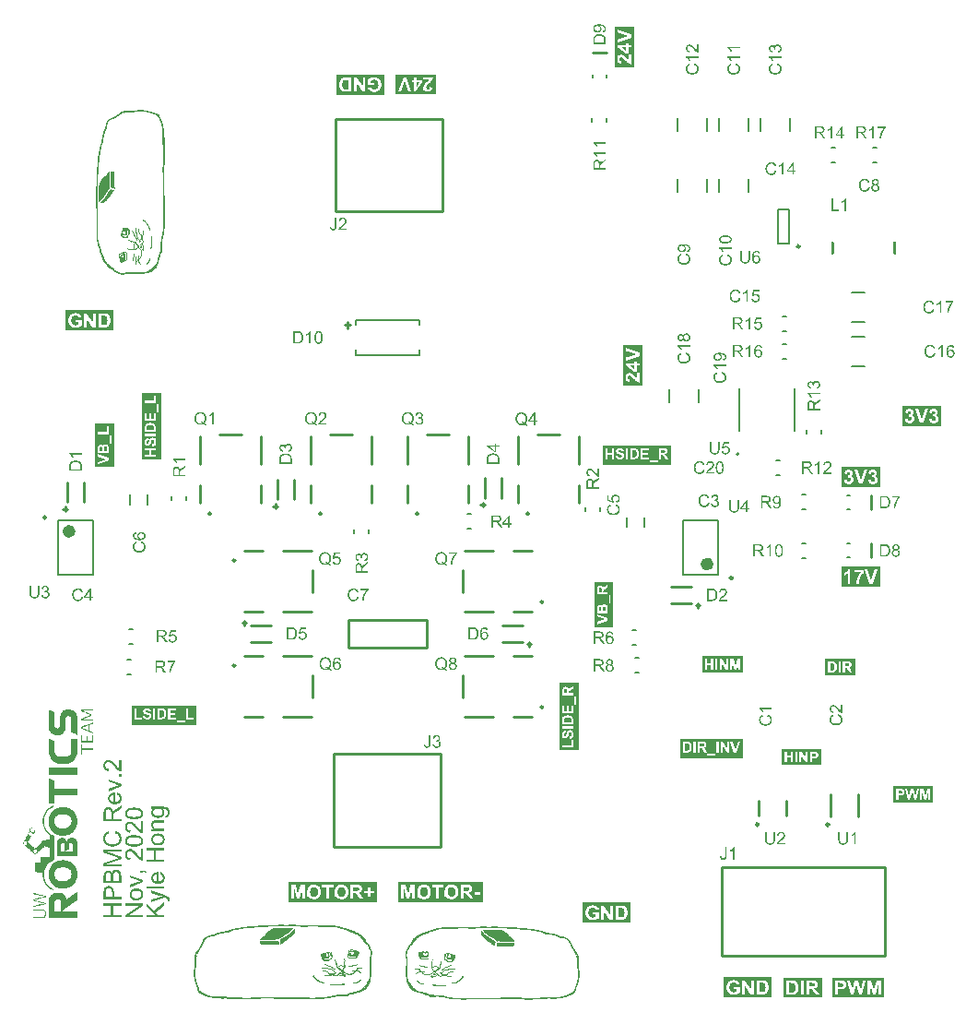
<source format=gto>
G04*
G04 #@! TF.GenerationSoftware,Altium Limited,Altium Designer,20.1.11 (218)*
G04*
G04 Layer_Color=65535*
%FSAX24Y24*%
%MOIN*%
G70*
G04*
G04 #@! TF.SameCoordinates,00CC2090-7CFA-4186-AAFC-0D957EDE3CA2*
G04*
G04*
G04 #@! TF.FilePolarity,Positive*
G04*
G01*
G75*
%ADD10C,0.0079*%
%ADD11C,0.0100*%
%ADD12C,0.0098*%
%ADD13C,0.0236*%
%ADD14C,0.0050*%
%ADD15C,0.0060*%
G36*
X004832Y033017D02*
X004875D01*
Y033006D01*
X004928D01*
Y032995D01*
X004960D01*
Y032985D01*
X005035D01*
Y032974D01*
X005078D01*
Y032963D01*
X005110D01*
Y032953D01*
X005142D01*
Y032942D01*
X005174D01*
Y032931D01*
X005195D01*
Y032921D01*
X005216D01*
Y032910D01*
X005280D01*
Y032899D01*
X005291D01*
Y032889D01*
X005333D01*
Y032878D01*
X005376D01*
Y032867D01*
X005397D01*
Y032857D01*
X005408D01*
Y032846D01*
X005419D01*
Y032835D01*
X005429D01*
Y032825D01*
X005440D01*
Y032793D01*
X005451D01*
Y032771D01*
X005461D01*
Y032750D01*
X005472D01*
Y032729D01*
X005483D01*
Y032708D01*
X005493D01*
Y032697D01*
X005504D01*
Y032654D01*
X005515D01*
Y032622D01*
X005525D01*
Y032580D01*
X005536D01*
Y032558D01*
X005547D01*
Y032537D01*
X005557D01*
Y032452D01*
X005568D01*
Y032409D01*
X005579D01*
Y032366D01*
X005589D01*
Y032228D01*
X005600D01*
Y032100D01*
X005611D01*
Y032015D01*
X005621D01*
Y031407D01*
X005632D01*
Y031130D01*
X005621D01*
Y031023D01*
X005611D01*
Y030778D01*
X005600D01*
Y030341D01*
X005611D01*
Y029915D01*
X005621D01*
Y029158D01*
X005632D01*
Y028955D01*
X005621D01*
Y028710D01*
X005611D01*
Y028657D01*
X005600D01*
Y028550D01*
X005589D01*
Y028508D01*
X005579D01*
Y028454D01*
X005568D01*
Y028422D01*
X005557D01*
Y028348D01*
X005547D01*
Y028305D01*
X005536D01*
Y028220D01*
X005525D01*
Y028113D01*
X005536D01*
Y027900D01*
X005525D01*
Y027868D01*
X005515D01*
Y027857D01*
X005504D01*
Y027836D01*
X005493D01*
Y027825D01*
X005483D01*
Y027751D01*
X005472D01*
Y027730D01*
X005461D01*
Y027687D01*
X005451D01*
Y027676D01*
X005440D01*
Y027655D01*
X005429D01*
Y027591D01*
X005419D01*
Y027580D01*
X005408D01*
Y027516D01*
X005397D01*
Y027474D01*
X005387D01*
Y027463D01*
X005376D01*
Y027431D01*
X005365D01*
Y027399D01*
X005355D01*
Y027378D01*
X005344D01*
Y027356D01*
X005333D01*
Y027324D01*
X005323D01*
Y027303D01*
X005301D01*
Y027292D01*
X005291D01*
Y027282D01*
X005280D01*
Y027271D01*
X005269D01*
Y027250D01*
X005248D01*
Y027239D01*
X005238D01*
Y027229D01*
X005227D01*
Y027218D01*
X005216D01*
Y027207D01*
X005195D01*
Y027197D01*
X005184D01*
Y027186D01*
X005163D01*
Y027175D01*
X005142D01*
Y027165D01*
X005120D01*
Y027154D01*
X005099D01*
Y027143D01*
X005078D01*
Y027133D01*
X005035D01*
Y027122D01*
X004939D01*
Y027111D01*
X004896D01*
Y027101D01*
X004854D01*
Y027090D01*
X004491D01*
Y027101D01*
X004236D01*
Y027090D01*
X004193D01*
Y027079D01*
X004161D01*
Y027069D01*
X004022D01*
Y027079D01*
X004001D01*
Y027090D01*
X003980D01*
Y027101D01*
X003948D01*
Y027111D01*
X003926D01*
Y027122D01*
X003905D01*
Y027133D01*
X003884D01*
Y027143D01*
X003873D01*
Y027154D01*
X003862D01*
Y027165D01*
X003820D01*
Y027175D01*
X003798D01*
Y027186D01*
X003788D01*
Y027197D01*
X003777D01*
Y027207D01*
X003766D01*
Y027218D01*
X003756D01*
Y027229D01*
X003745D01*
Y027239D01*
X003735D01*
Y027250D01*
X003724D01*
Y027261D01*
X003713D01*
Y027271D01*
X003660D01*
Y027282D01*
X003649D01*
Y027292D01*
X003628D01*
Y027303D01*
X003617D01*
Y027314D01*
X003596D01*
Y027324D01*
X003585D01*
Y027335D01*
X003564D01*
Y027346D01*
X003553D01*
Y027356D01*
X003543D01*
Y027367D01*
X003532D01*
Y027399D01*
X003521D01*
Y027410D01*
X003511D01*
Y027420D01*
X003500D01*
Y027431D01*
X003489D01*
Y027442D01*
X003479D01*
Y027452D01*
X003468D01*
Y027474D01*
X003457D01*
Y027484D01*
X003447D01*
Y027495D01*
X003436D01*
Y027516D01*
X003425D01*
Y027538D01*
X003415D01*
Y027548D01*
X003404D01*
Y027580D01*
X003393D01*
Y027602D01*
X003383D01*
Y027634D01*
X003372D01*
Y027655D01*
X003361D01*
Y027676D01*
X003351D01*
Y027730D01*
X003340D01*
Y027751D01*
X003329D01*
Y027772D01*
X003319D01*
Y027793D01*
X003308D01*
Y027825D01*
X003297D01*
Y027836D01*
X003287D01*
Y027857D01*
X003276D01*
Y027932D01*
X003265D01*
Y027975D01*
X003255D01*
Y028017D01*
X003244D01*
Y028039D01*
X003234D01*
Y028060D01*
X003223D01*
Y028092D01*
X003212D01*
Y028124D01*
X003202D01*
Y028167D01*
X003191D01*
Y028273D01*
X003180D01*
Y028294D01*
X003170D01*
Y028316D01*
X003159D01*
Y029456D01*
X003148D01*
Y029616D01*
X003138D01*
Y029861D01*
X003148D01*
Y030011D01*
X003138D01*
Y030213D01*
X003148D01*
Y030266D01*
X003159D01*
Y030704D01*
X003170D01*
Y030874D01*
X003180D01*
Y030970D01*
X003191D01*
Y031109D01*
X003202D01*
Y031237D01*
X003212D01*
Y031343D01*
X003223D01*
Y031407D01*
X003234D01*
Y031471D01*
X003244D01*
Y031514D01*
X003255D01*
Y031567D01*
X003265D01*
Y031642D01*
X003276D01*
Y031706D01*
X003287D01*
Y031748D01*
X003297D01*
Y031780D01*
X003308D01*
Y031801D01*
X003319D01*
Y031833D01*
X003329D01*
Y031855D01*
X003340D01*
Y031908D01*
X003351D01*
Y031972D01*
X003361D01*
Y031993D01*
X003372D01*
Y032068D01*
X003383D01*
Y032132D01*
X003393D01*
Y032164D01*
X003404D01*
Y032207D01*
X003415D01*
Y032249D01*
X003425D01*
Y032281D01*
X003436D01*
Y032302D01*
X003447D01*
Y032324D01*
X003457D01*
Y032334D01*
X003468D01*
Y032345D01*
X003479D01*
Y032441D01*
X003489D01*
Y032494D01*
X003500D01*
Y032526D01*
X003511D01*
Y032548D01*
X003521D01*
Y032569D01*
X003532D01*
Y032590D01*
X003543D01*
Y032612D01*
X003553D01*
Y032622D01*
X003564D01*
Y032633D01*
X003575D01*
Y032644D01*
X003585D01*
Y032654D01*
X003596D01*
Y032665D01*
X003607D01*
Y032676D01*
X003617D01*
Y032686D01*
X003628D01*
Y032697D01*
X003639D01*
Y032708D01*
X003660D01*
Y032718D01*
X003681D01*
Y032729D01*
X003703D01*
Y032739D01*
X003724D01*
Y032750D01*
X003745D01*
Y032761D01*
X003788D01*
Y032771D01*
X003798D01*
Y032782D01*
X003830D01*
Y032793D01*
X003841D01*
Y032803D01*
X003862D01*
Y032814D01*
X003884D01*
Y032825D01*
X003894D01*
Y032835D01*
X003916D01*
Y032846D01*
X003926D01*
Y032857D01*
X003948D01*
Y032867D01*
X003958D01*
Y032878D01*
X003980D01*
Y032889D01*
X003990D01*
Y032899D01*
X004012D01*
Y032910D01*
X004022D01*
Y032921D01*
X004033D01*
Y032931D01*
X004044D01*
Y032942D01*
X004065D01*
Y032953D01*
X004086D01*
Y032963D01*
X004118D01*
Y032974D01*
X004140D01*
Y032985D01*
X004566D01*
Y032995D01*
X004609D01*
Y033006D01*
X004641D01*
Y033017D01*
X004673D01*
Y033027D01*
X004832D01*
Y033017D01*
D02*
G37*
G36*
X003041Y011311D02*
X002689D01*
Y011285D01*
X002728D01*
Y011272D01*
X002767D01*
Y011259D01*
X002793D01*
Y011245D01*
X002832D01*
Y011232D01*
X002858D01*
Y011219D01*
X002897D01*
Y011206D01*
X002923D01*
Y011193D01*
X002962D01*
Y011180D01*
X002975D01*
Y011128D01*
X002949D01*
Y011115D01*
X002923D01*
Y011102D01*
X002884D01*
Y011089D01*
X002858D01*
Y011076D01*
X002832D01*
Y011063D01*
X002793D01*
Y011050D01*
X002780D01*
Y011037D01*
X002741D01*
Y011024D01*
X002702D01*
Y011011D01*
X002689D01*
Y010998D01*
X003041D01*
Y010959D01*
X002597D01*
Y011011D01*
X002610D01*
Y011024D01*
X002649D01*
Y011037D01*
X002662D01*
Y011050D01*
X002702D01*
Y011063D01*
X002728D01*
Y011076D01*
X002754D01*
Y011089D01*
X002793D01*
Y011102D01*
X002819D01*
Y011115D01*
X002845D01*
Y011128D01*
X002884D01*
Y011141D01*
X002910D01*
Y011154D01*
X002923D01*
Y011167D01*
X002910D01*
Y011180D01*
X002884D01*
Y011193D01*
X002845D01*
Y011206D01*
X002806D01*
Y011219D01*
X002780D01*
Y011232D01*
X002754D01*
Y011245D01*
X002715D01*
Y011259D01*
X002676D01*
Y011272D01*
X002649D01*
Y011285D01*
X002610D01*
Y011298D01*
X002597D01*
Y011350D01*
X003041D01*
Y011311D01*
D02*
G37*
G36*
X002245Y011337D02*
X002284D01*
Y011324D01*
X002324D01*
Y011311D01*
X002337D01*
Y011298D01*
X002363D01*
Y011285D01*
X002376D01*
Y011272D01*
X002389D01*
Y011259D01*
X002402D01*
Y011232D01*
X002415D01*
Y011219D01*
X002428D01*
Y011180D01*
X002441D01*
Y011141D01*
X002454D01*
Y010437D01*
X002441D01*
Y010450D01*
X002415D01*
Y010463D01*
X002389D01*
Y010476D01*
X002350D01*
Y010489D01*
X002324D01*
Y010502D01*
X002297D01*
Y010515D01*
X002271D01*
Y010528D01*
X002245D01*
Y011050D01*
X002232D01*
Y011076D01*
X002219D01*
Y011089D01*
X002206D01*
Y011102D01*
X002167D01*
Y011115D01*
X002115D01*
Y011102D01*
X002089D01*
Y011089D01*
X002076D01*
Y011076D01*
X002063D01*
Y011063D01*
X002050D01*
Y011024D01*
X002037D01*
Y010646D01*
X002024D01*
Y010607D01*
X002011D01*
Y010581D01*
X001998D01*
Y010555D01*
X001985D01*
Y010528D01*
X001972D01*
Y010515D01*
X001959D01*
Y010502D01*
X001945D01*
Y010489D01*
X001932D01*
Y010476D01*
X001919D01*
Y010463D01*
X001893D01*
Y010450D01*
X001854D01*
Y010437D01*
X001646D01*
Y010450D01*
X001593D01*
Y010463D01*
X001567D01*
Y010476D01*
X001541D01*
Y010489D01*
X001528D01*
Y010502D01*
X001515D01*
Y010515D01*
X001502D01*
Y010528D01*
X001489D01*
Y010555D01*
X001476D01*
Y010568D01*
X001463D01*
Y010607D01*
X001450D01*
Y010646D01*
X001437D01*
Y011350D01*
X001450D01*
Y011337D01*
X001476D01*
Y011324D01*
X001502D01*
Y011311D01*
X001528D01*
Y011298D01*
X001554D01*
Y011285D01*
X001593D01*
Y011272D01*
X001620D01*
Y011259D01*
X001646D01*
Y010724D01*
X001659D01*
Y010711D01*
X001672D01*
Y010698D01*
X001685D01*
Y010685D01*
X001724D01*
Y010672D01*
X001763D01*
Y010685D01*
X001802D01*
Y010698D01*
X001815D01*
Y010711D01*
X001828D01*
Y010750D01*
X001841D01*
Y011128D01*
X001854D01*
Y011167D01*
X001867D01*
Y011206D01*
X001880D01*
Y011232D01*
X001893D01*
Y011245D01*
X001906D01*
Y011272D01*
X001919D01*
Y011285D01*
X001932D01*
Y011298D01*
X001945D01*
Y011311D01*
X001972D01*
Y011324D01*
X001998D01*
Y011337D01*
X002037D01*
Y011350D01*
X002245D01*
Y011337D01*
D02*
G37*
G36*
X003041Y010841D02*
X003014D01*
Y010828D01*
X002988D01*
Y010815D01*
X002949D01*
Y010802D01*
X002923D01*
Y010789D01*
X002910D01*
Y010581D01*
X002936D01*
Y010568D01*
X002962D01*
Y010555D01*
X002988D01*
Y010541D01*
X003028D01*
Y010528D01*
X003041D01*
Y010489D01*
X003028D01*
Y010502D01*
X002988D01*
Y010515D01*
X002962D01*
Y010528D01*
X002936D01*
Y010541D01*
X002897D01*
Y010555D01*
X002871D01*
Y010568D01*
X002832D01*
Y010581D01*
X002806D01*
Y010594D01*
X002780D01*
Y010607D01*
X002741D01*
Y010620D01*
X002715D01*
Y010633D01*
X002676D01*
Y010646D01*
X002649D01*
Y010659D01*
X002610D01*
Y010672D01*
X002597D01*
Y010724D01*
X002610D01*
Y010737D01*
X002649D01*
Y010750D01*
X002689D01*
Y010763D01*
X002715D01*
Y010776D01*
X002754D01*
Y010789D01*
X002793D01*
Y010802D01*
X002819D01*
Y010815D01*
X002858D01*
Y010828D01*
X002897D01*
Y010841D01*
X002923D01*
Y010854D01*
X002962D01*
Y010867D01*
X002988D01*
Y010880D01*
X003028D01*
Y010893D01*
X003041D01*
Y010841D01*
D02*
G37*
G36*
Y010163D02*
X002597D01*
Y010411D01*
X002636D01*
Y010216D01*
X002793D01*
Y010385D01*
X002819D01*
Y010216D01*
X003014D01*
Y010424D01*
X003041D01*
Y010163D01*
D02*
G37*
G36*
X002623Y009942D02*
X003041D01*
Y009903D01*
X002623D01*
Y009733D01*
X002597D01*
Y010098D01*
X002623D01*
Y009942D01*
D02*
G37*
G36*
X002454Y009733D02*
X002441D01*
Y009681D01*
X002428D01*
Y009655D01*
X002415D01*
Y009616D01*
X002402D01*
Y009590D01*
X002389D01*
Y009577D01*
X002376D01*
Y009551D01*
X002363D01*
Y009538D01*
X002350D01*
Y009525D01*
X002337D01*
Y009512D01*
X002324D01*
Y009499D01*
X002310D01*
Y009486D01*
X002297D01*
Y009473D01*
X002284D01*
Y009459D01*
X002258D01*
Y009446D01*
X002232D01*
Y009433D01*
X002206D01*
Y009420D01*
X002167D01*
Y009407D01*
X002128D01*
Y009394D01*
X002076D01*
Y009381D01*
X001828D01*
Y009394D01*
X001776D01*
Y009407D01*
X001724D01*
Y009420D01*
X001685D01*
Y009433D01*
X001659D01*
Y009446D01*
X001646D01*
Y009459D01*
X001620D01*
Y009473D01*
X001607D01*
Y009486D01*
X001593D01*
Y009499D01*
X001580D01*
Y009512D01*
X001567D01*
Y009525D01*
X001554D01*
Y009538D01*
X001541D01*
Y009551D01*
X001528D01*
Y009564D01*
X001515D01*
Y009590D01*
X001502D01*
Y009616D01*
X001489D01*
Y009642D01*
X001476D01*
Y009681D01*
X001463D01*
Y009720D01*
X001450D01*
Y009759D01*
X001437D01*
Y010294D01*
X001463D01*
Y010281D01*
X001489D01*
Y010268D01*
X001515D01*
Y010255D01*
X001541D01*
Y010242D01*
X001567D01*
Y010229D01*
X001593D01*
Y010216D01*
X001633D01*
Y010203D01*
X001646D01*
Y009798D01*
X001659D01*
Y009759D01*
X001672D01*
Y009746D01*
X001685D01*
Y009720D01*
X001698D01*
Y009707D01*
X001711D01*
Y009694D01*
X001737D01*
Y009681D01*
X001750D01*
Y009668D01*
X001789D01*
Y009655D01*
X001828D01*
Y009642D01*
X002063D01*
Y009655D01*
X002115D01*
Y009668D01*
X002141D01*
Y009681D01*
X002167D01*
Y009694D01*
X002180D01*
Y009707D01*
X002206D01*
Y009733D01*
X002219D01*
Y009746D01*
X002232D01*
Y009785D01*
X002245D01*
Y010307D01*
X002454D01*
Y009733D01*
D02*
G37*
G36*
Y009003D02*
X001437D01*
Y009251D01*
X002454D01*
Y009003D01*
D02*
G37*
G36*
X001450Y008860D02*
X001489D01*
Y008847D01*
X001515D01*
Y008834D01*
X001541D01*
Y008821D01*
X001567D01*
Y008808D01*
X001593D01*
Y008795D01*
X001620D01*
Y008782D01*
X001646D01*
Y008508D01*
X002454D01*
Y008273D01*
X001646D01*
Y007960D01*
X001437D01*
Y008873D01*
X001450D01*
Y008860D01*
D02*
G37*
G36*
X000837Y007087D02*
X000824D01*
Y007100D01*
X000837D01*
Y007087D01*
D02*
G37*
G36*
X000733Y006917D02*
X000720D01*
Y006930D01*
X000733D01*
Y006917D01*
D02*
G37*
G36*
X000720Y006904D02*
X000707D01*
Y006917D01*
X000720D01*
Y006904D01*
D02*
G37*
G36*
X000824Y007074D02*
X000811D01*
Y007061D01*
X000785D01*
Y007048D01*
X000772D01*
Y007035D01*
X000759D01*
Y007009D01*
X000772D01*
Y006983D01*
X000785D01*
Y006943D01*
X000798D01*
Y006930D01*
X000837D01*
Y006917D01*
X000903D01*
Y006943D01*
X000916D01*
Y006996D01*
X000929D01*
Y006878D01*
X000903D01*
Y006865D01*
X000863D01*
Y006852D01*
X000837D01*
Y006839D01*
X000824D01*
Y006891D01*
X000811D01*
Y006917D01*
X000798D01*
Y006930D01*
X000733D01*
Y007035D01*
X000720D01*
Y007048D01*
X000746D01*
Y007061D01*
X000772D01*
Y007074D01*
X000798D01*
Y007087D01*
X000824D01*
Y007074D01*
D02*
G37*
G36*
Y006813D02*
X000811D01*
Y006839D01*
X000824D01*
Y006813D01*
D02*
G37*
G36*
X002011Y007817D02*
X002089D01*
Y007804D01*
X002128D01*
Y007791D01*
X002167D01*
Y007778D01*
X002206D01*
Y007765D01*
X002219D01*
Y007752D01*
X002245D01*
Y007739D01*
X002258D01*
Y007726D01*
X002284D01*
Y007713D01*
X002297D01*
Y007700D01*
X002310D01*
Y007686D01*
X002324D01*
Y007673D01*
X002337D01*
Y007660D01*
X002350D01*
Y007647D01*
X002363D01*
Y007634D01*
X002376D01*
Y007608D01*
X002389D01*
Y007582D01*
X002402D01*
Y007556D01*
X002415D01*
Y007530D01*
X002428D01*
Y007491D01*
X002441D01*
Y007439D01*
X002454D01*
Y007191D01*
X002441D01*
Y007139D01*
X002428D01*
Y007100D01*
X002415D01*
Y007061D01*
X002402D01*
Y007035D01*
X002389D01*
Y007009D01*
X002376D01*
Y006996D01*
X002363D01*
Y006983D01*
X002350D01*
Y006956D01*
X002337D01*
Y006943D01*
X002324D01*
Y006930D01*
X002310D01*
Y006917D01*
X002297D01*
Y006904D01*
X002271D01*
Y006891D01*
X002258D01*
Y006878D01*
X002232D01*
Y006865D01*
X002219D01*
Y006852D01*
X002193D01*
Y006839D01*
X002167D01*
Y006826D01*
X002115D01*
Y006813D01*
X002063D01*
Y006800D01*
X001998D01*
Y006787D01*
X001893D01*
Y006800D01*
X001815D01*
Y006813D01*
X001763D01*
Y006826D01*
X001724D01*
Y006839D01*
X001698D01*
Y006852D01*
X001672D01*
Y006865D01*
X001646D01*
Y006878D01*
X001633D01*
Y006891D01*
X001620D01*
Y006904D01*
X001607D01*
Y006917D01*
X001580D01*
Y006943D01*
X001567D01*
Y006956D01*
X001554D01*
Y006969D01*
X001541D01*
Y006983D01*
X001528D01*
Y006996D01*
X001515D01*
Y007022D01*
X001502D01*
Y007048D01*
X001489D01*
Y007061D01*
X001476D01*
Y007100D01*
X001463D01*
Y007139D01*
X001450D01*
Y007178D01*
X001437D01*
Y007439D01*
X001450D01*
Y007491D01*
X001463D01*
Y007530D01*
X001476D01*
Y007556D01*
X001489D01*
Y007582D01*
X001502D01*
Y007608D01*
X001515D01*
Y007621D01*
X001528D01*
Y007647D01*
X001541D01*
Y007660D01*
X001554D01*
Y007673D01*
X001567D01*
Y007686D01*
X001580D01*
Y007700D01*
X001593D01*
Y007713D01*
X001607D01*
Y007726D01*
X001633D01*
Y007739D01*
X001646D01*
Y007752D01*
X001672D01*
Y007765D01*
X001698D01*
Y007778D01*
X001724D01*
Y007791D01*
X001763D01*
Y007804D01*
X001802D01*
Y007817D01*
X001880D01*
Y007830D01*
X002011D01*
Y007817D01*
D02*
G37*
G36*
X002350Y006696D02*
X002376D01*
Y006683D01*
X002389D01*
Y006670D01*
X002402D01*
Y006657D01*
X002415D01*
Y006644D01*
X002428D01*
Y006617D01*
X002441D01*
Y006591D01*
X002454D01*
Y006044D01*
X001724D01*
Y006513D01*
X001737D01*
Y006591D01*
X001750D01*
Y006617D01*
X001763D01*
Y006644D01*
X001776D01*
Y006657D01*
X001789D01*
Y006670D01*
X001802D01*
Y006683D01*
X001828D01*
Y006696D01*
X001867D01*
Y006709D01*
X001972D01*
Y006696D01*
X002011D01*
Y006683D01*
X002024D01*
Y006670D01*
X002037D01*
Y006657D01*
X002050D01*
Y006631D01*
X002063D01*
Y006604D01*
X002089D01*
Y006617D01*
X002102D01*
Y006644D01*
X002115D01*
Y006657D01*
X002128D01*
Y006670D01*
X002141D01*
Y006683D01*
X002167D01*
Y006696D01*
X002193D01*
Y006709D01*
X002350D01*
Y006696D01*
D02*
G37*
G36*
X000538Y006552D02*
X000524D01*
Y006578D01*
X000538D01*
Y006552D01*
D02*
G37*
G36*
X000524Y006500D02*
X000511D01*
Y006552D01*
X000524D01*
Y006500D01*
D02*
G37*
G36*
X001607Y007856D02*
X001620D01*
Y007843D01*
X001607D01*
Y007830D01*
X001580D01*
Y007817D01*
X001554D01*
Y007804D01*
X001528D01*
Y007791D01*
X001502D01*
Y007778D01*
X001489D01*
Y007765D01*
X001463D01*
Y007752D01*
X001450D01*
Y007739D01*
X001437D01*
Y007726D01*
X001424D01*
Y007713D01*
X001411D01*
Y007700D01*
X001398D01*
Y007686D01*
X001385D01*
Y007673D01*
X001372D01*
Y007647D01*
X001359D01*
Y007634D01*
X001346D01*
Y007608D01*
X001333D01*
Y007582D01*
X001320D01*
Y007556D01*
X001307D01*
Y007530D01*
X001294D01*
Y007491D01*
X001281D01*
Y007439D01*
X001268D01*
Y007191D01*
X001281D01*
Y007139D01*
X001294D01*
Y007100D01*
X001307D01*
Y007074D01*
X001320D01*
Y007048D01*
X001333D01*
Y007022D01*
X001346D01*
Y006996D01*
X001359D01*
Y006983D01*
X001372D01*
Y006969D01*
X001385D01*
Y006943D01*
X001398D01*
Y006930D01*
X001411D01*
Y006917D01*
X001424D01*
Y006904D01*
X001437D01*
Y006891D01*
X001463D01*
Y006878D01*
X001476D01*
Y006865D01*
X001489D01*
Y006852D01*
X001515D01*
Y006839D01*
X001528D01*
Y006826D01*
X001554D01*
Y006813D01*
X001593D01*
Y006800D01*
X001620D01*
Y005914D01*
X001607D01*
Y005900D01*
X001580D01*
Y005887D01*
X001554D01*
Y005874D01*
X001528D01*
Y005861D01*
X001502D01*
Y005848D01*
X001489D01*
Y005835D01*
X001476D01*
Y005822D01*
X001450D01*
Y005809D01*
X001437D01*
Y005796D01*
X001424D01*
Y005783D01*
X001411D01*
Y005770D01*
X001398D01*
Y005757D01*
X001385D01*
Y005744D01*
X001372D01*
Y005718D01*
X001359D01*
Y005705D01*
X001346D01*
Y005679D01*
X001333D01*
Y005653D01*
X001320D01*
Y005640D01*
X001307D01*
Y005601D01*
X001294D01*
Y005562D01*
X001281D01*
Y005522D01*
X001268D01*
Y005249D01*
X001281D01*
Y005210D01*
X001294D01*
Y005170D01*
X001307D01*
Y005131D01*
X001320D01*
Y005105D01*
X001333D01*
Y005079D01*
X001346D01*
Y005066D01*
X001359D01*
Y005053D01*
X001372D01*
Y005027D01*
X001385D01*
Y005014D01*
X001398D01*
Y005001D01*
X001411D01*
Y004988D01*
X001424D01*
Y004975D01*
X001437D01*
Y004962D01*
X001450D01*
Y004949D01*
X001476D01*
Y004936D01*
X001489D01*
Y004923D01*
X001502D01*
Y004910D01*
X001528D01*
Y004897D01*
X001554D01*
Y004884D01*
X001580D01*
Y004871D01*
X001620D01*
Y004858D01*
X001607D01*
Y004818D01*
X001580D01*
Y004831D01*
X001554D01*
Y004845D01*
X001528D01*
Y004858D01*
X001502D01*
Y004871D01*
X001476D01*
Y004884D01*
X001463D01*
Y004897D01*
X001437D01*
Y004910D01*
X001424D01*
Y004923D01*
X001411D01*
Y004936D01*
X001398D01*
Y004949D01*
X001385D01*
Y004962D01*
X001372D01*
Y004975D01*
X001359D01*
Y004988D01*
X001346D01*
Y005001D01*
X001333D01*
Y005027D01*
X001320D01*
Y005040D01*
X001307D01*
Y005066D01*
X001294D01*
Y005079D01*
X001281D01*
Y005105D01*
X001268D01*
Y005131D01*
X001255D01*
Y005170D01*
X001241D01*
Y005223D01*
X001228D01*
Y005288D01*
X001215D01*
Y005470D01*
X001007D01*
Y005483D01*
X000929D01*
Y005822D01*
X001137D01*
Y006031D01*
X001463D01*
Y006096D01*
X001476D01*
Y006109D01*
X001463D01*
Y006122D01*
X001476D01*
Y006357D01*
X001450D01*
Y006370D01*
X001398D01*
Y006383D01*
X001346D01*
Y006396D01*
X001307D01*
Y006409D01*
X001281D01*
Y006396D01*
X001268D01*
Y006383D01*
X001255D01*
Y006370D01*
X001228D01*
Y006357D01*
X001215D01*
Y006344D01*
X001202D01*
Y006331D01*
X001189D01*
Y006318D01*
X001176D01*
Y006305D01*
X001163D01*
Y006292D01*
X001137D01*
Y006279D01*
X001124D01*
Y006266D01*
X001111D01*
Y006252D01*
X001098D01*
Y006239D01*
X001072D01*
Y006226D01*
X001059D01*
Y006213D01*
X001046D01*
Y006200D01*
X001033D01*
Y006187D01*
X001020D01*
Y006174D01*
X000994D01*
Y006161D01*
X000981D01*
Y006148D01*
X000968D01*
Y006135D01*
X000916D01*
Y006148D01*
X000890D01*
Y006161D01*
X000876D01*
Y006187D01*
X000850D01*
Y006200D01*
X000837D01*
Y006213D01*
X000824D01*
Y006226D01*
X000811D01*
Y006239D01*
X000785D01*
Y006252D01*
X000772D01*
Y006266D01*
X000759D01*
Y006279D01*
X000746D01*
Y006292D01*
X000733D01*
Y006305D01*
X000720D01*
Y006318D01*
X000694D01*
Y006331D01*
X000681D01*
Y006344D01*
X000668D01*
Y006357D01*
X000655D01*
Y006370D01*
X000629D01*
Y006383D01*
X000616D01*
Y006396D01*
X000603D01*
Y006409D01*
X000590D01*
Y006422D01*
X000577D01*
Y006435D01*
X000564D01*
Y006448D01*
X000551D01*
Y006461D01*
X000616D01*
Y006474D01*
X000629D01*
Y006487D01*
X000642D01*
Y006565D01*
X000629D01*
Y006578D01*
X000616D01*
Y006591D01*
X000551D01*
Y006578D01*
X000538D01*
Y006604D01*
X000551D01*
Y006631D01*
X000564D01*
Y006657D01*
X000577D01*
Y006670D01*
X000590D01*
Y006696D01*
X000603D01*
Y006722D01*
X000616D01*
Y006748D01*
X000629D01*
Y006774D01*
X000642D01*
Y006800D01*
X000655D01*
Y006813D01*
X000668D01*
Y006839D01*
X000681D01*
Y006865D01*
X000694D01*
Y006891D01*
X000707D01*
Y006826D01*
X000720D01*
Y006813D01*
X000733D01*
Y006800D01*
X000798D01*
Y006813D01*
X000811D01*
Y006787D01*
X000798D01*
Y006761D01*
X000785D01*
Y006748D01*
X000772D01*
Y006722D01*
X000759D01*
Y006696D01*
X000746D01*
Y006670D01*
X000733D01*
Y006644D01*
X000720D01*
Y006631D01*
X000707D01*
Y006604D01*
X000694D01*
Y006578D01*
X000681D01*
Y006552D01*
X000694D01*
Y006539D01*
X000707D01*
Y006526D01*
X000720D01*
Y006513D01*
X000733D01*
Y006500D01*
X000759D01*
Y006487D01*
X000772D01*
Y006474D01*
X000785D01*
Y006461D01*
X000798D01*
Y006448D01*
X000811D01*
Y006435D01*
X000824D01*
Y006422D01*
X000837D01*
Y006409D01*
X000850D01*
Y006396D01*
X000876D01*
Y006383D01*
X000890D01*
Y006370D01*
X000903D01*
Y006357D01*
X000916D01*
Y006331D01*
X000942D01*
Y006344D01*
X000955D01*
Y006357D01*
X000981D01*
Y006370D01*
X000994D01*
Y006383D01*
X001007D01*
Y006396D01*
X001020D01*
Y006409D01*
X001033D01*
Y006422D01*
X001046D01*
Y006435D01*
X001072D01*
Y006448D01*
X001085D01*
Y006461D01*
X001098D01*
Y006474D01*
X001111D01*
Y006487D01*
X001137D01*
Y006500D01*
X001150D01*
Y006513D01*
X001163D01*
Y006526D01*
X001176D01*
Y006604D01*
X001215D01*
Y006617D01*
X001268D01*
Y006631D01*
X001320D01*
Y006644D01*
X001359D01*
Y006657D01*
X001411D01*
Y006670D01*
X001476D01*
Y006813D01*
X001463D01*
Y006826D01*
X001450D01*
Y006839D01*
X001437D01*
Y006852D01*
X001411D01*
Y006865D01*
X001398D01*
Y006878D01*
X001385D01*
Y006891D01*
X001372D01*
Y006904D01*
X001359D01*
Y006917D01*
X001346D01*
Y006943D01*
X001333D01*
Y006956D01*
X001320D01*
Y006969D01*
X001307D01*
Y006996D01*
X001294D01*
Y007022D01*
X001281D01*
Y007048D01*
X001268D01*
Y007074D01*
X001255D01*
Y007113D01*
X001241D01*
Y007152D01*
X001228D01*
Y007230D01*
X001215D01*
Y007413D01*
X001228D01*
Y007478D01*
X001241D01*
Y007517D01*
X001255D01*
Y007556D01*
X001268D01*
Y007595D01*
X001281D01*
Y007608D01*
X001294D01*
Y007634D01*
X001307D01*
Y007660D01*
X001320D01*
Y007673D01*
X001333D01*
Y007700D01*
X001346D01*
Y007713D01*
X001359D01*
Y007726D01*
X001372D01*
Y007739D01*
X001385D01*
Y007752D01*
X001398D01*
Y007765D01*
X001411D01*
Y007778D01*
X001424D01*
Y007791D01*
X001437D01*
Y007804D01*
X001463D01*
Y007817D01*
X001476D01*
Y007830D01*
X001502D01*
Y007843D01*
X001528D01*
Y007856D01*
X001554D01*
Y007869D01*
X001580D01*
Y007882D01*
X001607D01*
Y007856D01*
D02*
G37*
G36*
X002037Y005900D02*
X002102D01*
Y005887D01*
X002141D01*
Y005874D01*
X002167D01*
Y005861D01*
X002206D01*
Y005848D01*
X002232D01*
Y005835D01*
X002245D01*
Y005822D01*
X002271D01*
Y005809D01*
X002284D01*
Y005796D01*
X002297D01*
Y005783D01*
X002310D01*
Y005770D01*
X002324D01*
Y005757D01*
X002337D01*
Y005744D01*
X002350D01*
Y005731D01*
X002363D01*
Y005718D01*
X002376D01*
Y005692D01*
X002389D01*
Y005666D01*
X002402D01*
Y005653D01*
X002415D01*
Y005614D01*
X002428D01*
Y005575D01*
X002441D01*
Y005522D01*
X002454D01*
Y005275D01*
X002441D01*
Y005223D01*
X002428D01*
Y005183D01*
X002415D01*
Y005144D01*
X002402D01*
Y005118D01*
X002389D01*
Y005105D01*
X002376D01*
Y005079D01*
X002363D01*
Y005066D01*
X002350D01*
Y005053D01*
X002337D01*
Y005040D01*
X002324D01*
Y005014D01*
X002310D01*
Y005001D01*
X002284D01*
Y004988D01*
X002271D01*
Y004975D01*
X002258D01*
Y004962D01*
X002232D01*
Y004949D01*
X002206D01*
Y004936D01*
X002180D01*
Y004923D01*
X002154D01*
Y004910D01*
X002115D01*
Y004897D01*
X002063D01*
Y004884D01*
X001828D01*
Y004897D01*
X001763D01*
Y004910D01*
X001737D01*
Y004923D01*
X001711D01*
Y004936D01*
X001672D01*
Y004949D01*
X001659D01*
Y004962D01*
X001633D01*
Y004975D01*
X001620D01*
Y004988D01*
X001607D01*
Y005001D01*
X001593D01*
Y005014D01*
X001580D01*
Y005027D01*
X001567D01*
Y005040D01*
X001554D01*
Y005053D01*
X001541D01*
Y005066D01*
X001528D01*
Y005079D01*
X001515D01*
Y005105D01*
X001502D01*
Y005131D01*
X001489D01*
Y005157D01*
X001476D01*
Y005183D01*
X001463D01*
Y005223D01*
X001450D01*
Y005262D01*
X001437D01*
Y005522D01*
X001450D01*
Y005575D01*
X001463D01*
Y005614D01*
X001476D01*
Y005640D01*
X001489D01*
Y005666D01*
X001502D01*
Y005692D01*
X001515D01*
Y005705D01*
X001528D01*
Y005731D01*
X001541D01*
Y005744D01*
X001554D01*
Y005757D01*
X001567D01*
Y005770D01*
X001580D01*
Y005783D01*
X001593D01*
Y005796D01*
X001607D01*
Y005809D01*
X001620D01*
Y005822D01*
X001646D01*
Y005835D01*
X001659D01*
Y005848D01*
X001685D01*
Y005861D01*
X001711D01*
Y005874D01*
X001750D01*
Y005887D01*
X001789D01*
Y005900D01*
X001854D01*
Y005914D01*
X001867D01*
Y005900D01*
X001893D01*
Y005914D01*
X001998D01*
Y005900D01*
X002024D01*
Y005914D01*
X002037D01*
Y005900D01*
D02*
G37*
G36*
X002467Y004753D02*
X002454D01*
Y004766D01*
X002467D01*
Y004753D01*
D02*
G37*
G36*
X002454Y004453D02*
X002441D01*
Y004440D01*
X002415D01*
Y004427D01*
X002402D01*
Y004414D01*
X002376D01*
Y004401D01*
X002363D01*
Y004388D01*
X002350D01*
Y004375D01*
X002324D01*
Y004362D01*
X002310D01*
Y004349D01*
X002284D01*
Y004336D01*
X002271D01*
Y004323D01*
X002245D01*
Y004310D01*
X002232D01*
Y004297D01*
X002219D01*
Y004284D01*
X002193D01*
Y004271D01*
X002180D01*
Y004258D01*
X002154D01*
Y004245D01*
X002141D01*
Y004232D01*
X002115D01*
Y004219D01*
X002102D01*
Y004206D01*
X002089D01*
Y004193D01*
X002063D01*
Y004180D01*
X002050D01*
Y004167D01*
X002024D01*
Y004154D01*
X002011D01*
Y004141D01*
X001985D01*
Y004128D01*
X001972D01*
Y004114D01*
X001959D01*
Y004101D01*
X001932D01*
Y004075D01*
X002454D01*
Y003828D01*
X002441D01*
Y003841D01*
X002428D01*
Y003828D01*
X002415D01*
Y003841D01*
X002402D01*
Y003828D01*
X002389D01*
Y003841D01*
X002376D01*
Y003828D01*
X002363D01*
Y003841D01*
X002350D01*
Y003828D01*
X002337D01*
Y003841D01*
X002324D01*
Y003828D01*
X002310D01*
Y003841D01*
X002297D01*
Y003828D01*
X002284D01*
Y003841D01*
X002271D01*
Y003828D01*
X002258D01*
Y003841D01*
X002245D01*
Y003828D01*
X002232D01*
Y003841D01*
X002219D01*
Y003828D01*
X002206D01*
Y003841D01*
X002193D01*
Y003828D01*
X002180D01*
Y003841D01*
X002167D01*
Y003828D01*
X002154D01*
Y003841D01*
X002141D01*
Y003828D01*
X002128D01*
Y003841D01*
X002115D01*
Y003828D01*
X002102D01*
Y003841D01*
X002089D01*
Y003828D01*
X002076D01*
Y003841D01*
X002063D01*
Y003828D01*
X002050D01*
Y003841D01*
X002037D01*
Y003828D01*
X002024D01*
Y003841D01*
X002011D01*
Y003828D01*
X001998D01*
Y003841D01*
X001985D01*
Y003828D01*
X001972D01*
Y003841D01*
X001959D01*
Y003828D01*
X001945D01*
Y003841D01*
X001932D01*
Y003828D01*
X001919D01*
Y003841D01*
X001906D01*
Y003828D01*
X001893D01*
Y003841D01*
X001880D01*
Y003828D01*
X001867D01*
Y003841D01*
X001854D01*
Y003828D01*
X001841D01*
Y003841D01*
X001828D01*
Y003828D01*
X001815D01*
Y003841D01*
X001802D01*
Y003828D01*
X001789D01*
Y003841D01*
X001776D01*
Y003828D01*
X001763D01*
Y003841D01*
X001750D01*
Y003828D01*
X001737D01*
Y003841D01*
X001724D01*
Y003828D01*
X001711D01*
Y003841D01*
X001698D01*
Y003828D01*
X001685D01*
Y003841D01*
X001672D01*
Y003828D01*
X001659D01*
Y003841D01*
X001646D01*
Y003828D01*
X001633D01*
Y003841D01*
X001620D01*
Y003828D01*
X001607D01*
Y003841D01*
X001593D01*
Y003828D01*
X001580D01*
Y003841D01*
X001567D01*
Y003828D01*
X001554D01*
Y003841D01*
X001541D01*
Y003828D01*
X001528D01*
Y003841D01*
X001515D01*
Y003828D01*
X001502D01*
Y003841D01*
X001489D01*
Y003828D01*
X001476D01*
Y003841D01*
X001463D01*
Y003828D01*
X001437D01*
Y004493D01*
X001450D01*
Y004545D01*
X001463D01*
Y004571D01*
X001476D01*
Y004597D01*
X001489D01*
Y004610D01*
X001502D01*
Y004636D01*
X001515D01*
Y004649D01*
X001528D01*
Y004662D01*
X001541D01*
Y004675D01*
X001554D01*
Y004688D01*
X001580D01*
Y004701D01*
X001607D01*
Y004714D01*
X001633D01*
Y004727D01*
X001672D01*
Y004740D01*
X001867D01*
Y004727D01*
X001906D01*
Y004714D01*
X001932D01*
Y004701D01*
X001959D01*
Y004688D01*
X001972D01*
Y004675D01*
X001985D01*
Y004662D01*
X001998D01*
Y004649D01*
X002011D01*
Y004636D01*
X002024D01*
Y004623D01*
X002037D01*
Y004597D01*
X002050D01*
Y004571D01*
X002063D01*
Y004545D01*
X002076D01*
Y004506D01*
X002102D01*
Y004519D01*
X002115D01*
Y004532D01*
X002128D01*
Y004545D01*
X002154D01*
Y004558D01*
X002167D01*
Y004571D01*
X002193D01*
Y004584D01*
X002206D01*
Y004597D01*
X002232D01*
Y004610D01*
X002245D01*
Y004623D01*
X002271D01*
Y004636D01*
X002284D01*
Y004649D01*
X002297D01*
Y004662D01*
X002324D01*
Y004675D01*
X002337D01*
Y004688D01*
X002363D01*
Y004701D01*
X002376D01*
Y004714D01*
X002402D01*
Y004727D01*
X002415D01*
Y004740D01*
X002441D01*
Y004753D01*
X002454D01*
Y004453D01*
D02*
G37*
G36*
X000903Y004714D02*
X000955D01*
Y004701D01*
X001020D01*
Y004688D01*
X001072D01*
Y004675D01*
X001124D01*
Y004662D01*
X001189D01*
Y004649D01*
X001241D01*
Y004636D01*
X001294D01*
Y004623D01*
X001320D01*
Y004571D01*
X001281D01*
Y004558D01*
X001228D01*
Y004545D01*
X001176D01*
Y004532D01*
X001124D01*
Y004519D01*
X001072D01*
Y004506D01*
X001007D01*
Y004493D01*
X000968D01*
Y004479D01*
X000929D01*
Y004466D01*
X000942D01*
Y004453D01*
X001007D01*
Y004440D01*
X001046D01*
Y004427D01*
X001111D01*
Y004414D01*
X001150D01*
Y004401D01*
X001202D01*
Y004388D01*
X001255D01*
Y004375D01*
X001294D01*
Y004362D01*
X001320D01*
Y004310D01*
X001255D01*
Y004297D01*
X001215D01*
Y004284D01*
X001150D01*
Y004271D01*
X001085D01*
Y004258D01*
X001033D01*
Y004245D01*
X000981D01*
Y004232D01*
X000916D01*
Y004219D01*
X000863D01*
Y004258D01*
X000916D01*
Y004271D01*
X000968D01*
Y004284D01*
X001020D01*
Y004297D01*
X001085D01*
Y004310D01*
X001137D01*
Y004323D01*
X001189D01*
Y004336D01*
X001255D01*
Y004362D01*
X001176D01*
Y004375D01*
X001137D01*
Y004388D01*
X001085D01*
Y004401D01*
X001033D01*
Y004414D01*
X000981D01*
Y004427D01*
X000929D01*
Y004440D01*
X000890D01*
Y004453D01*
X000863D01*
Y004493D01*
X000876D01*
Y004506D01*
X000929D01*
Y004519D01*
X000981D01*
Y004532D01*
X001033D01*
Y004545D01*
X001072D01*
Y004558D01*
X001124D01*
Y004571D01*
X001189D01*
Y004584D01*
X001255D01*
Y004610D01*
X001189D01*
Y004623D01*
X001150D01*
Y004636D01*
X001085D01*
Y004649D01*
X001020D01*
Y004662D01*
X000981D01*
Y004675D01*
X000916D01*
Y004688D01*
X000863D01*
Y004727D01*
X000903D01*
Y004714D01*
D02*
G37*
G36*
X001189Y004128D02*
X001255D01*
Y004114D01*
X001281D01*
Y004101D01*
X001294D01*
Y004088D01*
X001307D01*
Y004062D01*
X001320D01*
Y004023D01*
X001333D01*
Y003932D01*
X001320D01*
Y003880D01*
X001307D01*
Y003867D01*
X001294D01*
Y003841D01*
X001268D01*
Y003828D01*
X001215D01*
Y003815D01*
X000863D01*
Y003867D01*
X001255D01*
Y003880D01*
X001268D01*
Y003893D01*
X001281D01*
Y003919D01*
X001294D01*
Y003971D01*
X001307D01*
Y003984D01*
X001294D01*
Y003997D01*
X001307D01*
Y004010D01*
X001294D01*
Y004049D01*
X001281D01*
Y004062D01*
X001268D01*
Y004075D01*
X001255D01*
Y004088D01*
X001202D01*
Y004101D01*
X000863D01*
Y004141D01*
X001189D01*
Y004128D01*
D02*
G37*
G36*
X010366Y003574D02*
X010540D01*
Y003562D01*
X011776D01*
Y003551D01*
X011800D01*
Y003539D01*
X011823D01*
Y003528D01*
X011938D01*
Y003516D01*
X011984D01*
Y003505D01*
X012019D01*
Y003493D01*
X012054D01*
Y003481D01*
X012077D01*
Y003470D01*
X012100D01*
Y003458D01*
X012146D01*
Y003447D01*
X012193D01*
Y003435D01*
X012273D01*
Y003424D01*
X012297D01*
Y003412D01*
X012308D01*
Y003401D01*
X012343D01*
Y003389D01*
X012366D01*
Y003377D01*
X012389D01*
Y003366D01*
X012412D01*
Y003354D01*
X012470D01*
Y003343D01*
X012493D01*
Y003331D01*
X012516D01*
Y003320D01*
X012551D01*
Y003308D01*
X012574D01*
Y003296D01*
X012609D01*
Y003285D01*
X012620D01*
Y003273D01*
X012643D01*
Y003262D01*
X012666D01*
Y003250D01*
X012678D01*
Y003239D01*
X012690D01*
Y003227D01*
X012713D01*
Y003216D01*
X012724D01*
Y003204D01*
X012736D01*
Y003192D01*
X012747D01*
Y003181D01*
X012759D01*
Y003169D01*
X012770D01*
Y003158D01*
X012805D01*
Y003146D01*
X012817D01*
Y003135D01*
X012828D01*
Y003123D01*
X012840D01*
Y003112D01*
Y003100D01*
X012851D01*
Y003088D01*
X012863D01*
Y003077D01*
Y003065D01*
X012874D01*
Y003054D01*
X012886D01*
Y003042D01*
Y003031D01*
X012898D01*
Y003019D01*
X012909D01*
Y003008D01*
Y002996D01*
Y002984D01*
Y002973D01*
Y002961D01*
X012921D01*
Y002950D01*
X012932D01*
Y002938D01*
X012944D01*
Y002927D01*
X012955D01*
Y002915D01*
X012967D01*
Y002904D01*
X012978D01*
Y002892D01*
X012990D01*
Y002880D01*
X013002D01*
Y002869D01*
X013013D01*
Y002857D01*
Y002846D01*
X013025D01*
Y002834D01*
Y002823D01*
Y002811D01*
Y002799D01*
X013036D01*
Y002788D01*
X013048D01*
Y002776D01*
X013059D01*
Y002765D01*
Y002753D01*
X013071D01*
Y002742D01*
Y002730D01*
X013082D01*
Y002719D01*
Y002707D01*
X013094D01*
Y002695D01*
Y002684D01*
Y002672D01*
X013106D01*
Y002661D01*
Y002649D01*
X013117D01*
Y002638D01*
Y002626D01*
X013129D01*
Y002615D01*
Y002603D01*
Y002591D01*
Y002580D01*
Y002568D01*
Y002557D01*
Y002545D01*
Y002534D01*
Y002522D01*
Y002511D01*
Y002499D01*
Y002487D01*
Y002476D01*
X013117D01*
Y002464D01*
Y002453D01*
Y002441D01*
X013106D01*
Y002430D01*
Y002418D01*
Y002407D01*
Y002395D01*
X013094D01*
Y002383D01*
Y002372D01*
Y002360D01*
Y002349D01*
Y002337D01*
Y002326D01*
Y002314D01*
Y002302D01*
Y002291D01*
Y002279D01*
Y002268D01*
Y002256D01*
Y002245D01*
Y002233D01*
Y002222D01*
Y002210D01*
Y002198D01*
Y002187D01*
Y002175D01*
Y002164D01*
Y002152D01*
Y002141D01*
Y002129D01*
Y002118D01*
X013106D01*
Y002106D01*
Y002094D01*
Y002083D01*
Y002071D01*
Y002060D01*
Y002048D01*
Y002037D01*
Y002025D01*
Y002014D01*
Y002002D01*
Y001990D01*
Y001979D01*
Y001967D01*
Y001956D01*
Y001944D01*
Y001933D01*
Y001921D01*
Y001910D01*
Y001898D01*
Y001886D01*
Y001875D01*
Y001863D01*
Y001852D01*
Y001840D01*
Y001829D01*
Y001817D01*
Y001805D01*
Y001794D01*
Y001782D01*
Y001771D01*
Y001759D01*
Y001748D01*
Y001736D01*
Y001725D01*
X013094D01*
Y001713D01*
Y001701D01*
Y001690D01*
Y001678D01*
X013082D01*
Y001667D01*
Y001655D01*
Y001644D01*
Y001632D01*
X013071D01*
Y001621D01*
Y001609D01*
Y001597D01*
Y001586D01*
Y001574D01*
Y001563D01*
Y001551D01*
Y001540D01*
Y001528D01*
X013059D01*
Y001517D01*
Y001505D01*
Y001493D01*
Y001482D01*
X013048D01*
Y001470D01*
Y001459D01*
X013036D01*
Y001447D01*
Y001436D01*
X013025D01*
Y001424D01*
Y001413D01*
X013013D01*
Y001401D01*
Y001389D01*
X013002D01*
Y001378D01*
Y001366D01*
X012990D01*
Y001355D01*
X012978D01*
Y001343D01*
Y001332D01*
X012967D01*
Y001320D01*
X012955D01*
Y001309D01*
X012944D01*
Y001297D01*
X012932D01*
Y001285D01*
Y001274D01*
X012909D01*
Y001262D01*
X012898D01*
Y001251D01*
X012886D01*
Y001239D01*
X012874D01*
Y001228D01*
Y001216D01*
X012851D01*
Y001204D01*
X012817D01*
Y001193D01*
X012794D01*
Y001181D01*
X012770D01*
Y001170D01*
X012736D01*
Y001158D01*
X012701D01*
Y001147D01*
X012690D01*
Y001135D01*
X012643D01*
Y001124D01*
X012574D01*
Y001112D01*
X012562D01*
Y001100D01*
X012493D01*
Y001089D01*
X012470D01*
Y001077D01*
X012458D01*
Y001066D01*
X012412D01*
Y001054D01*
X012389D01*
Y001043D01*
X012308D01*
Y001031D01*
X012297D01*
Y001020D01*
X012273D01*
Y001008D01*
X012262D01*
Y000996D01*
X012227D01*
Y000985D01*
X011996D01*
Y000996D01*
X011880D01*
Y000985D01*
X011788D01*
Y000973D01*
X011742D01*
Y000962D01*
X011661D01*
Y000950D01*
X011626D01*
Y000939D01*
X011568D01*
Y000927D01*
X011522D01*
Y000916D01*
X011407D01*
Y000904D01*
X011349D01*
Y000892D01*
X011083D01*
Y000881D01*
X010863D01*
Y000892D01*
X010043D01*
Y000904D01*
X009580D01*
Y000916D01*
X009107D01*
Y000904D01*
X008841D01*
Y000892D01*
X008725D01*
Y000881D01*
X008425D01*
Y000892D01*
X007766D01*
Y000904D01*
X007673D01*
Y000916D01*
X007535D01*
Y000927D01*
X007384D01*
Y000939D01*
X007338D01*
Y000950D01*
X007292D01*
Y000962D01*
X007199D01*
Y000973D01*
X007176D01*
Y000985D01*
X007153D01*
Y000996D01*
X007107D01*
Y001008D01*
X007072D01*
Y001020D01*
X007026D01*
Y001031D01*
X007015D01*
Y001043D01*
X006991D01*
Y001054D01*
X006968D01*
Y001066D01*
X006945D01*
Y001077D01*
X006922D01*
Y001089D01*
X006887D01*
Y001100D01*
X006876D01*
Y001112D01*
X006864D01*
Y001124D01*
X006853D01*
Y001135D01*
X006841D01*
Y001147D01*
Y001158D01*
X006830D01*
Y001170D01*
Y001181D01*
Y001193D01*
Y001204D01*
X006818D01*
Y001216D01*
Y001228D01*
Y001239D01*
Y001251D01*
X006806D01*
Y001262D01*
X006795D01*
Y001274D01*
Y001285D01*
Y001297D01*
Y001309D01*
Y001320D01*
Y001332D01*
X006783D01*
Y001343D01*
Y001355D01*
X006772D01*
Y001366D01*
Y001378D01*
X006760D01*
Y001389D01*
Y001401D01*
Y001413D01*
X006749D01*
Y001424D01*
Y001436D01*
Y001447D01*
X006737D01*
Y001459D01*
Y001470D01*
Y001482D01*
X006726D01*
Y001493D01*
Y001505D01*
Y001517D01*
Y001528D01*
X006714D01*
Y001540D01*
Y001551D01*
Y001563D01*
Y001574D01*
Y001586D01*
Y001597D01*
Y001609D01*
X006702D01*
Y001621D01*
Y001632D01*
Y001644D01*
X006691D01*
Y001655D01*
Y001667D01*
Y001678D01*
Y001690D01*
Y001701D01*
X006679D01*
Y001713D01*
Y001725D01*
Y001736D01*
Y001748D01*
X006668D01*
Y001759D01*
Y001771D01*
Y001782D01*
Y001794D01*
Y001805D01*
Y001817D01*
Y001829D01*
Y001840D01*
Y001852D01*
Y001863D01*
Y001875D01*
Y001886D01*
Y001898D01*
Y001910D01*
Y001921D01*
X006679D01*
Y001933D01*
Y001944D01*
Y001956D01*
X006691D01*
Y001967D01*
Y001979D01*
Y001990D01*
X006702D01*
Y002002D01*
Y002014D01*
Y002025D01*
Y002037D01*
X006714D01*
Y002048D01*
Y002060D01*
Y002071D01*
Y002083D01*
Y002094D01*
Y002106D01*
Y002118D01*
Y002129D01*
Y002141D01*
Y002152D01*
Y002164D01*
Y002175D01*
Y002187D01*
Y002198D01*
Y002210D01*
Y002222D01*
Y002233D01*
Y002245D01*
Y002256D01*
Y002268D01*
Y002279D01*
Y002291D01*
Y002302D01*
Y002314D01*
Y002326D01*
Y002337D01*
Y002349D01*
Y002360D01*
Y002372D01*
Y002383D01*
Y002395D01*
Y002407D01*
Y002418D01*
Y002430D01*
Y002441D01*
Y002453D01*
Y002464D01*
Y002476D01*
Y002487D01*
Y002499D01*
X006726D01*
Y002511D01*
Y002522D01*
X006737D01*
Y002534D01*
Y002545D01*
Y002557D01*
X006749D01*
Y002568D01*
Y002580D01*
X006760D01*
Y002591D01*
Y002603D01*
X006772D01*
Y002615D01*
X006783D01*
Y002626D01*
X006795D01*
Y002638D01*
X006806D01*
Y002649D01*
Y002661D01*
X006818D01*
Y002672D01*
X006830D01*
Y002684D01*
Y002695D01*
X006841D01*
Y002707D01*
X006853D01*
Y002719D01*
Y002730D01*
X006864D01*
Y002742D01*
X006876D01*
Y002753D01*
Y002765D01*
X006887D01*
Y002776D01*
X006899D01*
Y002788D01*
Y002799D01*
X006910D01*
Y002811D01*
Y002823D01*
X006922D01*
Y002834D01*
X006934D01*
Y002846D01*
Y002857D01*
Y002869D01*
X006945D01*
Y002880D01*
X006957D01*
Y002892D01*
Y002904D01*
Y002915D01*
Y002927D01*
X006968D01*
Y002938D01*
Y002950D01*
X006980D01*
Y002961D01*
Y002973D01*
X006991D01*
Y002984D01*
Y002996D01*
X007003D01*
Y003008D01*
Y003019D01*
X007015D01*
Y003031D01*
Y003042D01*
X007026D01*
Y003054D01*
X007038D01*
Y003065D01*
X007049D01*
Y003077D01*
X007061D01*
Y003088D01*
X007072D01*
Y003100D01*
X007084D01*
Y003112D01*
X007095D01*
Y003123D01*
X007107D01*
Y003135D01*
X007119D01*
Y003146D01*
X007142D01*
Y003158D01*
X007165D01*
Y003169D01*
X007188D01*
Y003181D01*
X007211D01*
Y003192D01*
X007246D01*
Y003204D01*
X007303D01*
Y003216D01*
X007407D01*
Y003227D01*
X007419D01*
Y003239D01*
X007431D01*
Y003250D01*
X007454D01*
Y003262D01*
X007477D01*
Y003273D01*
X007512D01*
Y003285D01*
X007558D01*
Y003296D01*
X007604D01*
Y003308D01*
X007639D01*
Y003320D01*
X007708D01*
Y003331D01*
X007789D01*
Y003343D01*
X007812D01*
Y003354D01*
X007881D01*
Y003366D01*
X007939D01*
Y003377D01*
X007962D01*
Y003389D01*
X007997D01*
Y003401D01*
X008020D01*
Y003412D01*
X008055D01*
Y003424D01*
X008101D01*
Y003435D01*
X008170D01*
Y003447D01*
X008251D01*
Y003458D01*
X008309D01*
Y003470D01*
X008355D01*
Y003481D01*
X008425D01*
Y003493D01*
X008494D01*
Y003505D01*
X008610D01*
Y003516D01*
X008748D01*
Y003528D01*
X008898D01*
Y003539D01*
X009002D01*
Y003551D01*
X009187D01*
Y003562D01*
X009661D01*
Y003574D01*
X009719D01*
Y003585D01*
X009939D01*
Y003574D01*
X010101D01*
Y003585D01*
X010366D01*
Y003574D01*
D02*
G37*
G36*
X017656Y003505D02*
X017712D01*
Y003494D01*
X018175D01*
Y003483D01*
X018356D01*
Y003471D01*
X018458D01*
Y003460D01*
X018605D01*
Y003449D01*
X018740D01*
Y003437D01*
X018853D01*
Y003426D01*
X018921D01*
Y003415D01*
X018989D01*
Y003403D01*
X019034D01*
Y003392D01*
X019090D01*
Y003381D01*
X019170D01*
Y003370D01*
X019237D01*
Y003358D01*
X019283D01*
Y003347D01*
X019316D01*
Y003336D01*
X019339D01*
Y003324D01*
X019373D01*
Y003313D01*
X019395D01*
Y003302D01*
X019452D01*
Y003291D01*
X019520D01*
Y003279D01*
X019542D01*
Y003268D01*
X019621D01*
Y003257D01*
X019689D01*
Y003245D01*
X019723D01*
Y003234D01*
X019768D01*
Y003223D01*
X019813D01*
Y003211D01*
X019847D01*
Y003200D01*
X019870D01*
Y003189D01*
X019893D01*
Y003178D01*
X019904D01*
Y003166D01*
X019915D01*
Y003155D01*
X020017D01*
Y003144D01*
X020073D01*
Y003132D01*
X020107D01*
Y003121D01*
X020130D01*
Y003110D01*
X020152D01*
Y003098D01*
X020175D01*
Y003087D01*
X020198D01*
Y003076D01*
X020209D01*
Y003065D01*
X020220D01*
Y003053D01*
X020231D01*
Y003042D01*
X020243D01*
Y003031D01*
X020254D01*
Y003019D01*
X020265D01*
Y003008D01*
X020277D01*
Y002997D01*
X020288D01*
Y002986D01*
X020299D01*
Y002974D01*
Y002963D01*
X020311D01*
Y002952D01*
Y002940D01*
X020322D01*
Y002929D01*
Y002918D01*
X020333D01*
Y002906D01*
Y002895D01*
X020344D01*
Y002884D01*
Y002873D01*
X020356D01*
Y002861D01*
Y002850D01*
Y002839D01*
Y002827D01*
X020367D01*
Y002816D01*
X020378D01*
Y002805D01*
Y002793D01*
Y002782D01*
X020390D01*
Y002771D01*
X020401D01*
Y002760D01*
Y002748D01*
X020412D01*
Y002737D01*
Y002726D01*
X020424D01*
Y002714D01*
X020435D01*
Y002703D01*
Y002692D01*
X020446D01*
Y002680D01*
X020457D01*
Y002669D01*
Y002658D01*
X020469D01*
Y002647D01*
X020480D01*
Y002635D01*
Y002624D01*
X020491D01*
Y002613D01*
X020503D01*
Y002601D01*
Y002590D01*
X020514D01*
Y002579D01*
X020525D01*
Y002568D01*
X020536D01*
Y002556D01*
X020548D01*
Y002545D01*
Y002534D01*
X020559D01*
Y002522D01*
Y002511D01*
X020570D01*
Y002500D01*
Y002488D01*
Y002477D01*
X020582D01*
Y002466D01*
Y002455D01*
X020593D01*
Y002443D01*
Y002432D01*
Y002421D01*
Y002409D01*
Y002398D01*
Y002387D01*
Y002375D01*
Y002364D01*
Y002353D01*
Y002342D01*
Y002330D01*
Y002319D01*
Y002308D01*
Y002296D01*
Y002285D01*
Y002274D01*
Y002263D01*
Y002251D01*
Y002240D01*
Y002229D01*
Y002217D01*
Y002206D01*
Y002195D01*
Y002183D01*
Y002172D01*
Y002161D01*
Y002150D01*
Y002138D01*
Y002127D01*
Y002116D01*
Y002104D01*
Y002093D01*
Y002082D01*
Y002070D01*
Y002059D01*
Y002048D01*
Y002037D01*
Y002025D01*
Y002014D01*
Y002003D01*
X020604D01*
Y001991D01*
Y001980D01*
Y001969D01*
Y001957D01*
X020616D01*
Y001946D01*
Y001935D01*
Y001924D01*
X020627D01*
Y001912D01*
Y001901D01*
Y001890D01*
X020638D01*
Y001878D01*
Y001867D01*
Y001856D01*
Y001845D01*
Y001833D01*
Y001822D01*
Y001811D01*
Y001799D01*
Y001788D01*
Y001777D01*
Y001765D01*
Y001754D01*
Y001743D01*
Y001732D01*
Y001720D01*
X020627D01*
Y001709D01*
Y001698D01*
Y001686D01*
Y001675D01*
X020616D01*
Y001664D01*
Y001652D01*
Y001641D01*
Y001630D01*
Y001619D01*
X020604D01*
Y001607D01*
Y001596D01*
Y001585D01*
X020593D01*
Y001573D01*
Y001562D01*
Y001551D01*
Y001540D01*
Y001528D01*
Y001517D01*
Y001506D01*
X020582D01*
Y001494D01*
Y001483D01*
Y001472D01*
Y001460D01*
X020570D01*
Y001449D01*
Y001438D01*
Y001427D01*
X020559D01*
Y001415D01*
Y001404D01*
Y001393D01*
X020548D01*
Y001381D01*
Y001370D01*
Y001359D01*
X020536D01*
Y001347D01*
Y001336D01*
X020525D01*
Y001325D01*
Y001314D01*
X020514D01*
Y001302D01*
Y001291D01*
Y001280D01*
Y001268D01*
Y001257D01*
Y001246D01*
X020503D01*
Y001234D01*
X020491D01*
Y001223D01*
Y001212D01*
Y001201D01*
Y001189D01*
X020480D01*
Y001178D01*
Y001167D01*
Y001155D01*
Y001144D01*
X020469D01*
Y001133D01*
Y001122D01*
X020457D01*
Y001110D01*
X020446D01*
Y001099D01*
X020435D01*
Y001088D01*
X020424D01*
Y001076D01*
X020390D01*
Y001065D01*
X020367D01*
Y001054D01*
X020344D01*
Y001042D01*
X020322D01*
Y001031D01*
X020299D01*
Y001020D01*
X020288D01*
Y001009D01*
X020243D01*
Y000997D01*
X020209D01*
Y000986D01*
X020164D01*
Y000975D01*
X020141D01*
Y000963D01*
X020118D01*
Y000952D01*
X020028D01*
Y000941D01*
X019983D01*
Y000929D01*
X019938D01*
Y000918D01*
X019791D01*
Y000907D01*
X019655D01*
Y000896D01*
X019565D01*
Y000907D01*
X019576D01*
Y000918D01*
X019475D01*
Y000907D01*
Y000896D01*
X019565D01*
Y000884D01*
X018921D01*
Y000873D01*
X018627D01*
Y000884D01*
X018514D01*
Y000896D01*
X018254D01*
Y000907D01*
X017791D01*
Y000896D01*
X017339D01*
Y000884D01*
X016537D01*
Y000873D01*
X016323D01*
Y000884D01*
X016063D01*
Y000896D01*
X016006D01*
Y000907D01*
X015893D01*
Y000918D01*
X015848D01*
Y000929D01*
X015792D01*
Y000941D01*
X015758D01*
Y000952D01*
X015679D01*
Y000963D01*
X015634D01*
Y000975D01*
X015543D01*
Y000986D01*
X015430D01*
Y000975D01*
X015204D01*
Y000986D01*
X015170D01*
Y000997D01*
X015159D01*
Y001009D01*
X015137D01*
Y001020D01*
X015125D01*
Y001031D01*
X015046D01*
Y001042D01*
X015024D01*
Y001054D01*
X014978D01*
Y001065D01*
X014967D01*
Y001076D01*
X014944D01*
Y001088D01*
X014877D01*
Y001099D01*
X014865D01*
Y001110D01*
X014798D01*
Y001122D01*
X014752D01*
Y001133D01*
X014741D01*
Y001144D01*
X014707D01*
Y001155D01*
X014673D01*
Y001167D01*
X014651D01*
Y001178D01*
X014628D01*
Y001189D01*
X014594D01*
Y001201D01*
X014572D01*
Y001212D01*
Y001223D01*
X014560D01*
Y001234D01*
X014549D01*
Y001246D01*
X014538D01*
Y001257D01*
X014515D01*
Y001268D01*
Y001280D01*
X014504D01*
Y001291D01*
X014493D01*
Y001302D01*
X014481D01*
Y001314D01*
X014470D01*
Y001325D01*
Y001336D01*
X014459D01*
Y001347D01*
X014447D01*
Y001359D01*
Y001370D01*
X014436D01*
Y001381D01*
Y001393D01*
X014425D01*
Y001404D01*
Y001415D01*
X014414D01*
Y001427D01*
Y001438D01*
X014402D01*
Y001449D01*
Y001460D01*
X014391D01*
Y001472D01*
Y001483D01*
Y001494D01*
Y001506D01*
X014380D01*
Y001517D01*
Y001528D01*
Y001540D01*
Y001551D01*
Y001562D01*
Y001573D01*
Y001585D01*
Y001596D01*
Y001607D01*
X014368D01*
Y001619D01*
Y001630D01*
Y001641D01*
Y001652D01*
X014357D01*
Y001664D01*
Y001675D01*
Y001686D01*
Y001698D01*
X014346D01*
Y001709D01*
Y001720D01*
Y001732D01*
Y001743D01*
Y001754D01*
Y001765D01*
Y001777D01*
Y001788D01*
Y001799D01*
Y001811D01*
Y001822D01*
Y001833D01*
Y001845D01*
Y001856D01*
Y001867D01*
Y001878D01*
Y001890D01*
Y001901D01*
Y001912D01*
Y001924D01*
Y001935D01*
Y001946D01*
Y001957D01*
Y001969D01*
Y001980D01*
Y001991D01*
Y002003D01*
Y002014D01*
Y002025D01*
Y002037D01*
Y002048D01*
Y002059D01*
Y002070D01*
Y002082D01*
X014357D01*
Y002093D01*
Y002104D01*
Y002116D01*
Y002127D01*
Y002138D01*
Y002150D01*
Y002161D01*
Y002172D01*
Y002183D01*
Y002195D01*
Y002206D01*
Y002217D01*
Y002229D01*
Y002240D01*
Y002251D01*
Y002263D01*
Y002274D01*
Y002285D01*
Y002296D01*
Y002308D01*
Y002319D01*
Y002330D01*
Y002342D01*
Y002353D01*
X014346D01*
Y002364D01*
Y002375D01*
Y002387D01*
Y002398D01*
X014334D01*
Y002409D01*
Y002421D01*
Y002432D01*
X014323D01*
Y002443D01*
Y002455D01*
Y002466D01*
Y002477D01*
Y002488D01*
Y002500D01*
Y002511D01*
Y002522D01*
Y002534D01*
Y002545D01*
Y002556D01*
Y002568D01*
Y002579D01*
X014334D01*
Y002590D01*
Y002601D01*
X014346D01*
Y002613D01*
Y002624D01*
X014357D01*
Y002635D01*
Y002647D01*
Y002658D01*
X014368D01*
Y002669D01*
Y002680D01*
X014380D01*
Y002692D01*
Y002703D01*
X014391D01*
Y002714D01*
Y002726D01*
X014402D01*
Y002737D01*
X014414D01*
Y002748D01*
X014425D01*
Y002760D01*
Y002771D01*
Y002782D01*
Y002793D01*
X014436D01*
Y002805D01*
Y002816D01*
X014447D01*
Y002827D01*
X014459D01*
Y002839D01*
X014470D01*
Y002850D01*
X014481D01*
Y002861D01*
X014493D01*
Y002873D01*
X014504D01*
Y002884D01*
X014515D01*
Y002895D01*
X014527D01*
Y002906D01*
X014538D01*
Y002918D01*
Y002929D01*
Y002940D01*
Y002952D01*
Y002963D01*
X014549D01*
Y002974D01*
X014560D01*
Y002986D01*
Y002997D01*
X014572D01*
Y003008D01*
X014583D01*
Y003019D01*
Y003031D01*
X014594D01*
Y003042D01*
X014606D01*
Y003053D01*
Y003065D01*
X014617D01*
Y003076D01*
X014628D01*
Y003087D01*
X014639D01*
Y003098D01*
X014673D01*
Y003110D01*
X014685D01*
Y003121D01*
X014696D01*
Y003132D01*
X014707D01*
Y003144D01*
X014719D01*
Y003155D01*
X014730D01*
Y003166D01*
X014752D01*
Y003178D01*
X014764D01*
Y003189D01*
X014775D01*
Y003200D01*
X014798D01*
Y003211D01*
X014820D01*
Y003223D01*
X014832D01*
Y003234D01*
X014865D01*
Y003245D01*
X014888D01*
Y003257D01*
X014922D01*
Y003268D01*
X014944D01*
Y003279D01*
X014967D01*
Y003291D01*
X015024D01*
Y003302D01*
X015046D01*
Y003313D01*
X015069D01*
Y003324D01*
X015091D01*
Y003336D01*
X015125D01*
Y003347D01*
X015137D01*
Y003358D01*
X015159D01*
Y003370D01*
X015238D01*
Y003381D01*
X015283D01*
Y003392D01*
X015329D01*
Y003403D01*
X015351D01*
Y003415D01*
X015374D01*
Y003426D01*
X015408D01*
Y003437D01*
X015442D01*
Y003449D01*
X015487D01*
Y003460D01*
X015600D01*
Y003471D01*
X015622D01*
Y003483D01*
X015645D01*
Y003494D01*
X016854D01*
Y003505D01*
X017023D01*
Y003516D01*
X017283D01*
Y003505D01*
X017441D01*
Y003516D01*
X017656D01*
Y003505D01*
D02*
G37*
G36*
X004054Y009114D02*
X004054D01*
X004053D01*
X004052D01*
X004050D01*
X004047D01*
X004044Y009115D01*
X004037Y009115D01*
X004029Y009116D01*
X004020Y009118D01*
X004010Y009120D01*
X004000Y009123D01*
X004000D01*
X003998Y009124D01*
X003996Y009125D01*
X003993Y009126D01*
X003989Y009128D01*
X003984Y009130D01*
X003979Y009133D01*
X003973Y009136D01*
X003967Y009139D01*
X003961Y009143D01*
X003946Y009152D01*
X003931Y009163D01*
X003915Y009175D01*
X003915Y009175D01*
X003913Y009177D01*
X003911Y009179D01*
X003908Y009181D01*
X003904Y009185D01*
X003899Y009190D01*
X003894Y009195D01*
X003887Y009201D01*
X003881Y009208D01*
X003873Y009216D01*
X003865Y009224D01*
X003857Y009233D01*
X003848Y009243D01*
X003839Y009254D01*
X003829Y009266D01*
X003819Y009278D01*
X003818Y009278D01*
X003818Y009279D01*
X003816Y009280D01*
X003815Y009282D01*
X003813Y009285D01*
X003810Y009287D01*
X003804Y009294D01*
X003797Y009303D01*
X003789Y009312D01*
X003779Y009323D01*
X003769Y009334D01*
X003759Y009346D01*
X003748Y009358D01*
X003736Y009370D01*
X003725Y009381D01*
X003714Y009392D01*
X003703Y009401D01*
X003693Y009411D01*
X003683Y009418D01*
X003682Y009418D01*
X003681Y009419D01*
X003678Y009421D01*
X003675Y009424D01*
X003670Y009427D01*
X003665Y009430D01*
X003659Y009433D01*
X003652Y009437D01*
X003645Y009440D01*
X003638Y009443D01*
X003622Y009449D01*
X003614Y009452D01*
X003605Y009454D01*
X003597Y009455D01*
X003589Y009455D01*
X003588D01*
X003586D01*
X003584D01*
X003581Y009455D01*
X003577Y009454D01*
X003572Y009453D01*
X003567Y009452D01*
X003561Y009451D01*
X003555Y009449D01*
X003549Y009447D01*
X003542Y009444D01*
X003536Y009441D01*
X003529Y009437D01*
X003523Y009432D01*
X003516Y009427D01*
X003510Y009421D01*
X003510Y009421D01*
X003509Y009420D01*
X003507Y009418D01*
X003505Y009415D01*
X003503Y009412D01*
X003500Y009408D01*
X003497Y009403D01*
X003494Y009398D01*
X003491Y009392D01*
X003488Y009386D01*
X003485Y009378D01*
X003483Y009371D01*
X003480Y009363D01*
X003479Y009354D01*
X003478Y009345D01*
X003478Y009335D01*
Y009329D01*
X003478Y009326D01*
X003479Y009321D01*
X003480Y009315D01*
X003480Y009309D01*
X003482Y009302D01*
X003484Y009295D01*
X003486Y009288D01*
X003489Y009280D01*
X003492Y009272D01*
X003496Y009265D01*
X003501Y009258D01*
X003506Y009250D01*
X003512Y009244D01*
X003512Y009243D01*
X003513Y009242D01*
X003516Y009241D01*
X003518Y009239D01*
X003522Y009236D01*
X003526Y009233D01*
X003531Y009230D01*
X003536Y009227D01*
X003542Y009224D01*
X003550Y009221D01*
X003557Y009218D01*
X003565Y009215D01*
X003575Y009213D01*
X003584Y009212D01*
X003595Y009211D01*
X003606Y009210D01*
X003597Y009129D01*
X003597D01*
X003596D01*
X003595Y009130D01*
X003593D01*
X003589Y009130D01*
X003583Y009132D01*
X003575Y009133D01*
X003566Y009135D01*
X003557Y009137D01*
X003547Y009140D01*
X003535Y009144D01*
X003524Y009148D01*
X003513Y009153D01*
X003501Y009159D01*
X003490Y009165D01*
X003480Y009173D01*
X003469Y009181D01*
X003460Y009191D01*
X003460Y009192D01*
X003458Y009193D01*
X003456Y009197D01*
X003453Y009201D01*
X003449Y009206D01*
X003445Y009213D01*
X003441Y009221D01*
X003436Y009230D01*
X003432Y009240D01*
X003428Y009250D01*
X003424Y009262D01*
X003420Y009275D01*
X003417Y009289D01*
X003414Y009304D01*
X003413Y009320D01*
X003413Y009336D01*
Y009340D01*
X003413Y009345D01*
X003413Y009352D01*
X003414Y009359D01*
X003415Y009368D01*
X003417Y009378D01*
X003419Y009389D01*
X003422Y009400D01*
X003425Y009412D01*
X003429Y009424D01*
X003434Y009437D01*
X003440Y009449D01*
X003447Y009460D01*
X003455Y009471D01*
X003464Y009482D01*
X003464Y009482D01*
X003466Y009484D01*
X003469Y009487D01*
X003473Y009490D01*
X003478Y009494D01*
X003484Y009499D01*
X003491Y009504D01*
X003498Y009509D01*
X003507Y009514D01*
X003517Y009519D01*
X003528Y009523D01*
X003539Y009528D01*
X003551Y009531D01*
X003563Y009534D01*
X003577Y009535D01*
X003590Y009536D01*
X003591D01*
X003592D01*
X003594D01*
X003597D01*
X003601Y009535D01*
X003604Y009535D01*
X003609Y009534D01*
X003614Y009534D01*
X003626Y009532D01*
X003638Y009529D01*
X003652Y009525D01*
X003666Y009520D01*
X003666D01*
X003668Y009519D01*
X003669Y009518D01*
X003672Y009517D01*
X003675Y009516D01*
X003680Y009513D01*
X003684Y009511D01*
X003689Y009508D01*
X003695Y009504D01*
X003701Y009501D01*
X003714Y009491D01*
X003721Y009486D01*
X003729Y009481D01*
X003736Y009474D01*
X003744Y009468D01*
X003744Y009467D01*
X003746Y009466D01*
X003748Y009464D01*
X003751Y009461D01*
X003755Y009457D01*
X003760Y009452D01*
X003766Y009446D01*
X003773Y009439D01*
X003781Y009431D01*
X003789Y009422D01*
X003798Y009412D01*
X003808Y009401D01*
X003819Y009389D01*
X003831Y009376D01*
X003843Y009362D01*
X003856Y009347D01*
X003857Y009346D01*
X003859Y009344D01*
X003862Y009340D01*
X003866Y009336D01*
X003870Y009330D01*
X003876Y009324D01*
X003882Y009317D01*
X003888Y009309D01*
X003902Y009294D01*
X003909Y009286D01*
X003915Y009279D01*
X003922Y009272D01*
X003927Y009266D01*
X003932Y009260D01*
X003937Y009256D01*
X003938Y009255D01*
X003941Y009253D01*
X003945Y009249D01*
X003950Y009245D01*
X003956Y009240D01*
X003963Y009234D01*
X003971Y009229D01*
X003979Y009224D01*
Y009537D01*
X004054D01*
Y009114D01*
D02*
G37*
G36*
Y008920D02*
X003965D01*
Y009010D01*
X004054D01*
Y008920D01*
D02*
G37*
G36*
Y008653D02*
Y008579D01*
X003591Y008404D01*
Y008487D01*
X003869Y008586D01*
X003869D01*
X003870Y008587D01*
X003873Y008587D01*
X003876Y008589D01*
X003881Y008590D01*
X003885Y008592D01*
X003891Y008594D01*
X003897Y008596D01*
X003904Y008598D01*
X003911Y008600D01*
X003927Y008605D01*
X003944Y008610D01*
X003962Y008616D01*
X003961D01*
X003960Y008616D01*
X003958Y008616D01*
X003955Y008617D01*
X003952Y008619D01*
X003948Y008620D01*
X003942Y008622D01*
X003937Y008623D01*
X003931Y008625D01*
X003924Y008628D01*
X003917Y008630D01*
X003909Y008632D01*
X003901Y008635D01*
X003892Y008638D01*
X003874Y008645D01*
X003591Y008748D01*
Y008829D01*
X004054Y008653D01*
D02*
G37*
G36*
X003838Y008355D02*
X003843D01*
Y008009D01*
X003844D01*
X003846Y008010D01*
X003850D01*
X003855Y008011D01*
X003862Y008012D01*
X003869Y008013D01*
X003877Y008014D01*
X003886Y008016D01*
X003895Y008019D01*
X003905Y008022D01*
X003914Y008025D01*
X003924Y008029D01*
X003934Y008034D01*
X003943Y008039D01*
X003952Y008045D01*
X003960Y008052D01*
X003960Y008053D01*
X003961Y008054D01*
X003963Y008057D01*
X003966Y008059D01*
X003969Y008063D01*
X003972Y008068D01*
X003976Y008073D01*
X003979Y008079D01*
X003984Y008086D01*
X003987Y008093D01*
X003991Y008101D01*
X003993Y008110D01*
X003996Y008119D01*
X003998Y008129D01*
X003999Y008139D01*
X004000Y008149D01*
Y008154D01*
X003999Y008157D01*
X003999Y008160D01*
X003998Y008165D01*
X003998Y008170D01*
X003997Y008175D01*
X003994Y008186D01*
X003990Y008199D01*
X003988Y008205D01*
X003985Y008211D01*
X003981Y008217D01*
X003977Y008223D01*
X003977Y008224D01*
X003976Y008225D01*
X003975Y008226D01*
X003973Y008228D01*
X003970Y008231D01*
X003967Y008234D01*
X003964Y008237D01*
X003960Y008241D01*
X003954Y008245D01*
X003949Y008249D01*
X003943Y008252D01*
X003937Y008257D01*
X003930Y008261D01*
X003922Y008264D01*
X003913Y008268D01*
X003904Y008272D01*
X003915Y008353D01*
X003916D01*
X003918Y008352D01*
X003922Y008350D01*
X003926Y008349D01*
X003932Y008347D01*
X003939Y008344D01*
X003947Y008341D01*
X003955Y008336D01*
X003964Y008332D01*
X003973Y008327D01*
X003982Y008321D01*
X003991Y008314D01*
X004000Y008307D01*
X004009Y008300D01*
X004017Y008291D01*
X004025Y008281D01*
X004026Y008281D01*
X004027Y008279D01*
X004029Y008276D01*
X004031Y008272D01*
X004034Y008267D01*
X004038Y008261D01*
X004041Y008254D01*
X004045Y008245D01*
X004048Y008236D01*
X004052Y008227D01*
X004055Y008215D01*
X004058Y008204D01*
X004061Y008191D01*
X004063Y008178D01*
X004064Y008164D01*
X004064Y008149D01*
Y008144D01*
X004064Y008142D01*
Y008139D01*
X004064Y008132D01*
X004063Y008123D01*
X004061Y008114D01*
X004059Y008103D01*
X004057Y008091D01*
X004053Y008078D01*
X004049Y008065D01*
X004044Y008051D01*
X004038Y008038D01*
X004031Y008025D01*
X004023Y008012D01*
X004013Y007999D01*
X004002Y007988D01*
X004001Y007987D01*
X003999Y007985D01*
X003996Y007982D01*
X003991Y007978D01*
X003984Y007974D01*
X003976Y007969D01*
X003967Y007964D01*
X003957Y007958D01*
X003945Y007953D01*
X003932Y007947D01*
X003918Y007942D01*
X003902Y007938D01*
X003885Y007934D01*
X003867Y007931D01*
X003847Y007929D01*
X003827Y007929D01*
X003826D01*
X003825D01*
X003824D01*
X003821D01*
X003819Y007929D01*
X003815D01*
X003812D01*
X003807Y007929D01*
X003797Y007930D01*
X003786Y007932D01*
X003774Y007934D01*
X003760Y007936D01*
X003746Y007939D01*
X003731Y007943D01*
X003716Y007948D01*
X003701Y007954D01*
X003686Y007961D01*
X003672Y007969D01*
X003658Y007978D01*
X003645Y007989D01*
X003644Y007990D01*
X003643Y007991D01*
X003639Y007995D01*
X003635Y008000D01*
X003630Y008006D01*
X003625Y008013D01*
X003619Y008021D01*
X003613Y008031D01*
X003607Y008041D01*
X003601Y008053D01*
X003596Y008066D01*
X003591Y008080D01*
X003587Y008095D01*
X003584Y008111D01*
X003582Y008127D01*
X003581Y008145D01*
Y008149D01*
X003581Y008154D01*
X003582Y008160D01*
X003583Y008168D01*
X003584Y008177D01*
X003586Y008187D01*
X003589Y008198D01*
X003592Y008210D01*
X003596Y008222D01*
X003601Y008235D01*
X003608Y008248D01*
X003614Y008261D01*
X003623Y008273D01*
X003633Y008285D01*
X003644Y008296D01*
X003645Y008297D01*
X003647Y008299D01*
X003650Y008302D01*
X003656Y008306D01*
X003662Y008310D01*
X003670Y008315D01*
X003679Y008320D01*
X003690Y008326D01*
X003702Y008331D01*
X003715Y008337D01*
X003730Y008342D01*
X003746Y008346D01*
X003763Y008350D01*
X003781Y008353D01*
X003801Y008355D01*
X003822Y008355D01*
X003822D01*
X003823D01*
X003825D01*
X003827D01*
X003830D01*
X003833D01*
X003838Y008355D01*
D02*
G37*
G36*
X004054Y007777D02*
X003921Y007693D01*
X003921Y007692D01*
X003919Y007691D01*
X003916Y007689D01*
X003912Y007687D01*
X003907Y007684D01*
X003901Y007680D01*
X003895Y007676D01*
X003889Y007672D01*
X003875Y007662D01*
X003860Y007652D01*
X003846Y007642D01*
X003839Y007637D01*
X003833Y007632D01*
X003833Y007631D01*
X003832Y007631D01*
X003831Y007630D01*
X003828Y007628D01*
X003823Y007623D01*
X003816Y007618D01*
X003809Y007611D01*
X003802Y007604D01*
X003796Y007596D01*
X003790Y007589D01*
X003790Y007588D01*
X003789Y007586D01*
X003786Y007582D01*
X003784Y007577D01*
X003781Y007571D01*
X003778Y007565D01*
X003776Y007558D01*
X003773Y007551D01*
Y007550D01*
X003773Y007548D01*
X003772Y007544D01*
X003772Y007540D01*
X003771Y007533D01*
X003771Y007525D01*
X003770Y007515D01*
Y007406D01*
X004054D01*
Y007321D01*
X003415D01*
Y007613D01*
X003415Y007618D01*
Y007625D01*
X003416Y007634D01*
X003416Y007643D01*
X003417Y007653D01*
X003418Y007663D01*
X003419Y007674D01*
X003422Y007695D01*
X003424Y007705D01*
X003426Y007716D01*
X003429Y007725D01*
X003432Y007734D01*
Y007735D01*
X003433Y007736D01*
X003434Y007738D01*
X003436Y007741D01*
X003438Y007745D01*
X003440Y007749D01*
X003443Y007754D01*
X003446Y007759D01*
X003450Y007765D01*
X003455Y007771D01*
X003460Y007777D01*
X003465Y007783D01*
X003472Y007789D01*
X003478Y007795D01*
X003486Y007800D01*
X003493Y007805D01*
X003494Y007806D01*
X003495Y007807D01*
X003498Y007807D01*
X003501Y007809D01*
X003505Y007811D01*
X003510Y007814D01*
X003516Y007816D01*
X003522Y007819D01*
X003529Y007821D01*
X003536Y007824D01*
X003544Y007826D01*
X003552Y007828D01*
X003561Y007830D01*
X003570Y007831D01*
X003580Y007832D01*
X003590Y007832D01*
X003590D01*
X003592D01*
X003596Y007832D01*
X003601D01*
X003607Y007831D01*
X003614Y007830D01*
X003621Y007828D01*
X003629Y007826D01*
X003638Y007824D01*
X003647Y007821D01*
X003657Y007818D01*
X003667Y007814D01*
X003676Y007808D01*
X003686Y007802D01*
X003695Y007795D01*
X003704Y007788D01*
X003705Y007787D01*
X003706Y007786D01*
X003708Y007783D01*
X003711Y007779D01*
X003715Y007775D01*
X003719Y007769D01*
X003724Y007762D01*
X003729Y007754D01*
X003734Y007745D01*
X003739Y007735D01*
X003744Y007724D01*
X003749Y007712D01*
X003753Y007698D01*
X003757Y007684D01*
X003760Y007668D01*
X003763Y007652D01*
Y007652D01*
X003764Y007653D01*
X003765Y007655D01*
X003766Y007657D01*
X003767Y007660D01*
X003769Y007663D01*
X003773Y007671D01*
X003778Y007679D01*
X003784Y007687D01*
X003789Y007695D01*
X003795Y007703D01*
X003796Y007703D01*
X003796Y007704D01*
X003799Y007706D01*
X003801Y007709D01*
X003805Y007712D01*
X003808Y007716D01*
X003813Y007721D01*
X003819Y007725D01*
X003825Y007730D01*
X003831Y007736D01*
X003838Y007742D01*
X003845Y007748D01*
X003854Y007754D01*
X003862Y007760D01*
X003881Y007773D01*
X004054Y007883D01*
Y007777D01*
D02*
G37*
G36*
X005567Y007844D02*
X005576D01*
X005586Y007844D01*
X005597Y007843D01*
X005609Y007842D01*
X005621Y007840D01*
X005634Y007839D01*
X005647Y007837D01*
X005659Y007835D01*
X005671Y007832D01*
X005683Y007830D01*
X005693Y007826D01*
X005702Y007822D01*
X005703Y007822D01*
X005704Y007821D01*
X005706Y007820D01*
X005709Y007818D01*
X005713Y007816D01*
X005718Y007813D01*
X005723Y007809D01*
X005728Y007805D01*
X005733Y007801D01*
X005739Y007795D01*
X005745Y007790D01*
X005751Y007783D01*
X005757Y007777D01*
X005763Y007769D01*
X005769Y007761D01*
X005774Y007753D01*
X005774Y007752D01*
X005775Y007750D01*
X005776Y007748D01*
X005778Y007744D01*
X005780Y007740D01*
X005782Y007734D01*
X005784Y007727D01*
X005787Y007720D01*
X005789Y007712D01*
X005792Y007703D01*
X005794Y007693D01*
X005796Y007683D01*
X005798Y007672D01*
X005799Y007660D01*
X005800Y007648D01*
X005800Y007635D01*
Y007631D01*
X005800Y007627D01*
Y007621D01*
X005799Y007614D01*
X005798Y007607D01*
X005797Y007597D01*
X005795Y007588D01*
X005794Y007577D01*
X005791Y007566D01*
X005788Y007555D01*
X005784Y007544D01*
X005780Y007533D01*
X005775Y007522D01*
X005769Y007511D01*
X005763Y007501D01*
X005762Y007501D01*
X005761Y007499D01*
X005758Y007497D01*
X005756Y007493D01*
X005751Y007490D01*
X005747Y007485D01*
X005741Y007481D01*
X005734Y007476D01*
X005727Y007471D01*
X005719Y007467D01*
X005709Y007463D01*
X005699Y007459D01*
X005689Y007456D01*
X005677Y007454D01*
X005664Y007453D01*
X005650Y007452D01*
X005662Y007528D01*
X005662D01*
X005663Y007529D01*
X005665D01*
X005667Y007529D01*
X005671Y007530D01*
X005674Y007531D01*
X005681Y007534D01*
X005690Y007537D01*
X005698Y007541D01*
X005706Y007547D01*
X005713Y007555D01*
X005713Y007555D01*
X005714Y007556D01*
X005715Y007558D01*
X005716Y007560D01*
X005718Y007563D01*
X005720Y007567D01*
X005721Y007571D01*
X005724Y007576D01*
X005726Y007581D01*
X005728Y007587D01*
X005730Y007594D01*
X005731Y007601D01*
X005733Y007608D01*
X005734Y007617D01*
X005734Y007625D01*
X005735Y007635D01*
Y007640D01*
X005734Y007643D01*
Y007648D01*
X005733Y007654D01*
X005733Y007659D01*
X005732Y007666D01*
X005729Y007679D01*
X005726Y007693D01*
X005720Y007707D01*
X005716Y007713D01*
X005713Y007719D01*
X005712Y007719D01*
X005712Y007720D01*
X005710Y007722D01*
X005709Y007723D01*
X005707Y007726D01*
X005704Y007728D01*
X005701Y007732D01*
X005697Y007735D01*
X005688Y007741D01*
X005678Y007748D01*
X005666Y007754D01*
X005652Y007759D01*
X005652D01*
X005651Y007759D01*
X005649D01*
X005647Y007760D01*
X005644Y007760D01*
X005641Y007761D01*
X005636Y007761D01*
X005630Y007762D01*
X005624Y007763D01*
X005617Y007763D01*
X005609Y007764D01*
X005599Y007764D01*
X005589D01*
X005578Y007765D01*
X005566D01*
X005552D01*
X005552Y007764D01*
X005555Y007762D01*
X005557Y007759D01*
X005561Y007755D01*
X005566Y007750D01*
X005571Y007744D01*
X005576Y007737D01*
X005582Y007729D01*
X005588Y007721D01*
X005593Y007711D01*
X005599Y007700D01*
X005603Y007689D01*
X005607Y007677D01*
X005610Y007664D01*
X005612Y007650D01*
X005612Y007637D01*
Y007632D01*
X005612Y007627D01*
X005612Y007621D01*
X005610Y007613D01*
X005609Y007604D01*
X005606Y007593D01*
X005604Y007582D01*
X005600Y007570D01*
X005596Y007558D01*
X005590Y007546D01*
X005583Y007534D01*
X005575Y007522D01*
X005566Y007510D01*
X005556Y007499D01*
X005544Y007489D01*
X005543Y007488D01*
X005540Y007486D01*
X005537Y007484D01*
X005531Y007480D01*
X005525Y007477D01*
X005517Y007472D01*
X005508Y007467D01*
X005497Y007463D01*
X005486Y007458D01*
X005473Y007453D01*
X005460Y007449D01*
X005445Y007445D01*
X005429Y007441D01*
X005413Y007439D01*
X005396Y007437D01*
X005379Y007437D01*
X005378D01*
X005376D01*
X005372D01*
X005368Y007437D01*
X005362Y007437D01*
X005355Y007438D01*
X005347Y007438D01*
X005338Y007439D01*
X005329Y007441D01*
X005320Y007442D01*
X005299Y007447D01*
X005288Y007449D01*
X005277Y007452D01*
X005267Y007456D01*
X005256Y007460D01*
X005256Y007461D01*
X005254Y007461D01*
X005251Y007462D01*
X005247Y007465D01*
X005242Y007467D01*
X005237Y007470D01*
X005231Y007473D01*
X005224Y007478D01*
X005217Y007483D01*
X005210Y007488D01*
X005204Y007493D01*
X005196Y007500D01*
X005189Y007506D01*
X005182Y007514D01*
X005176Y007522D01*
X005170Y007530D01*
X005169Y007530D01*
X005168Y007532D01*
X005167Y007534D01*
X005165Y007538D01*
X005162Y007542D01*
X005160Y007547D01*
X005157Y007553D01*
X005154Y007560D01*
X005151Y007568D01*
X005149Y007576D01*
X005146Y007585D01*
X005143Y007594D01*
X005142Y007604D01*
X005140Y007614D01*
X005139Y007625D01*
X005139Y007637D01*
Y007640D01*
X005139Y007644D01*
X005140Y007650D01*
X005141Y007657D01*
X005143Y007665D01*
X005144Y007674D01*
X005147Y007684D01*
X005150Y007695D01*
X005155Y007706D01*
X005160Y007717D01*
X005167Y007728D01*
X005174Y007740D01*
X005183Y007751D01*
X005193Y007762D01*
X005205Y007772D01*
X005149D01*
Y007844D01*
X005550D01*
X005550D01*
X005551D01*
X005552D01*
X005554D01*
X005557D01*
X005560D01*
X005567Y007844D01*
D02*
G37*
G36*
X004534Y007810D02*
X004538D01*
X004548Y007809D01*
X004559Y007809D01*
X004571Y007808D01*
X004584Y007807D01*
X004598Y007806D01*
X004613Y007805D01*
X004643Y007801D01*
X004658Y007798D01*
X004673Y007795D01*
X004688Y007791D01*
X004701Y007787D01*
X004702Y007786D01*
X004704Y007786D01*
X004707Y007784D01*
X004713Y007783D01*
X004718Y007780D01*
X004725Y007777D01*
X004732Y007773D01*
X004740Y007770D01*
X004749Y007765D01*
X004757Y007759D01*
X004766Y007754D01*
X004775Y007748D01*
X004784Y007741D01*
X004792Y007734D01*
X004800Y007726D01*
X004808Y007717D01*
X004808Y007717D01*
X004809Y007715D01*
X004811Y007713D01*
X004814Y007709D01*
X004816Y007704D01*
X004820Y007699D01*
X004823Y007693D01*
X004826Y007686D01*
X004830Y007678D01*
X004833Y007669D01*
X004836Y007660D01*
X004839Y007649D01*
X004841Y007638D01*
X004843Y007627D01*
X004845Y007615D01*
X004845Y007602D01*
Y007598D01*
X004845Y007593D01*
X004844Y007587D01*
X004843Y007579D01*
X004841Y007570D01*
X004840Y007560D01*
X004837Y007549D01*
X004834Y007537D01*
X004829Y007526D01*
X004824Y007514D01*
X004817Y007501D01*
X004810Y007489D01*
X004801Y007478D01*
X004791Y007467D01*
X004780Y007456D01*
X004779D01*
X004779Y007456D01*
X004777Y007455D01*
X004776Y007454D01*
X004774Y007452D01*
X004771Y007450D01*
X004768Y007449D01*
X004764Y007447D01*
X004760Y007444D01*
X004756Y007442D01*
X004750Y007439D01*
X004745Y007437D01*
X004738Y007434D01*
X004732Y007431D01*
X004725Y007428D01*
X004717Y007425D01*
X004709Y007422D01*
X004700Y007419D01*
X004691Y007416D01*
X004681Y007413D01*
X004670Y007411D01*
X004659Y007408D01*
X004648Y007406D01*
X004636Y007403D01*
X004623Y007401D01*
X004610Y007400D01*
X004597Y007398D01*
X004582Y007396D01*
X004567Y007395D01*
X004552Y007394D01*
X004536Y007394D01*
X004519D01*
X004519D01*
X004518D01*
X004517D01*
X004514D01*
X004512D01*
X004508D01*
X004505Y007394D01*
X004500D01*
X004491Y007394D01*
X004480Y007395D01*
X004468Y007395D01*
X004454Y007396D01*
X004440Y007398D01*
X004425Y007399D01*
X004395Y007403D01*
X004379Y007406D01*
X004365Y007409D01*
X004350Y007412D01*
X004337Y007417D01*
X004336Y007417D01*
X004334Y007418D01*
X004330Y007419D01*
X004325Y007421D01*
X004320Y007424D01*
X004313Y007426D01*
X004306Y007430D01*
X004298Y007434D01*
X004289Y007438D01*
X004281Y007444D01*
X004271Y007449D01*
X004263Y007455D01*
X004254Y007462D01*
X004245Y007470D01*
X004238Y007478D01*
X004230Y007486D01*
X004230Y007486D01*
X004228Y007488D01*
X004227Y007491D01*
X004224Y007494D01*
X004221Y007499D01*
X004218Y007504D01*
X004215Y007510D01*
X004211Y007518D01*
X004208Y007526D01*
X004205Y007534D01*
X004202Y007544D01*
X004199Y007554D01*
X004196Y007565D01*
X004194Y007577D01*
X004193Y007589D01*
X004193Y007602D01*
Y007607D01*
X004193Y007611D01*
Y007615D01*
X004194Y007620D01*
X004195Y007626D01*
X004196Y007632D01*
X004198Y007646D01*
X004202Y007661D01*
X004207Y007677D01*
X004210Y007685D01*
X004214Y007692D01*
Y007692D01*
X004215Y007694D01*
X004216Y007696D01*
X004217Y007698D01*
X004220Y007702D01*
X004222Y007705D01*
X004225Y007710D01*
X004229Y007715D01*
X004237Y007725D01*
X004248Y007735D01*
X004260Y007746D01*
X004274Y007756D01*
X004274Y007756D01*
X004275Y007757D01*
X004278Y007758D01*
X004281Y007760D01*
X004284Y007762D01*
X004289Y007765D01*
X004294Y007767D01*
X004300Y007770D01*
X004306Y007773D01*
X004314Y007777D01*
X004322Y007780D01*
X004330Y007783D01*
X004339Y007787D01*
X004348Y007789D01*
X004358Y007793D01*
X004368Y007795D01*
X004369D01*
X004371Y007796D01*
X004374Y007797D01*
X004379Y007798D01*
X004384Y007799D01*
X004391Y007800D01*
X004399Y007801D01*
X004408Y007803D01*
X004418Y007804D01*
X004430Y007806D01*
X004442Y007807D01*
X004456Y007808D01*
X004470Y007809D01*
X004486Y007810D01*
X004502Y007810D01*
X004519D01*
X004520D01*
X004521D01*
X004522D01*
X004525D01*
X004527D01*
X004530D01*
X004534Y007810D01*
D02*
G37*
G36*
X004835Y006887D02*
X004834D01*
X004833D01*
X004832D01*
X004830D01*
X004827D01*
X004824Y006888D01*
X004817Y006888D01*
X004809Y006889D01*
X004800Y006890D01*
X004790Y006893D01*
X004780Y006896D01*
X004780D01*
X004779Y006897D01*
X004776Y006898D01*
X004773Y006899D01*
X004769Y006901D01*
X004764Y006903D01*
X004759Y006906D01*
X004754Y006908D01*
X004747Y006912D01*
X004741Y006916D01*
X004726Y006925D01*
X004711Y006935D01*
X004695Y006948D01*
X004695Y006948D01*
X004694Y006950D01*
X004691Y006951D01*
X004688Y006954D01*
X004684Y006958D01*
X004679Y006962D01*
X004674Y006968D01*
X004668Y006974D01*
X004661Y006981D01*
X004653Y006988D01*
X004646Y006997D01*
X004637Y007006D01*
X004628Y007016D01*
X004619Y007027D01*
X004609Y007038D01*
X004599Y007050D01*
X004598Y007051D01*
X004598Y007052D01*
X004597Y007053D01*
X004595Y007055D01*
X004593Y007057D01*
X004591Y007060D01*
X004585Y007067D01*
X004578Y007076D01*
X004569Y007085D01*
X004560Y007096D01*
X004549Y007107D01*
X004539Y007119D01*
X004528Y007130D01*
X004517Y007142D01*
X004505Y007153D01*
X004494Y007164D01*
X004483Y007174D01*
X004473Y007183D01*
X004463Y007191D01*
X004463Y007191D01*
X004461Y007192D01*
X004458Y007194D01*
X004455Y007197D01*
X004450Y007200D01*
X004445Y007202D01*
X004439Y007206D01*
X004433Y007209D01*
X004426Y007212D01*
X004418Y007216D01*
X004402Y007222D01*
X004394Y007224D01*
X004385Y007226D01*
X004377Y007227D01*
X004369Y007228D01*
X004368D01*
X004367D01*
X004364D01*
X004361Y007227D01*
X004357Y007227D01*
X004352Y007226D01*
X004347Y007225D01*
X004342Y007224D01*
X004336Y007222D01*
X004329Y007219D01*
X004323Y007217D01*
X004316Y007213D01*
X004309Y007210D01*
X004303Y007205D01*
X004296Y007200D01*
X004290Y007194D01*
X004290Y007193D01*
X004289Y007193D01*
X004288Y007191D01*
X004285Y007188D01*
X004283Y007185D01*
X004280Y007181D01*
X004277Y007176D01*
X004274Y007171D01*
X004271Y007165D01*
X004268Y007158D01*
X004265Y007151D01*
X004263Y007144D01*
X004261Y007135D01*
X004259Y007127D01*
X004258Y007117D01*
X004258Y007108D01*
Y007102D01*
X004258Y007098D01*
X004259Y007093D01*
X004260Y007088D01*
X004261Y007082D01*
X004262Y007075D01*
X004264Y007068D01*
X004266Y007060D01*
X004269Y007053D01*
X004272Y007045D01*
X004276Y007038D01*
X004281Y007030D01*
X004286Y007023D01*
X004292Y007017D01*
X004293Y007016D01*
X004294Y007015D01*
X004296Y007013D01*
X004298Y007011D01*
X004302Y007009D01*
X004306Y007006D01*
X004311Y007003D01*
X004317Y007000D01*
X004323Y006997D01*
X004330Y006993D01*
X004337Y006991D01*
X004346Y006988D01*
X004355Y006986D01*
X004365Y006984D01*
X004375Y006983D01*
X004386Y006983D01*
X004378Y006902D01*
X004377D01*
X004377D01*
X004375Y006902D01*
X004373D01*
X004369Y006903D01*
X004363Y006904D01*
X004355Y006906D01*
X004347Y006908D01*
X004337Y006910D01*
X004327Y006913D01*
X004316Y006916D01*
X004305Y006920D01*
X004293Y006926D01*
X004281Y006932D01*
X004270Y006938D01*
X004260Y006946D01*
X004250Y006954D01*
X004240Y006964D01*
X004240Y006964D01*
X004239Y006966D01*
X004236Y006969D01*
X004233Y006974D01*
X004229Y006979D01*
X004225Y006986D01*
X004221Y006993D01*
X004216Y007002D01*
X004212Y007012D01*
X004208Y007023D01*
X004204Y007035D01*
X004200Y007048D01*
X004197Y007062D01*
X004195Y007077D01*
X004193Y007092D01*
X004193Y007109D01*
Y007113D01*
X004193Y007118D01*
X004194Y007124D01*
X004194Y007132D01*
X004196Y007141D01*
X004197Y007151D01*
X004199Y007162D01*
X004202Y007173D01*
X004205Y007185D01*
X004209Y007197D01*
X004215Y007209D01*
X004221Y007221D01*
X004227Y007233D01*
X004235Y007244D01*
X004244Y007254D01*
X004245Y007255D01*
X004246Y007257D01*
X004249Y007260D01*
X004253Y007263D01*
X004258Y007267D01*
X004264Y007272D01*
X004271Y007277D01*
X004279Y007282D01*
X004288Y007286D01*
X004297Y007291D01*
X004308Y007296D01*
X004319Y007300D01*
X004331Y007303D01*
X004343Y007306D01*
X004357Y007308D01*
X004371Y007309D01*
X004371D01*
X004373D01*
X004374D01*
X004377D01*
X004381Y007308D01*
X004385Y007308D01*
X004389Y007307D01*
X004394Y007307D01*
X004406Y007305D01*
X004419Y007302D01*
X004432Y007298D01*
X004446Y007293D01*
X004446D01*
X004448Y007292D01*
X004450Y007291D01*
X004452Y007290D01*
X004456Y007288D01*
X004460Y007286D01*
X004464Y007284D01*
X004470Y007280D01*
X004475Y007277D01*
X004481Y007273D01*
X004494Y007264D01*
X004501Y007259D01*
X004509Y007254D01*
X004516Y007247D01*
X004524Y007241D01*
X004525Y007240D01*
X004526Y007239D01*
X004528Y007237D01*
X004531Y007234D01*
X004536Y007230D01*
X004541Y007224D01*
X004547Y007219D01*
X004554Y007212D01*
X004561Y007204D01*
X004569Y007195D01*
X004579Y007185D01*
X004589Y007174D01*
X004599Y007162D01*
X004611Y007149D01*
X004623Y007135D01*
X004636Y007120D01*
X004637Y007119D01*
X004639Y007116D01*
X004642Y007113D01*
X004646Y007108D01*
X004651Y007102D01*
X004656Y007096D01*
X004662Y007090D01*
X004669Y007082D01*
X004682Y007066D01*
X004689Y007059D01*
X004695Y007052D01*
X004702Y007045D01*
X004707Y007039D01*
X004713Y007033D01*
X004717Y007029D01*
X004718Y007028D01*
X004721Y007026D01*
X004725Y007022D01*
X004730Y007017D01*
X004737Y007012D01*
X004744Y007007D01*
X004751Y007001D01*
X004759Y006996D01*
Y007309D01*
X004835D01*
Y006887D01*
D02*
G37*
G36*
X005612Y007268D02*
X005331D01*
X005331D01*
X005329D01*
X005326D01*
X005323D01*
X005319Y007267D01*
X005314D01*
X005309Y007267D01*
X005304D01*
X005292Y007266D01*
X005281Y007264D01*
X005269Y007262D01*
X005264Y007260D01*
X005259Y007259D01*
X005259D01*
X005259Y007258D01*
X005257Y007258D01*
X005255Y007257D01*
X005251Y007254D01*
X005246Y007251D01*
X005240Y007247D01*
X005233Y007241D01*
X005227Y007234D01*
X005221Y007226D01*
Y007225D01*
X005221Y007225D01*
X005220Y007224D01*
X005219Y007222D01*
X005216Y007217D01*
X005214Y007211D01*
X005211Y007202D01*
X005209Y007193D01*
X005207Y007183D01*
X005207Y007171D01*
Y007166D01*
X005207Y007163D01*
X005208Y007158D01*
X005209Y007153D01*
X005210Y007148D01*
X005211Y007142D01*
X005212Y007135D01*
X005215Y007128D01*
X005217Y007121D01*
X005220Y007114D01*
X005224Y007106D01*
X005228Y007099D01*
X005233Y007091D01*
X005239Y007084D01*
X005239Y007084D01*
X005240Y007083D01*
X005242Y007081D01*
X005245Y007079D01*
X005249Y007076D01*
X005253Y007073D01*
X005259Y007070D01*
X005266Y007066D01*
X005273Y007063D01*
X005282Y007060D01*
X005292Y007057D01*
X005303Y007054D01*
X005315Y007052D01*
X005329Y007050D01*
X005344Y007049D01*
X005360Y007048D01*
X005612D01*
Y006970D01*
X005149D01*
Y007041D01*
X005215D01*
X005214Y007041D01*
X005212Y007043D01*
X005208Y007046D01*
X005203Y007050D01*
X005198Y007055D01*
X005191Y007062D01*
X005184Y007069D01*
X005177Y007078D01*
X005170Y007088D01*
X005163Y007099D01*
X005156Y007111D01*
X005151Y007124D01*
X005146Y007139D01*
X005142Y007154D01*
X005140Y007170D01*
X005139Y007188D01*
Y007195D01*
X005139Y007199D01*
X005140Y007203D01*
X005140Y007208D01*
X005141Y007213D01*
X005143Y007225D01*
X005145Y007238D01*
X005149Y007251D01*
X005154Y007265D01*
Y007265D01*
X005155Y007266D01*
X005156Y007268D01*
X005157Y007271D01*
X005158Y007273D01*
X005160Y007277D01*
X005165Y007285D01*
X005170Y007293D01*
X005177Y007302D01*
X005185Y007310D01*
X005194Y007317D01*
X005194D01*
X005195Y007318D01*
X005196Y007319D01*
X005198Y007320D01*
X005200Y007321D01*
X005203Y007323D01*
X005210Y007327D01*
X005218Y007331D01*
X005229Y007335D01*
X005240Y007339D01*
X005252Y007342D01*
X005252D01*
X005253D01*
X005254Y007342D01*
X005256Y007343D01*
X005258D01*
X005261Y007343D01*
X005265Y007344D01*
X005269Y007344D01*
X005274Y007345D01*
X005280Y007345D01*
X005286Y007345D01*
X005293D01*
X005301Y007346D01*
X005309Y007346D01*
X005318D01*
X005328D01*
X005612D01*
Y007268D01*
D02*
G37*
G36*
X003853Y006967D02*
X003854Y006967D01*
X003856Y006966D01*
X003858Y006966D01*
X003862Y006965D01*
X003869Y006962D01*
X003877Y006959D01*
X003887Y006956D01*
X003898Y006951D01*
X003910Y006945D01*
X003923Y006939D01*
X003936Y006932D01*
X003949Y006925D01*
X003962Y006916D01*
X003975Y006906D01*
X003988Y006895D01*
X003999Y006884D01*
X004010Y006871D01*
X004011Y006871D01*
X004013Y006868D01*
X004015Y006865D01*
X004019Y006859D01*
X004023Y006853D01*
X004027Y006844D01*
X004033Y006835D01*
X004038Y006824D01*
X004043Y006813D01*
X004048Y006800D01*
X004052Y006786D01*
X004057Y006771D01*
X004060Y006755D01*
X004063Y006738D01*
X004064Y006721D01*
X004065Y006702D01*
Y006695D01*
X004064Y006692D01*
Y006685D01*
X004064Y006677D01*
X004063Y006666D01*
X004061Y006655D01*
X004060Y006643D01*
X004058Y006629D01*
X004055Y006616D01*
X004051Y006602D01*
X004047Y006588D01*
X004042Y006574D01*
X004037Y006560D01*
X004030Y006547D01*
X004023Y006534D01*
X004022Y006533D01*
X004021Y006531D01*
X004018Y006528D01*
X004015Y006524D01*
X004011Y006518D01*
X004005Y006512D01*
X003999Y006505D01*
X003992Y006498D01*
X003984Y006490D01*
X003975Y006482D01*
X003965Y006474D01*
X003954Y006465D01*
X003942Y006458D01*
X003930Y006450D01*
X003916Y006442D01*
X003901Y006436D01*
X003901D01*
X003900Y006435D01*
X003898Y006434D01*
X003894Y006433D01*
X003887Y006431D01*
X003880Y006428D01*
X003871Y006425D01*
X003861Y006422D01*
X003850Y006419D01*
X003838Y006416D01*
X003824Y006413D01*
X003810Y006410D01*
X003795Y006407D01*
X003780Y006405D01*
X003764Y006403D01*
X003747Y006403D01*
X003730Y006402D01*
X003729D01*
X003729D01*
X003727D01*
X003725D01*
X003723D01*
X003720Y006403D01*
X003713D01*
X003705Y006403D01*
X003694Y006404D01*
X003683Y006405D01*
X003670Y006407D01*
X003657Y006409D01*
X003644Y006411D01*
X003629Y006415D01*
X003614Y006418D01*
X003599Y006422D01*
X003584Y006428D01*
X003570Y006434D01*
X003556Y006440D01*
X003555Y006440D01*
X003553Y006442D01*
X003549Y006444D01*
X003543Y006447D01*
X003537Y006451D01*
X003530Y006456D01*
X003522Y006462D01*
X003514Y006468D01*
X003505Y006475D01*
X003495Y006483D01*
X003486Y006492D01*
X003477Y006502D01*
X003468Y006513D01*
X003459Y006524D01*
X003450Y006536D01*
X003443Y006549D01*
X003442Y006549D01*
X003441Y006552D01*
X003439Y006555D01*
X003437Y006561D01*
X003433Y006567D01*
X003430Y006575D01*
X003427Y006585D01*
X003423Y006594D01*
X003419Y006605D01*
X003416Y006617D01*
X003413Y006630D01*
X003410Y006644D01*
X003407Y006658D01*
X003406Y006673D01*
X003404Y006688D01*
X003404Y006704D01*
Y006710D01*
X003404Y006713D01*
X003405Y006720D01*
X003405Y006728D01*
X003407Y006737D01*
X003408Y006748D01*
X003410Y006760D01*
X003413Y006773D01*
X003416Y006786D01*
X003419Y006799D01*
X003425Y006812D01*
X003430Y006826D01*
X003437Y006840D01*
X003444Y006853D01*
X003453Y006865D01*
X003453Y006866D01*
X003455Y006868D01*
X003458Y006871D01*
X003462Y006876D01*
X003467Y006881D01*
X003473Y006887D01*
X003480Y006894D01*
X003488Y006901D01*
X003498Y006908D01*
X003508Y006916D01*
X003519Y006924D01*
X003531Y006931D01*
X003545Y006938D01*
X003559Y006945D01*
X003574Y006951D01*
X003590Y006956D01*
X003610Y006873D01*
X003609Y006873D01*
X003607Y006872D01*
X003603Y006871D01*
X003598Y006869D01*
X003593Y006867D01*
X003586Y006864D01*
X003579Y006860D01*
X003571Y006857D01*
X003563Y006853D01*
X003554Y006847D01*
X003546Y006842D01*
X003537Y006836D01*
X003529Y006830D01*
X003522Y006823D01*
X003515Y006816D01*
X003508Y006808D01*
X003508Y006808D01*
X003507Y006806D01*
X003505Y006804D01*
X003503Y006801D01*
X003501Y006797D01*
X003498Y006792D01*
X003495Y006786D01*
X003492Y006779D01*
X003489Y006772D01*
X003486Y006764D01*
X003484Y006755D01*
X003481Y006746D01*
X003479Y006736D01*
X003478Y006725D01*
X003477Y006714D01*
X003476Y006702D01*
Y006695D01*
X003477Y006690D01*
X003477Y006683D01*
X003478Y006676D01*
X003479Y006668D01*
X003481Y006659D01*
X003483Y006649D01*
X003485Y006640D01*
X003488Y006629D01*
X003491Y006619D01*
X003495Y006609D01*
X003500Y006598D01*
X003505Y006588D01*
X003512Y006579D01*
X003512Y006578D01*
X003513Y006576D01*
X003516Y006574D01*
X003518Y006571D01*
X003522Y006567D01*
X003526Y006562D01*
X003531Y006557D01*
X003537Y006551D01*
X003543Y006546D01*
X003550Y006540D01*
X003558Y006534D01*
X003567Y006529D01*
X003576Y006523D01*
X003585Y006518D01*
X003596Y006513D01*
X003607Y006509D01*
X003607D01*
X003609Y006508D01*
X003613Y006507D01*
X003617Y006506D01*
X003622Y006505D01*
X003629Y006503D01*
X003636Y006501D01*
X003644Y006500D01*
X003653Y006498D01*
X003663Y006496D01*
X003673Y006494D01*
X003684Y006493D01*
X003706Y006490D01*
X003717Y006490D01*
X003729Y006489D01*
X003730D01*
X003733D01*
X003737D01*
X003743Y006490D01*
X003750Y006490D01*
X003759Y006491D01*
X003768Y006491D01*
X003778Y006492D01*
X003789Y006494D01*
X003800Y006495D01*
X003824Y006500D01*
X003836Y006502D01*
X003848Y006505D01*
X003860Y006509D01*
X003872Y006513D01*
X003872Y006513D01*
X003875Y006514D01*
X003877Y006515D01*
X003882Y006518D01*
X003887Y006520D01*
X003893Y006523D01*
X003899Y006527D01*
X003906Y006531D01*
X003913Y006536D01*
X003920Y006542D01*
X003928Y006548D01*
X003936Y006554D01*
X003943Y006561D01*
X003950Y006569D01*
X003956Y006578D01*
X003962Y006587D01*
X003963Y006587D01*
X003964Y006589D01*
X003965Y006592D01*
X003967Y006596D01*
X003969Y006600D01*
X003972Y006606D01*
X003974Y006612D01*
X003977Y006619D01*
X003980Y006627D01*
X003983Y006635D01*
X003985Y006645D01*
X003988Y006654D01*
X003990Y006664D01*
X003991Y006674D01*
X003992Y006685D01*
X003992Y006695D01*
Y006699D01*
X003992Y006702D01*
Y006707D01*
X003991Y006713D01*
X003990Y006720D01*
X003989Y006729D01*
X003987Y006737D01*
X003985Y006746D01*
X003982Y006756D01*
X003979Y006766D01*
X003975Y006776D01*
X003971Y006786D01*
X003965Y006797D01*
X003959Y006806D01*
X003952Y006816D01*
X003951Y006816D01*
X003950Y006818D01*
X003948Y006821D01*
X003944Y006824D01*
X003940Y006828D01*
X003935Y006833D01*
X003928Y006838D01*
X003921Y006843D01*
X003913Y006848D01*
X003904Y006854D01*
X003894Y006860D01*
X003883Y006865D01*
X003871Y006871D01*
X003858Y006875D01*
X003845Y006879D01*
X003830Y006883D01*
X003851Y006968D01*
X003852D01*
X003853Y006967D01*
D02*
G37*
G36*
X005389Y006877D02*
X005397Y006877D01*
X005405Y006877D01*
X005415Y006876D01*
X005425Y006875D01*
X005436Y006873D01*
X005448Y006871D01*
X005460Y006869D01*
X005472Y006866D01*
X005483Y006863D01*
X005494Y006860D01*
X005505Y006855D01*
X005515Y006851D01*
X005515Y006850D01*
X005517Y006849D01*
X005520Y006848D01*
X005523Y006846D01*
X005528Y006843D01*
X005533Y006840D01*
X005538Y006835D01*
X005544Y006831D01*
X005551Y006826D01*
X005557Y006820D01*
X005563Y006813D01*
X005570Y006806D01*
X005576Y006799D01*
X005583Y006791D01*
X005589Y006782D01*
X005594Y006773D01*
X005595Y006772D01*
X005596Y006770D01*
X005597Y006768D01*
X005599Y006764D01*
X005601Y006759D01*
X005603Y006753D01*
X005606Y006747D01*
X005608Y006740D01*
X005611Y006731D01*
X005614Y006723D01*
X005616Y006714D01*
X005618Y006704D01*
X005620Y006694D01*
X005621Y006683D01*
X005622Y006672D01*
X005623Y006661D01*
Y006657D01*
X005622Y006654D01*
Y006652D01*
X005622Y006645D01*
X005621Y006636D01*
X005619Y006627D01*
X005618Y006616D01*
X005615Y006605D01*
X005612Y006592D01*
X005607Y006580D01*
X005602Y006567D01*
X005596Y006554D01*
X005589Y006541D01*
X005581Y006528D01*
X005572Y006515D01*
X005561Y006504D01*
X005560Y006503D01*
X005558Y006501D01*
X005554Y006498D01*
X005549Y006494D01*
X005543Y006490D01*
X005535Y006485D01*
X005526Y006480D01*
X005515Y006474D01*
X005503Y006469D01*
X005490Y006463D01*
X005475Y006458D01*
X005459Y006453D01*
X005441Y006450D01*
X005423Y006447D01*
X005402Y006445D01*
X005381Y006444D01*
X005380D01*
X005380D01*
X005378D01*
X005375D01*
X005372Y006445D01*
X005368D01*
X005364Y006445D01*
X005360D01*
X005355Y006446D01*
X005349Y006446D01*
X005337Y006448D01*
X005324Y006450D01*
X005309Y006453D01*
X005294Y006457D01*
X005278Y006462D01*
X005262Y006467D01*
X005247Y006474D01*
X005231Y006482D01*
X005216Y006492D01*
X005203Y006503D01*
X005191Y006515D01*
X005190Y006516D01*
X005188Y006518D01*
X005186Y006521D01*
X005182Y006526D01*
X005179Y006532D01*
X005174Y006539D01*
X005169Y006547D01*
X005165Y006556D01*
X005160Y006566D01*
X005155Y006577D01*
X005151Y006589D01*
X005147Y006602D01*
X005143Y006616D01*
X005141Y006630D01*
X005139Y006645D01*
X005139Y006661D01*
Y006667D01*
X005139Y006670D01*
X005140Y006677D01*
X005141Y006685D01*
X005142Y006694D01*
X005144Y006705D01*
X005147Y006716D01*
X005150Y006728D01*
X005154Y006741D01*
X005159Y006754D01*
X005165Y006767D01*
X005173Y006780D01*
X005181Y006793D01*
X005191Y006805D01*
X005202Y006817D01*
X005203Y006818D01*
X005204Y006820D01*
X005208Y006823D01*
X005213Y006827D01*
X005220Y006831D01*
X005227Y006836D01*
X005236Y006842D01*
X005247Y006847D01*
X005259Y006853D01*
X005271Y006859D01*
X005285Y006864D01*
X005301Y006868D01*
X005318Y006872D01*
X005335Y006875D01*
X005354Y006877D01*
X005375Y006878D01*
X005375D01*
X005375D01*
X005377D01*
X005378D01*
X005383D01*
X005389Y006877D01*
D02*
G37*
G36*
X004534Y006816D02*
X004538D01*
X004548Y006816D01*
X004559Y006816D01*
X004571Y006815D01*
X004584Y006814D01*
X004598Y006813D01*
X004613Y006811D01*
X004643Y006807D01*
X004658Y006804D01*
X004673Y006801D01*
X004688Y006798D01*
X004701Y006793D01*
X004702Y006793D01*
X004704Y006792D01*
X004707Y006791D01*
X004713Y006789D01*
X004718Y006786D01*
X004725Y006784D01*
X004732Y006780D01*
X004740Y006776D01*
X004749Y006772D01*
X004757Y006766D01*
X004766Y006761D01*
X004775Y006755D01*
X004784Y006748D01*
X004792Y006740D01*
X004800Y006732D01*
X004808Y006724D01*
X004808Y006724D01*
X004809Y006722D01*
X004811Y006719D01*
X004814Y006716D01*
X004816Y006711D01*
X004820Y006706D01*
X004823Y006700D01*
X004826Y006693D01*
X004830Y006684D01*
X004833Y006676D01*
X004836Y006666D01*
X004839Y006656D01*
X004841Y006645D01*
X004843Y006634D01*
X004845Y006622D01*
X004845Y006609D01*
Y006604D01*
X004845Y006600D01*
X004844Y006593D01*
X004843Y006586D01*
X004841Y006576D01*
X004840Y006567D01*
X004837Y006555D01*
X004834Y006544D01*
X004829Y006532D01*
X004824Y006520D01*
X004817Y006508D01*
X004810Y006496D01*
X004801Y006484D01*
X004791Y006473D01*
X004780Y006463D01*
X004779D01*
X004779Y006463D01*
X004777Y006462D01*
X004776Y006460D01*
X004774Y006459D01*
X004771Y006457D01*
X004768Y006455D01*
X004764Y006453D01*
X004760Y006451D01*
X004756Y006448D01*
X004750Y006446D01*
X004745Y006443D01*
X004738Y006440D01*
X004732Y006438D01*
X004725Y006434D01*
X004717Y006432D01*
X004709Y006429D01*
X004700Y006426D01*
X004691Y006423D01*
X004681Y006420D01*
X004670Y006417D01*
X004659Y006415D01*
X004648Y006412D01*
X004636Y006410D01*
X004623Y006408D01*
X004610Y006406D01*
X004597Y006404D01*
X004582Y006403D01*
X004567Y006402D01*
X004552Y006401D01*
X004536Y006400D01*
X004519D01*
X004519D01*
X004518D01*
X004517D01*
X004514D01*
X004512D01*
X004508D01*
X004505Y006401D01*
X004500D01*
X004491Y006401D01*
X004480Y006402D01*
X004468Y006402D01*
X004454Y006403D01*
X004440Y006404D01*
X004425Y006406D01*
X004395Y006410D01*
X004379Y006413D01*
X004365Y006416D01*
X004350Y006419D01*
X004337Y006423D01*
X004336Y006424D01*
X004334Y006424D01*
X004330Y006426D01*
X004325Y006428D01*
X004320Y006430D01*
X004313Y006433D01*
X004306Y006437D01*
X004298Y006441D01*
X004289Y006445D01*
X004281Y006451D01*
X004271Y006456D01*
X004263Y006462D01*
X004254Y006469D01*
X004245Y006476D01*
X004238Y006484D01*
X004230Y006493D01*
X004230Y006493D01*
X004228Y006495D01*
X004227Y006497D01*
X004224Y006501D01*
X004221Y006506D01*
X004218Y006511D01*
X004215Y006517D01*
X004211Y006525D01*
X004208Y006532D01*
X004205Y006541D01*
X004202Y006551D01*
X004199Y006561D01*
X004196Y006572D01*
X004194Y006584D01*
X004193Y006596D01*
X004193Y006609D01*
Y006614D01*
X004193Y006617D01*
Y006622D01*
X004194Y006627D01*
X004195Y006633D01*
X004196Y006639D01*
X004198Y006653D01*
X004202Y006668D01*
X004207Y006684D01*
X004210Y006691D01*
X004214Y006699D01*
Y006699D01*
X004215Y006701D01*
X004216Y006702D01*
X004217Y006705D01*
X004220Y006708D01*
X004222Y006712D01*
X004225Y006717D01*
X004229Y006721D01*
X004237Y006731D01*
X004248Y006742D01*
X004260Y006753D01*
X004274Y006762D01*
X004274Y006763D01*
X004275Y006763D01*
X004278Y006765D01*
X004281Y006767D01*
X004284Y006769D01*
X004289Y006771D01*
X004294Y006774D01*
X004300Y006777D01*
X004306Y006780D01*
X004314Y006783D01*
X004322Y006786D01*
X004330Y006790D01*
X004339Y006793D01*
X004348Y006796D01*
X004358Y006799D01*
X004368Y006802D01*
X004369D01*
X004371Y006803D01*
X004374Y006804D01*
X004379Y006804D01*
X004384Y006805D01*
X004391Y006807D01*
X004399Y006808D01*
X004408Y006810D01*
X004418Y006811D01*
X004430Y006812D01*
X004442Y006814D01*
X004456Y006815D01*
X004470Y006816D01*
X004486Y006816D01*
X004502Y006817D01*
X004519D01*
X004520D01*
X004521D01*
X004522D01*
X004525D01*
X004527D01*
X004530D01*
X004534Y006816D01*
D02*
G37*
G36*
X004835Y005894D02*
X004834D01*
X004833D01*
X004832D01*
X004830D01*
X004827D01*
X004824Y005894D01*
X004817Y005895D01*
X004809Y005896D01*
X004800Y005897D01*
X004790Y005899D01*
X004780Y005903D01*
X004780D01*
X004779Y005904D01*
X004776Y005905D01*
X004773Y005906D01*
X004769Y005907D01*
X004764Y005910D01*
X004759Y005912D01*
X004754Y005915D01*
X004747Y005918D01*
X004741Y005923D01*
X004726Y005931D01*
X004711Y005942D01*
X004695Y005954D01*
X004695Y005955D01*
X004694Y005956D01*
X004691Y005958D01*
X004688Y005961D01*
X004684Y005965D01*
X004679Y005969D01*
X004674Y005974D01*
X004668Y005981D01*
X004661Y005988D01*
X004653Y005995D01*
X004646Y006003D01*
X004637Y006013D01*
X004628Y006023D01*
X004619Y006033D01*
X004609Y006045D01*
X004599Y006057D01*
X004598Y006057D01*
X004598Y006058D01*
X004597Y006060D01*
X004595Y006062D01*
X004593Y006064D01*
X004591Y006067D01*
X004585Y006074D01*
X004578Y006082D01*
X004569Y006092D01*
X004560Y006102D01*
X004549Y006113D01*
X004539Y006125D01*
X004528Y006137D01*
X004517Y006149D01*
X004505Y006160D01*
X004494Y006171D01*
X004483Y006181D01*
X004473Y006190D01*
X004463Y006197D01*
X004463Y006198D01*
X004461Y006199D01*
X004458Y006201D01*
X004455Y006203D01*
X004450Y006206D01*
X004445Y006209D01*
X004439Y006213D01*
X004433Y006216D01*
X004426Y006219D01*
X004418Y006223D01*
X004402Y006229D01*
X004394Y006231D01*
X004385Y006233D01*
X004377Y006234D01*
X004369Y006234D01*
X004368D01*
X004367D01*
X004364D01*
X004361Y006234D01*
X004357Y006233D01*
X004352Y006233D01*
X004347Y006232D01*
X004342Y006230D01*
X004336Y006228D01*
X004329Y006226D01*
X004323Y006223D01*
X004316Y006220D01*
X004309Y006216D01*
X004303Y006212D01*
X004296Y006207D01*
X004290Y006201D01*
X004290Y006200D01*
X004289Y006199D01*
X004288Y006197D01*
X004285Y006195D01*
X004283Y006191D01*
X004280Y006187D01*
X004277Y006183D01*
X004274Y006178D01*
X004271Y006172D01*
X004268Y006165D01*
X004265Y006158D01*
X004263Y006150D01*
X004261Y006142D01*
X004259Y006133D01*
X004258Y006124D01*
X004258Y006114D01*
Y006109D01*
X004258Y006105D01*
X004259Y006100D01*
X004260Y006094D01*
X004261Y006088D01*
X004262Y006081D01*
X004264Y006075D01*
X004266Y006067D01*
X004269Y006060D01*
X004272Y006052D01*
X004276Y006044D01*
X004281Y006037D01*
X004286Y006030D01*
X004292Y006023D01*
X004293Y006023D01*
X004294Y006022D01*
X004296Y006020D01*
X004298Y006018D01*
X004302Y006015D01*
X004306Y006013D01*
X004311Y006009D01*
X004317Y006007D01*
X004323Y006003D01*
X004330Y006000D01*
X004337Y005997D01*
X004346Y005995D01*
X004355Y005993D01*
X004365Y005991D01*
X004375Y005990D01*
X004386Y005990D01*
X004378Y005909D01*
X004377D01*
X004377D01*
X004375Y005909D01*
X004373D01*
X004369Y005910D01*
X004363Y005911D01*
X004355Y005912D01*
X004347Y005914D01*
X004337Y005917D01*
X004327Y005919D01*
X004316Y005923D01*
X004305Y005927D01*
X004293Y005932D01*
X004281Y005938D01*
X004270Y005945D01*
X004260Y005953D01*
X004250Y005961D01*
X004240Y005971D01*
X004240Y005971D01*
X004239Y005973D01*
X004236Y005976D01*
X004233Y005980D01*
X004229Y005986D01*
X004225Y005992D01*
X004221Y006000D01*
X004216Y006009D01*
X004212Y006019D01*
X004208Y006030D01*
X004204Y006042D01*
X004200Y006055D01*
X004197Y006069D01*
X004195Y006083D01*
X004193Y006099D01*
X004193Y006116D01*
Y006120D01*
X004193Y006124D01*
X004194Y006131D01*
X004194Y006139D01*
X004196Y006148D01*
X004197Y006158D01*
X004199Y006168D01*
X004202Y006180D01*
X004205Y006191D01*
X004209Y006204D01*
X004215Y006216D01*
X004221Y006228D01*
X004227Y006239D01*
X004235Y006251D01*
X004244Y006261D01*
X004245Y006262D01*
X004246Y006263D01*
X004249Y006266D01*
X004253Y006269D01*
X004258Y006274D01*
X004264Y006278D01*
X004271Y006283D01*
X004279Y006288D01*
X004288Y006293D01*
X004297Y006298D01*
X004308Y006303D01*
X004319Y006307D01*
X004331Y006310D01*
X004343Y006313D01*
X004357Y006315D01*
X004371Y006315D01*
X004371D01*
X004373D01*
X004374D01*
X004377D01*
X004381Y006315D01*
X004385Y006314D01*
X004389Y006314D01*
X004394Y006313D01*
X004406Y006312D01*
X004419Y006309D01*
X004432Y006305D01*
X004446Y006300D01*
X004446D01*
X004448Y006299D01*
X004450Y006298D01*
X004452Y006296D01*
X004456Y006295D01*
X004460Y006293D01*
X004464Y006290D01*
X004470Y006287D01*
X004475Y006284D01*
X004481Y006280D01*
X004494Y006271D01*
X004501Y006266D01*
X004509Y006260D01*
X004516Y006254D01*
X004524Y006247D01*
X004525Y006247D01*
X004526Y006245D01*
X004528Y006244D01*
X004531Y006240D01*
X004536Y006236D01*
X004541Y006231D01*
X004547Y006226D01*
X004554Y006219D01*
X004561Y006211D01*
X004569Y006202D01*
X004579Y006192D01*
X004589Y006181D01*
X004599Y006169D01*
X004611Y006156D01*
X004623Y006142D01*
X004636Y006126D01*
X004637Y006125D01*
X004639Y006123D01*
X004642Y006120D01*
X004646Y006115D01*
X004651Y006109D01*
X004656Y006103D01*
X004662Y006096D01*
X004669Y006089D01*
X004682Y006073D01*
X004689Y006066D01*
X004695Y006058D01*
X004702Y006051D01*
X004707Y006045D01*
X004713Y006040D01*
X004717Y006036D01*
X004718Y006035D01*
X004721Y006032D01*
X004725Y006029D01*
X004730Y006024D01*
X004737Y006019D01*
X004744Y006014D01*
X004751Y006008D01*
X004759Y006003D01*
Y006316D01*
X004835D01*
Y005894D01*
D02*
G37*
G36*
X005612Y006258D02*
X005311D01*
Y005926D01*
X005612D01*
Y005842D01*
X004973D01*
Y005926D01*
X005236D01*
Y006258D01*
X004973D01*
Y006342D01*
X005612D01*
Y006258D01*
D02*
G37*
G36*
X004054Y006209D02*
X003519D01*
X004054Y006023D01*
Y005946D01*
X003510Y005762D01*
X004054D01*
Y005680D01*
X003415D01*
Y005807D01*
X003868Y005959D01*
X003869Y005959D01*
X003870Y005959D01*
X003874Y005960D01*
X003878Y005962D01*
X003883Y005964D01*
X003889Y005965D01*
X003896Y005968D01*
X003903Y005970D01*
X003918Y005975D01*
X003934Y005980D01*
X003942Y005983D01*
X003949Y005985D01*
X003956Y005987D01*
X003962Y005989D01*
X003962D01*
X003961Y005990D01*
X003959Y005990D01*
X003956Y005991D01*
X003952Y005992D01*
X003948Y005994D01*
X003942Y005996D01*
X003936Y005997D01*
X003930Y006000D01*
X003922Y006002D01*
X003914Y006005D01*
X003905Y006008D01*
X003894Y006012D01*
X003884Y006015D01*
X003872Y006019D01*
X003860Y006023D01*
X003415Y006177D01*
Y006291D01*
X004054D01*
Y006209D01*
D02*
G37*
G36*
X003877Y005566D02*
X003881D01*
X003885Y005565D01*
X003891Y005565D01*
X003896Y005564D01*
X003909Y005562D01*
X003924Y005558D01*
X003938Y005553D01*
X003953Y005547D01*
X003954D01*
X003955Y005546D01*
X003957Y005545D01*
X003960Y005544D01*
X003963Y005542D01*
X003967Y005540D01*
X003975Y005534D01*
X003985Y005527D01*
X003994Y005519D01*
X004004Y005510D01*
X004012Y005500D01*
Y005500D01*
X004013Y005499D01*
X004014Y005497D01*
X004015Y005495D01*
X004017Y005492D01*
X004019Y005489D01*
X004021Y005485D01*
X004024Y005481D01*
X004027Y005476D01*
X004029Y005471D01*
X004034Y005459D01*
X004039Y005446D01*
X004044Y005430D01*
Y005430D01*
X004044Y005429D01*
X004045Y005426D01*
X004046Y005423D01*
X004046Y005419D01*
X004047Y005414D01*
X004048Y005408D01*
X004049Y005402D01*
X004050Y005395D01*
X004051Y005387D01*
X004052Y005378D01*
X004052Y005370D01*
X004053Y005360D01*
X004054Y005350D01*
X004054Y005339D01*
Y005084D01*
X003415D01*
Y005330D01*
X003415Y005335D01*
Y005342D01*
X003416Y005349D01*
X003417Y005357D01*
X003417Y005365D01*
X003419Y005375D01*
X003419Y005384D01*
X003423Y005404D01*
X003428Y005423D01*
X003431Y005432D01*
X003435Y005441D01*
Y005441D01*
X003436Y005443D01*
X003437Y005445D01*
X003438Y005448D01*
X003440Y005452D01*
X003443Y005456D01*
X003446Y005461D01*
X003450Y005466D01*
X003453Y005472D01*
X003458Y005477D01*
X003462Y005483D01*
X003468Y005489D01*
X003474Y005494D01*
X003480Y005500D01*
X003487Y005505D01*
X003494Y005510D01*
X003495Y005510D01*
X003496Y005511D01*
X003498Y005512D01*
X003501Y005514D01*
X003505Y005516D01*
X003510Y005518D01*
X003514Y005520D01*
X003520Y005523D01*
X003526Y005525D01*
X003533Y005528D01*
X003547Y005531D01*
X003563Y005534D01*
X003571Y005535D01*
X003579Y005535D01*
X003579D01*
X003581D01*
X003583D01*
X003586Y005535D01*
X003590D01*
X003594Y005534D01*
X003599Y005534D01*
X003604Y005533D01*
X003616Y005530D01*
X003629Y005526D01*
X003636Y005523D01*
X003642Y005520D01*
X003649Y005517D01*
X003656Y005513D01*
X003656Y005512D01*
X003657Y005512D01*
X003659Y005510D01*
X003662Y005509D01*
X003665Y005506D01*
X003669Y005504D01*
X003673Y005500D01*
X003677Y005496D01*
X003681Y005491D01*
X003686Y005487D01*
X003691Y005481D01*
X003696Y005475D01*
X003701Y005468D01*
X003705Y005461D01*
X003710Y005454D01*
X003714Y005446D01*
Y005446D01*
X003715Y005449D01*
X003716Y005451D01*
X003717Y005455D01*
X003719Y005460D01*
X003722Y005466D01*
X003724Y005472D01*
X003728Y005479D01*
X003732Y005486D01*
X003736Y005493D01*
X003741Y005501D01*
X003746Y005508D01*
X003752Y005515D01*
X003758Y005522D01*
X003765Y005529D01*
X003772Y005535D01*
X003773Y005535D01*
X003774Y005536D01*
X003777Y005538D01*
X003780Y005540D01*
X003784Y005542D01*
X003788Y005545D01*
X003794Y005548D01*
X003800Y005551D01*
X003807Y005553D01*
X003814Y005557D01*
X003822Y005559D01*
X003831Y005561D01*
X003839Y005564D01*
X003849Y005565D01*
X003859Y005566D01*
X003869Y005566D01*
X003869D01*
X003871D01*
X003874D01*
X003877Y005566D01*
D02*
G37*
G36*
X004843Y005539D02*
X004847D01*
X004852Y005538D01*
X004857Y005538D01*
X004863Y005537D01*
X004876Y005535D01*
X004889Y005532D01*
X004902Y005528D01*
X004914Y005522D01*
X004914D01*
X004915Y005521D01*
X004917Y005520D01*
X004919Y005518D01*
X004925Y005514D01*
X004931Y005508D01*
X004939Y005500D01*
X004947Y005491D01*
X004954Y005479D01*
X004958Y005473D01*
X004961Y005467D01*
X004927Y005445D01*
Y005445D01*
X004927Y005446D01*
X004926Y005447D01*
X004925Y005449D01*
X004923Y005453D01*
X004919Y005459D01*
X004914Y005464D01*
X004909Y005470D01*
X004902Y005476D01*
X004895Y005481D01*
X004895D01*
X004894Y005481D01*
X004893Y005482D01*
X004891Y005483D01*
X004889Y005484D01*
X004886Y005485D01*
X004883Y005486D01*
X004879Y005487D01*
X004871Y005490D01*
X004860Y005491D01*
X004848Y005493D01*
X004835Y005494D01*
Y005450D01*
X004745D01*
Y005539D01*
X004835D01*
X004835D01*
X004837D01*
X004839D01*
X004843Y005539D01*
D02*
G37*
G36*
X005396Y005484D02*
X005401D01*
Y005139D01*
X005402D01*
X005404Y005139D01*
X005408D01*
X005413Y005140D01*
X005420Y005141D01*
X005427Y005142D01*
X005435Y005144D01*
X005444Y005145D01*
X005454Y005148D01*
X005463Y005151D01*
X005472Y005154D01*
X005482Y005158D01*
X005492Y005163D01*
X005501Y005169D01*
X005510Y005175D01*
X005518Y005181D01*
X005518Y005182D01*
X005520Y005183D01*
X005521Y005186D01*
X005524Y005188D01*
X005527Y005192D01*
X005530Y005197D01*
X005534Y005202D01*
X005538Y005208D01*
X005542Y005215D01*
X005545Y005222D01*
X005549Y005230D01*
X005551Y005239D01*
X005554Y005248D01*
X005556Y005258D01*
X005557Y005268D01*
X005558Y005278D01*
Y005283D01*
X005557Y005286D01*
X005557Y005290D01*
X005557Y005294D01*
X005556Y005299D01*
X005555Y005304D01*
X005552Y005315D01*
X005548Y005328D01*
X005546Y005334D01*
X005543Y005340D01*
X005539Y005346D01*
X005535Y005352D01*
X005535Y005353D01*
X005534Y005354D01*
X005533Y005355D01*
X005531Y005358D01*
X005528Y005360D01*
X005526Y005363D01*
X005522Y005366D01*
X005518Y005370D01*
X005513Y005374D01*
X005508Y005378D01*
X005502Y005382D01*
X005495Y005386D01*
X005488Y005390D01*
X005480Y005394D01*
X005472Y005397D01*
X005462Y005401D01*
X005473Y005482D01*
X005474D01*
X005476Y005481D01*
X005480Y005479D01*
X005484Y005478D01*
X005490Y005476D01*
X005497Y005473D01*
X005505Y005470D01*
X005514Y005466D01*
X005522Y005461D01*
X005531Y005456D01*
X005540Y005450D01*
X005550Y005443D01*
X005558Y005437D01*
X005567Y005429D01*
X005575Y005420D01*
X005583Y005411D01*
X005584Y005410D01*
X005585Y005408D01*
X005587Y005406D01*
X005589Y005401D01*
X005593Y005396D01*
X005596Y005390D01*
X005599Y005383D01*
X005603Y005375D01*
X005606Y005365D01*
X005610Y005356D01*
X005613Y005345D01*
X005617Y005333D01*
X005619Y005321D01*
X005621Y005307D01*
X005622Y005293D01*
X005623Y005278D01*
Y005273D01*
X005622Y005271D01*
Y005268D01*
X005622Y005261D01*
X005621Y005253D01*
X005619Y005243D01*
X005618Y005232D01*
X005615Y005220D01*
X005612Y005207D01*
X005607Y005194D01*
X005602Y005181D01*
X005596Y005167D01*
X005589Y005154D01*
X005581Y005141D01*
X005571Y005128D01*
X005560Y005117D01*
X005559Y005116D01*
X005557Y005114D01*
X005554Y005111D01*
X005549Y005108D01*
X005542Y005103D01*
X005534Y005098D01*
X005526Y005093D01*
X005515Y005087D01*
X005503Y005082D01*
X005490Y005077D01*
X005476Y005072D01*
X005460Y005067D01*
X005443Y005063D01*
X005425Y005060D01*
X005405Y005058D01*
X005385Y005058D01*
X005384D01*
X005383D01*
X005382D01*
X005380D01*
X005377Y005058D01*
X005374D01*
X005370D01*
X005365Y005059D01*
X005356Y005060D01*
X005344Y005061D01*
X005332Y005063D01*
X005318Y005065D01*
X005304Y005068D01*
X005289Y005072D01*
X005274Y005077D01*
X005259Y005083D01*
X005244Y005090D01*
X005230Y005098D01*
X005216Y005107D01*
X005204Y005118D01*
X005203Y005119D01*
X005201Y005120D01*
X005198Y005124D01*
X005193Y005129D01*
X005188Y005135D01*
X005183Y005142D01*
X005177Y005150D01*
X005171Y005160D01*
X005165Y005170D01*
X005159Y005182D01*
X005154Y005195D01*
X005149Y005209D01*
X005145Y005224D01*
X005142Y005240D01*
X005140Y005256D01*
X005139Y005274D01*
Y005278D01*
X005139Y005283D01*
X005140Y005289D01*
X005141Y005297D01*
X005142Y005306D01*
X005144Y005316D01*
X005147Y005327D01*
X005150Y005339D01*
X005154Y005351D01*
X005159Y005364D01*
X005166Y005377D01*
X005173Y005390D01*
X005181Y005402D01*
X005191Y005414D01*
X005202Y005425D01*
X005203Y005426D01*
X005205Y005428D01*
X005209Y005431D01*
X005214Y005435D01*
X005220Y005439D01*
X005228Y005444D01*
X005237Y005449D01*
X005248Y005455D01*
X005260Y005461D01*
X005273Y005466D01*
X005288Y005471D01*
X005304Y005475D01*
X005321Y005479D01*
X005339Y005482D01*
X005359Y005484D01*
X005380Y005485D01*
X005380D01*
X005381D01*
X005383D01*
X005385D01*
X005388D01*
X005392D01*
X005396Y005484D01*
D02*
G37*
G36*
X004835Y005184D02*
Y005111D01*
X004371Y004935D01*
Y005018D01*
X004649Y005117D01*
X004649D01*
X004651Y005118D01*
X004653Y005119D01*
X004657Y005120D01*
X004661Y005121D01*
X004665Y005123D01*
X004671Y005125D01*
X004677Y005127D01*
X004684Y005129D01*
X004691Y005132D01*
X004707Y005137D01*
X004724Y005142D01*
X004742Y005147D01*
X004742D01*
X004740Y005147D01*
X004738Y005148D01*
X004736Y005149D01*
X004732Y005150D01*
X004728Y005151D01*
X004723Y005153D01*
X004717Y005155D01*
X004711Y005157D01*
X004705Y005159D01*
X004697Y005161D01*
X004689Y005163D01*
X004681Y005166D01*
X004672Y005169D01*
X004654Y005176D01*
X004371Y005279D01*
Y005360D01*
X004835Y005184D01*
D02*
G37*
G36*
X005612Y004884D02*
X004973D01*
Y004963D01*
X005612D01*
Y004884D01*
D02*
G37*
G36*
X003608Y004979D02*
X003614Y004979D01*
X003621Y004978D01*
X003629Y004977D01*
X003638Y004975D01*
X003648Y004973D01*
X003658Y004970D01*
X003669Y004967D01*
X003681Y004963D01*
X003693Y004957D01*
X003704Y004951D01*
X003716Y004944D01*
X003727Y004937D01*
X003738Y004927D01*
X003738Y004927D01*
X003740Y004925D01*
X003743Y004922D01*
X003747Y004917D01*
X003751Y004911D01*
X003756Y004904D01*
X003761Y004895D01*
X003766Y004884D01*
X003771Y004872D01*
X003776Y004859D01*
X003781Y004843D01*
X003785Y004827D01*
X003789Y004808D01*
X003790Y004798D01*
X003792Y004787D01*
X003793Y004776D01*
X003794Y004764D01*
X003794Y004752D01*
Y004576D01*
X004054D01*
Y004492D01*
X003415D01*
Y004748D01*
X003415Y004755D01*
Y004761D01*
X003416Y004768D01*
X003416Y004784D01*
X003418Y004800D01*
X003419Y004816D01*
X003420Y004823D01*
X003421Y004830D01*
Y004830D01*
X003422Y004832D01*
X003422Y004835D01*
X003423Y004838D01*
X003424Y004842D01*
X003425Y004847D01*
X003426Y004852D01*
X003428Y004858D01*
X003432Y004870D01*
X003438Y004883D01*
X003444Y004896D01*
X003451Y004909D01*
X003452Y004909D01*
X003452Y004910D01*
X003454Y004912D01*
X003456Y004914D01*
X003457Y004917D01*
X003460Y004920D01*
X003463Y004924D01*
X003467Y004927D01*
X003471Y004931D01*
X003476Y004935D01*
X003486Y004944D01*
X003499Y004952D01*
X003513Y004960D01*
X003513Y004961D01*
X003515Y004961D01*
X003517Y004962D01*
X003520Y004963D01*
X003523Y004965D01*
X003528Y004966D01*
X003533Y004968D01*
X003539Y004970D01*
X003545Y004972D01*
X003552Y004974D01*
X003559Y004975D01*
X003566Y004976D01*
X003583Y004979D01*
X003600Y004980D01*
X003601D01*
X003604D01*
X003608Y004979D01*
D02*
G37*
G36*
X004611Y004890D02*
X004619Y004890D01*
X004628Y004889D01*
X004637Y004888D01*
X004647Y004887D01*
X004658Y004886D01*
X004670Y004884D01*
X004682Y004882D01*
X004694Y004879D01*
X004705Y004876D01*
X004716Y004872D01*
X004727Y004868D01*
X004737Y004863D01*
X004737Y004863D01*
X004739Y004862D01*
X004742Y004860D01*
X004745Y004858D01*
X004750Y004855D01*
X004755Y004852D01*
X004760Y004848D01*
X004766Y004843D01*
X004773Y004838D01*
X004779Y004832D01*
X004786Y004826D01*
X004792Y004819D01*
X004798Y004811D01*
X004805Y004803D01*
X004811Y004794D01*
X004816Y004785D01*
X004817Y004785D01*
X004818Y004783D01*
X004819Y004780D01*
X004821Y004776D01*
X004823Y004771D01*
X004825Y004766D01*
X004828Y004759D01*
X004830Y004752D01*
X004833Y004744D01*
X004836Y004736D01*
X004838Y004726D01*
X004840Y004717D01*
X004842Y004706D01*
X004843Y004695D01*
X004844Y004685D01*
X004845Y004673D01*
Y004669D01*
X004844Y004667D01*
Y004664D01*
X004844Y004657D01*
X004843Y004649D01*
X004841Y004640D01*
X004840Y004629D01*
X004837Y004617D01*
X004834Y004605D01*
X004829Y004592D01*
X004824Y004579D01*
X004818Y004566D01*
X004811Y004553D01*
X004803Y004540D01*
X004794Y004528D01*
X004783Y004516D01*
X004782Y004516D01*
X004780Y004513D01*
X004776Y004511D01*
X004771Y004507D01*
X004765Y004502D01*
X004757Y004497D01*
X004748Y004492D01*
X004737Y004487D01*
X004725Y004481D01*
X004712Y004476D01*
X004697Y004470D01*
X004681Y004466D01*
X004663Y004462D01*
X004645Y004459D01*
X004624Y004457D01*
X004603Y004457D01*
X004603D01*
X004602D01*
X004600D01*
X004598D01*
X004594Y004457D01*
X004591D01*
X004586Y004458D01*
X004582D01*
X004577Y004458D01*
X004571Y004459D01*
X004559Y004460D01*
X004546Y004463D01*
X004531Y004465D01*
X004516Y004469D01*
X004500Y004474D01*
X004484Y004480D01*
X004469Y004487D01*
X004453Y004495D01*
X004439Y004504D01*
X004425Y004515D01*
X004413Y004528D01*
X004412Y004529D01*
X004410Y004531D01*
X004408Y004534D01*
X004404Y004538D01*
X004401Y004544D01*
X004397Y004551D01*
X004391Y004559D01*
X004387Y004568D01*
X004382Y004579D01*
X004377Y004590D01*
X004373Y004602D01*
X004369Y004615D01*
X004366Y004628D01*
X004363Y004642D01*
X004361Y004658D01*
X004361Y004673D01*
Y004680D01*
X004361Y004683D01*
X004362Y004689D01*
X004363Y004697D01*
X004364Y004707D01*
X004366Y004717D01*
X004369Y004729D01*
X004372Y004741D01*
X004376Y004754D01*
X004381Y004767D01*
X004387Y004780D01*
X004395Y004792D01*
X004403Y004805D01*
X004413Y004818D01*
X004424Y004829D01*
X004425Y004830D01*
X004427Y004832D01*
X004430Y004835D01*
X004435Y004839D01*
X004442Y004844D01*
X004449Y004849D01*
X004458Y004854D01*
X004469Y004860D01*
X004481Y004865D01*
X004494Y004871D01*
X004507Y004876D01*
X004523Y004881D01*
X004540Y004885D01*
X004557Y004888D01*
X004576Y004890D01*
X004597Y004890D01*
X004597D01*
X004598D01*
X004599D01*
X004600D01*
X004605D01*
X004611Y004890D01*
D02*
G37*
G36*
X005620Y004642D02*
X005621Y004642D01*
X005624Y004641D01*
X005628Y004640D01*
X005633Y004638D01*
X005639Y004635D01*
X005646Y004633D01*
X005654Y004629D01*
X005662Y004626D01*
X005679Y004619D01*
X005697Y004612D01*
X005705Y004608D01*
X005712Y004605D01*
X005719Y004602D01*
X005725Y004598D01*
X005726D01*
X005727Y004598D01*
X005729Y004596D01*
X005732Y004595D01*
X005734Y004593D01*
X005738Y004591D01*
X005746Y004585D01*
X005756Y004578D01*
X005765Y004569D01*
X005774Y004560D01*
X005778Y004555D01*
X005782Y004550D01*
Y004550D01*
X005782Y004549D01*
X005783Y004548D01*
X005784Y004546D01*
X005786Y004543D01*
X005788Y004540D01*
X005789Y004536D01*
X005791Y004532D01*
X005794Y004523D01*
X005797Y004512D01*
X005799Y004499D01*
X005800Y004486D01*
Y004482D01*
X005800Y004477D01*
X005799Y004471D01*
X005798Y004464D01*
X005796Y004455D01*
X005794Y004446D01*
X005790Y004435D01*
X005716Y004427D01*
Y004427D01*
X005717Y004428D01*
Y004429D01*
X005717Y004431D01*
X005719Y004436D01*
X005720Y004442D01*
X005721Y004449D01*
X005722Y004456D01*
X005723Y004464D01*
X005724Y004471D01*
Y004476D01*
X005723Y004481D01*
X005723Y004486D01*
X005721Y004493D01*
X005720Y004500D01*
X005718Y004507D01*
X005715Y004513D01*
X005715Y004514D01*
X005713Y004516D01*
X005711Y004519D01*
X005709Y004522D01*
X005705Y004526D01*
X005701Y004531D01*
X005696Y004535D01*
X005691Y004539D01*
X005690Y004539D01*
X005688Y004540D01*
X005686Y004541D01*
X005684Y004542D01*
X005682Y004543D01*
X005678Y004544D01*
X005675Y004546D01*
X005671Y004548D01*
X005666Y004550D01*
X005660Y004552D01*
X005654Y004554D01*
X005648Y004557D01*
X005640Y004560D01*
X005632Y004562D01*
X005631D01*
X005630Y004563D01*
X005629Y004563D01*
X005627Y004564D01*
X005624Y004565D01*
X005621Y004567D01*
X005617Y004568D01*
X005613Y004570D01*
X005149Y004394D01*
Y004478D01*
X005417Y004574D01*
X005418D01*
X005420Y004575D01*
X005423Y004576D01*
X005426Y004578D01*
X005431Y004579D01*
X005436Y004581D01*
X005443Y004583D01*
X005450Y004586D01*
X005458Y004588D01*
X005466Y004591D01*
X005475Y004594D01*
X005484Y004597D01*
X005504Y004603D01*
X005525Y004608D01*
X005524D01*
X005522Y004609D01*
X005520Y004610D01*
X005515Y004610D01*
X005511Y004612D01*
X005505Y004614D01*
X005498Y004616D01*
X005491Y004617D01*
X005484Y004620D01*
X005475Y004622D01*
X005458Y004628D01*
X005439Y004634D01*
X005419Y004641D01*
X005149Y004740D01*
Y004818D01*
X005620Y004642D01*
D02*
G37*
G36*
X005612Y004267D02*
X005290Y004039D01*
X005391Y003935D01*
X005612D01*
Y003850D01*
X004973D01*
Y003935D01*
X005290D01*
X004973Y004252D01*
Y004367D01*
X005233Y004098D01*
X005612Y004379D01*
Y004267D01*
D02*
G37*
G36*
X004835Y004266D02*
X004333Y003931D01*
X004835D01*
Y003850D01*
X004195D01*
Y003937D01*
X004697Y004272D01*
X004195D01*
Y004354D01*
X004835D01*
Y004266D01*
D02*
G37*
G36*
X004054D02*
X003753D01*
Y003935D01*
X004054D01*
Y003850D01*
X003415D01*
Y003935D01*
X003678D01*
Y004266D01*
X003415D01*
Y004351D01*
X004054D01*
Y004266D01*
D02*
G37*
G36*
X029358Y009933D02*
Y009350D01*
X027942D01*
Y009933D01*
X029358D01*
D02*
G37*
G36*
X006772Y010800D02*
X004428D01*
Y011496D01*
X006772D01*
Y010800D01*
D02*
G37*
G36*
X031507Y019400D02*
X030093D01*
Y020123D01*
X031507D01*
Y019400D01*
D02*
G37*
G36*
X031508Y015800D02*
X030092D01*
Y016514D01*
X031508D01*
Y015800D01*
D02*
G37*
G36*
X033707Y021600D02*
X032293D01*
Y022323D01*
X033707D01*
Y021600D01*
D02*
G37*
G36*
X020600Y012309D02*
Y009891D01*
X019904D01*
Y012309D01*
X020600D01*
D02*
G37*
G36*
X021850Y014337D02*
X021161D01*
Y015963D01*
X021850D01*
Y014337D01*
D02*
G37*
G36*
X023939Y020200D02*
X021461D01*
Y020896D01*
X023939D01*
Y020200D01*
D02*
G37*
G36*
X005500Y020397D02*
X004804D01*
Y022803D01*
X005500D01*
Y020397D01*
D02*
G37*
G36*
X003800Y020124D02*
X003111D01*
Y021676D01*
X003800D01*
Y020124D01*
D02*
G37*
G36*
X033415Y008000D02*
X031985D01*
Y008583D01*
X033415D01*
Y008000D01*
D02*
G37*
G36*
X026545Y012700D02*
X025055D01*
Y013283D01*
X026545D01*
Y012700D01*
D02*
G37*
G36*
X030590Y012600D02*
X029510D01*
Y013183D01*
X030590D01*
Y012600D01*
D02*
G37*
G36*
X026537Y010289D02*
Y009600D01*
X024263D01*
Y010289D01*
X026537D01*
D02*
G37*
G36*
X022460Y003650D02*
X020740D01*
Y004379D01*
X022460D01*
Y003650D01*
D02*
G37*
G36*
X031622Y000950D02*
X029778D01*
Y001662D01*
X031622D01*
Y000950D01*
D02*
G37*
G36*
X029388D02*
X028012D01*
Y001662D01*
X029388D01*
Y000950D01*
D02*
G37*
G36*
X027560D02*
X025840D01*
Y001679D01*
X027560D01*
Y000950D01*
D02*
G37*
G36*
X017122Y004400D02*
X014078D01*
Y005129D01*
X017122D01*
Y004400D01*
D02*
G37*
G36*
X013299D02*
X010101D01*
Y005129D01*
X013299D01*
Y004400D01*
D02*
G37*
G36*
X013560Y033571D02*
X011840D01*
Y034300D01*
X013560D01*
Y033571D01*
D02*
G37*
G36*
X015427Y033586D02*
X013973D01*
Y034300D01*
X015427D01*
Y033586D01*
D02*
G37*
G36*
X022600Y034573D02*
X021886D01*
Y036027D01*
X022600D01*
Y034573D01*
D02*
G37*
G36*
X022900Y024527D02*
Y023073D01*
X022186D01*
Y024527D01*
X022900D01*
D02*
G37*
G36*
X003760Y025050D02*
X002040D01*
Y025779D01*
X003760D01*
Y025050D01*
D02*
G37*
G36*
X025689Y020769D02*
Y020768D01*
Y020768D01*
Y020767D01*
Y020766D01*
Y020764D01*
Y020762D01*
X025689Y020758D01*
Y020752D01*
X025689Y020745D01*
X025688Y020738D01*
X025687Y020730D01*
X025686Y020722D01*
X025685Y020713D01*
X025683Y020695D01*
X025681Y020686D01*
X025679Y020678D01*
X025676Y020669D01*
X025674Y020661D01*
X025673Y020661D01*
X025673Y020660D01*
X025672Y020658D01*
X025671Y020655D01*
X025669Y020651D01*
X025667Y020648D01*
X025664Y020643D01*
X025661Y020638D01*
X025658Y020633D01*
X025654Y020628D01*
X025649Y020623D01*
X025644Y020617D01*
X025638Y020612D01*
X025633Y020607D01*
X025626Y020602D01*
X025619Y020597D01*
X025618Y020596D01*
X025617Y020596D01*
X025614Y020594D01*
X025612Y020593D01*
X025607Y020591D01*
X025603Y020589D01*
X025597Y020587D01*
X025591Y020584D01*
X025583Y020582D01*
X025576Y020580D01*
X025567Y020578D01*
X025558Y020576D01*
X025548Y020574D01*
X025537Y020573D01*
X025526Y020572D01*
X025514Y020572D01*
X025508D01*
X025504Y020572D01*
X025498Y020573D01*
X025492Y020573D01*
X025485Y020574D01*
X025477Y020575D01*
X025469Y020576D01*
X025461Y020577D01*
X025452Y020579D01*
X025444Y020581D01*
X025435Y020584D01*
X025427Y020587D01*
X025418Y020590D01*
X025411Y020594D01*
X025410Y020594D01*
X025409Y020595D01*
X025407Y020596D01*
X025404Y020598D01*
X025401Y020600D01*
X025397Y020603D01*
X025393Y020606D01*
X025389Y020610D01*
X025384Y020614D01*
X025379Y020619D01*
X025374Y020624D01*
X025370Y020629D01*
X025365Y020635D01*
X025361Y020642D01*
X025357Y020649D01*
X025354Y020656D01*
X025353Y020657D01*
X025353Y020658D01*
X025352Y020661D01*
X025351Y020664D01*
X025350Y020668D01*
X025348Y020673D01*
X025347Y020679D01*
X025345Y020686D01*
X025344Y020694D01*
X025342Y020702D01*
X025341Y020711D01*
X025339Y020721D01*
X025338Y020732D01*
X025337Y020743D01*
X025337Y020756D01*
X025337Y020769D01*
Y021028D01*
X025396D01*
Y020769D01*
Y020768D01*
Y020766D01*
Y020764D01*
X025396Y020760D01*
Y020755D01*
X025397Y020749D01*
X025397Y020743D01*
X025397Y020736D01*
X025398Y020730D01*
X025399Y020722D01*
X025401Y020708D01*
X025402Y020701D01*
X025403Y020695D01*
X025405Y020688D01*
X025407Y020683D01*
Y020683D01*
X025407Y020682D01*
X025408Y020680D01*
X025409Y020678D01*
X025410Y020676D01*
X025412Y020673D01*
X025416Y020667D01*
X025421Y020661D01*
X025424Y020657D01*
X025427Y020653D01*
X025431Y020650D01*
X025435Y020647D01*
X025439Y020643D01*
X025444Y020640D01*
X025444D01*
X025445Y020640D01*
X025447Y020639D01*
X025449Y020638D01*
X025451Y020637D01*
X025454Y020636D01*
X025458Y020634D01*
X025462Y020633D01*
X025467Y020632D01*
X025472Y020630D01*
X025477Y020629D01*
X025483Y020628D01*
X025489Y020627D01*
X025495Y020626D01*
X025502Y020626D01*
X025509Y020626D01*
X025512D01*
X025515Y020626D01*
X025520D01*
X025525Y020626D01*
X025531Y020627D01*
X025538Y020628D01*
X025545Y020629D01*
X025553Y020631D01*
X025560Y020633D01*
X025568Y020635D01*
X025576Y020638D01*
X025583Y020641D01*
X025590Y020645D01*
X025597Y020650D01*
X025602Y020655D01*
X025602Y020655D01*
X025603Y020656D01*
X025605Y020658D01*
X025606Y020661D01*
X025609Y020664D01*
X025611Y020669D01*
X025613Y020674D01*
X025616Y020681D01*
X025619Y020688D01*
X025621Y020696D01*
X025624Y020705D01*
X025626Y020716D01*
X025627Y020727D01*
X025629Y020740D01*
X025630Y020754D01*
X025630Y020769D01*
Y021028D01*
X025689D01*
Y020769D01*
D02*
G37*
G36*
X026042Y020970D02*
X025863D01*
X025839Y020849D01*
X025839Y020849D01*
X025841Y020850D01*
X025843Y020851D01*
X025846Y020853D01*
X025849Y020855D01*
X025854Y020858D01*
X025859Y020860D01*
X025864Y020863D01*
X025870Y020866D01*
X025877Y020868D01*
X025884Y020870D01*
X025891Y020872D01*
X025899Y020874D01*
X025907Y020876D01*
X025915Y020877D01*
X025923Y020877D01*
X025926D01*
X025929Y020877D01*
X025933Y020876D01*
X025938Y020876D01*
X025944Y020875D01*
X025951Y020873D01*
X025958Y020872D01*
X025965Y020870D01*
X025973Y020867D01*
X025982Y020864D01*
X025990Y020860D01*
X025998Y020855D01*
X026007Y020850D01*
X026015Y020843D01*
X026023Y020836D01*
X026023Y020836D01*
X026024Y020834D01*
X026027Y020832D01*
X026029Y020829D01*
X026032Y020825D01*
X026036Y020820D01*
X026039Y020814D01*
X026043Y020808D01*
X026047Y020800D01*
X026050Y020793D01*
X026054Y020784D01*
X026057Y020775D01*
X026059Y020765D01*
X026062Y020754D01*
X026063Y020743D01*
X026063Y020731D01*
Y020731D01*
Y020731D01*
Y020730D01*
Y020729D01*
X026063Y020726D01*
X026063Y020721D01*
X026062Y020716D01*
X026061Y020710D01*
X026060Y020703D01*
X026059Y020696D01*
X026057Y020687D01*
X026054Y020679D01*
X026052Y020670D01*
X026048Y020661D01*
X026044Y020652D01*
X026039Y020644D01*
X026034Y020635D01*
X026028Y020626D01*
X026027Y020626D01*
X026026Y020624D01*
X026023Y020622D01*
X026020Y020618D01*
X026015Y020614D01*
X026010Y020609D01*
X026004Y020604D01*
X025997Y020599D01*
X025989Y020594D01*
X025980Y020589D01*
X025970Y020585D01*
X025960Y020580D01*
X025948Y020577D01*
X025936Y020574D01*
X025923Y020573D01*
X025910Y020572D01*
X025907D01*
X025904Y020572D01*
X025900Y020573D01*
X025894Y020573D01*
X025888Y020574D01*
X025881Y020575D01*
X025874Y020576D01*
X025867Y020578D01*
X025858Y020580D01*
X025850Y020583D01*
X025842Y020586D01*
X025833Y020590D01*
X025825Y020595D01*
X025817Y020600D01*
X025810Y020606D01*
X025810Y020606D01*
X025808Y020608D01*
X025806Y020610D01*
X025804Y020612D01*
X025801Y020616D01*
X025797Y020620D01*
X025794Y020625D01*
X025790Y020630D01*
X025786Y020637D01*
X025782Y020643D01*
X025778Y020651D01*
X025775Y020659D01*
X025772Y020668D01*
X025769Y020677D01*
X025767Y020687D01*
X025766Y020697D01*
X025823Y020702D01*
Y020702D01*
X025824Y020700D01*
X025824Y020698D01*
X025825Y020695D01*
X025826Y020692D01*
X025827Y020687D01*
X025828Y020683D01*
X025830Y020678D01*
X025833Y020668D01*
X025836Y020662D01*
X025838Y020657D01*
X025842Y020652D01*
X025845Y020647D01*
X025849Y020643D01*
X025853Y020638D01*
X025853Y020638D01*
X025854Y020638D01*
X025855Y020637D01*
X025857Y020635D01*
X025859Y020634D01*
X025862Y020632D01*
X025865Y020630D01*
X025869Y020628D01*
X025873Y020626D01*
X025877Y020624D01*
X025882Y020622D01*
X025887Y020621D01*
X025892Y020619D01*
X025898Y020618D01*
X025903Y020618D01*
X025910Y020617D01*
X025912D01*
X025914Y020618D01*
X025916D01*
X025920Y020618D01*
X025924Y020619D01*
X025928Y020620D01*
X025933Y020621D01*
X025938Y020623D01*
X025944Y020625D01*
X025949Y020627D01*
X025955Y020630D01*
X025961Y020633D01*
X025967Y020638D01*
X025972Y020642D01*
X025977Y020647D01*
X025978Y020648D01*
X025979Y020649D01*
X025980Y020650D01*
X025982Y020653D01*
X025984Y020656D01*
X025986Y020659D01*
X025989Y020663D01*
X025991Y020668D01*
X025994Y020674D01*
X025996Y020680D01*
X025998Y020686D01*
X026001Y020693D01*
X026002Y020701D01*
X026004Y020709D01*
X026005Y020718D01*
X026005Y020727D01*
Y020727D01*
Y020729D01*
X026005Y020731D01*
Y020734D01*
X026004Y020738D01*
X026004Y020743D01*
X026003Y020748D01*
X026002Y020754D01*
X026000Y020760D01*
X025998Y020765D01*
X025996Y020772D01*
X025994Y020778D01*
X025991Y020784D01*
X025987Y020790D01*
X025983Y020796D01*
X025978Y020801D01*
X025978Y020801D01*
X025977Y020802D01*
X025976Y020804D01*
X025973Y020805D01*
X025971Y020808D01*
X025968Y020810D01*
X025964Y020812D01*
X025960Y020815D01*
X025955Y020817D01*
X025950Y020820D01*
X025944Y020822D01*
X025938Y020824D01*
X025931Y020826D01*
X025924Y020827D01*
X025917Y020828D01*
X025909Y020828D01*
X025906D01*
X025904Y020828D01*
X025902D01*
X025899Y020828D01*
X025896Y020827D01*
X025893Y020827D01*
X025885Y020825D01*
X025877Y020823D01*
X025869Y020820D01*
X025861Y020816D01*
X025860D01*
X025860Y020815D01*
X025859Y020815D01*
X025857Y020814D01*
X025853Y020811D01*
X025848Y020808D01*
X025843Y020803D01*
X025838Y020798D01*
X025832Y020792D01*
X025827Y020785D01*
X025775Y020792D01*
X025819Y021022D01*
X026042D01*
Y020970D01*
D02*
G37*
G36*
X031701Y032380D02*
X031701Y032380D01*
X031699Y032378D01*
X031697Y032375D01*
X031694Y032372D01*
X031690Y032367D01*
X031685Y032362D01*
X031680Y032355D01*
X031674Y032348D01*
X031668Y032340D01*
X031662Y032331D01*
X031654Y032321D01*
X031647Y032310D01*
X031639Y032298D01*
X031632Y032286D01*
X031624Y032273D01*
X031616Y032259D01*
Y032259D01*
X031616Y032258D01*
X031615Y032257D01*
X031614Y032256D01*
X031613Y032254D01*
X031612Y032252D01*
X031611Y032249D01*
X031609Y032246D01*
X031607Y032243D01*
X031606Y032239D01*
X031602Y032231D01*
X031597Y032222D01*
X031592Y032211D01*
X031587Y032200D01*
X031582Y032188D01*
X031576Y032175D01*
X031571Y032161D01*
X031566Y032148D01*
X031561Y032133D01*
X031556Y032118D01*
X031551Y032103D01*
X031551Y032103D01*
X031551Y032101D01*
X031550Y032098D01*
X031549Y032094D01*
X031547Y032088D01*
X031546Y032082D01*
X031544Y032075D01*
X031543Y032067D01*
X031541Y032058D01*
X031539Y032049D01*
X031537Y032038D01*
X031535Y032028D01*
X031534Y032017D01*
X031533Y032005D01*
X031531Y031993D01*
X031530Y031980D01*
X031474D01*
Y031981D01*
Y031983D01*
X031474Y031986D01*
Y031990D01*
X031474Y031995D01*
X031475Y032001D01*
X031476Y032008D01*
X031477Y032016D01*
X031477Y032025D01*
X031479Y032035D01*
X031480Y032045D01*
X031482Y032057D01*
X031485Y032069D01*
X031488Y032081D01*
X031490Y032094D01*
X031494Y032108D01*
Y032108D01*
X031494Y032109D01*
X031495Y032110D01*
X031495Y032111D01*
X031496Y032113D01*
X031496Y032115D01*
X031497Y032118D01*
X031498Y032121D01*
X031500Y032127D01*
X031502Y032136D01*
X031505Y032144D01*
X031509Y032154D01*
X031512Y032165D01*
X031517Y032176D01*
X031522Y032188D01*
X031526Y032201D01*
X031532Y032213D01*
X031538Y032226D01*
X031544Y032240D01*
X031551Y032253D01*
Y032253D01*
X031551Y032253D01*
X031552Y032254D01*
X031553Y032256D01*
X031554Y032257D01*
X031555Y032259D01*
X031558Y032264D01*
X031561Y032270D01*
X031565Y032277D01*
X031570Y032285D01*
X031575Y032293D01*
X031581Y032302D01*
X031587Y032312D01*
X031593Y032322D01*
X031600Y032332D01*
X031615Y032351D01*
X031623Y032361D01*
X031630Y032370D01*
X031411D01*
Y032423D01*
X031701D01*
Y032380D01*
D02*
G37*
G36*
X031266Y031980D02*
X031211D01*
Y032331D01*
X031211Y032331D01*
X031210Y032330D01*
X031209Y032329D01*
X031208Y032328D01*
X031206Y032326D01*
X031203Y032324D01*
X031200Y032322D01*
X031197Y032319D01*
X031193Y032316D01*
X031189Y032313D01*
X031185Y032310D01*
X031181Y032307D01*
X031176Y032303D01*
X031170Y032300D01*
X031159Y032293D01*
X031158Y032292D01*
X031157Y032292D01*
X031155Y032291D01*
X031153Y032290D01*
X031151Y032288D01*
X031147Y032286D01*
X031143Y032284D01*
X031140Y032282D01*
X031130Y032277D01*
X031121Y032273D01*
X031111Y032268D01*
X031101Y032265D01*
Y032318D01*
X031102Y032318D01*
X031103Y032319D01*
X031106Y032320D01*
X031109Y032322D01*
X031113Y032323D01*
X031118Y032326D01*
X031123Y032329D01*
X031128Y032332D01*
X031134Y032336D01*
X031141Y032340D01*
X031154Y032349D01*
X031168Y032359D01*
X031182Y032370D01*
X031182Y032370D01*
X031183Y032371D01*
X031185Y032373D01*
X031187Y032375D01*
X031190Y032378D01*
X031193Y032381D01*
X031197Y032385D01*
X031201Y032389D01*
X031205Y032394D01*
X031209Y032399D01*
X031217Y032409D01*
X031224Y032419D01*
X031228Y032425D01*
X031231Y032430D01*
X031266D01*
Y031980D01*
D02*
G37*
G36*
X030838Y032428D02*
X030843D01*
X030849Y032428D01*
X030855Y032428D01*
X030863Y032427D01*
X030870Y032427D01*
X030877Y032426D01*
X030892Y032424D01*
X030899Y032422D01*
X030907Y032421D01*
X030913Y032419D01*
X030920Y032416D01*
X030920D01*
X030921Y032416D01*
X030922Y032415D01*
X030925Y032414D01*
X030927Y032413D01*
X030930Y032411D01*
X030934Y032409D01*
X030937Y032407D01*
X030941Y032404D01*
X030945Y032401D01*
X030950Y032397D01*
X030954Y032393D01*
X030958Y032389D01*
X030962Y032384D01*
X030966Y032379D01*
X030969Y032374D01*
X030970Y032373D01*
X030970Y032372D01*
X030971Y032371D01*
X030972Y032369D01*
X030974Y032366D01*
X030975Y032362D01*
X030977Y032358D01*
X030979Y032354D01*
X030980Y032349D01*
X030982Y032344D01*
X030984Y032338D01*
X030985Y032333D01*
X030987Y032326D01*
X030988Y032320D01*
X030988Y032313D01*
X030988Y032306D01*
Y032306D01*
Y032304D01*
X030988Y032302D01*
Y032298D01*
X030987Y032294D01*
X030987Y032289D01*
X030986Y032284D01*
X030984Y032278D01*
X030983Y032272D01*
X030981Y032266D01*
X030978Y032259D01*
X030975Y032252D01*
X030972Y032245D01*
X030968Y032239D01*
X030963Y032232D01*
X030957Y032226D01*
X030957Y032226D01*
X030956Y032225D01*
X030954Y032223D01*
X030951Y032221D01*
X030948Y032218D01*
X030944Y032215D01*
X030939Y032212D01*
X030934Y032208D01*
X030927Y032205D01*
X030921Y032201D01*
X030912Y032198D01*
X030904Y032195D01*
X030895Y032192D01*
X030885Y032189D01*
X030874Y032186D01*
X030862Y032184D01*
X030862D01*
X030863Y032184D01*
X030864Y032184D01*
X030866Y032183D01*
X030868Y032182D01*
X030870Y032180D01*
X030875Y032177D01*
X030881Y032174D01*
X030887Y032170D01*
X030892Y032166D01*
X030898Y032162D01*
X030898Y032162D01*
X030899Y032161D01*
X030900Y032160D01*
X030902Y032158D01*
X030904Y032155D01*
X030907Y032153D01*
X030910Y032150D01*
X030913Y032146D01*
X030917Y032141D01*
X030921Y032137D01*
X030925Y032132D01*
X030929Y032127D01*
X030933Y032121D01*
X030938Y032115D01*
X030947Y032102D01*
X031024Y031980D01*
X030950D01*
X030891Y032074D01*
X030890Y032074D01*
X030889Y032075D01*
X030888Y032078D01*
X030887Y032080D01*
X030884Y032084D01*
X030882Y032088D01*
X030879Y032092D01*
X030876Y032096D01*
X030869Y032106D01*
X030862Y032117D01*
X030855Y032127D01*
X030851Y032131D01*
X030848Y032135D01*
X030848Y032136D01*
X030847Y032136D01*
X030846Y032137D01*
X030845Y032139D01*
X030842Y032143D01*
X030838Y032147D01*
X030833Y032152D01*
X030828Y032157D01*
X030823Y032162D01*
X030818Y032165D01*
X030817Y032166D01*
X030816Y032167D01*
X030813Y032168D01*
X030809Y032170D01*
X030806Y032172D01*
X030801Y032174D01*
X030796Y032176D01*
X030791Y032177D01*
X030791D01*
X030789Y032178D01*
X030786Y032178D01*
X030783Y032179D01*
X030779Y032179D01*
X030773Y032179D01*
X030766Y032180D01*
X030689D01*
Y031980D01*
X030630D01*
Y032429D01*
X030834D01*
X030838Y032428D01*
D02*
G37*
G36*
X030139Y032138D02*
X030200D01*
Y032088D01*
X030139D01*
Y031980D01*
X030084D01*
Y032088D01*
X029889D01*
Y032138D01*
X030094Y032429D01*
X030139D01*
Y032138D01*
D02*
G37*
G36*
X029766Y031980D02*
X029711D01*
Y032331D01*
X029711Y032331D01*
X029710Y032330D01*
X029709Y032329D01*
X029708Y032328D01*
X029706Y032326D01*
X029703Y032324D01*
X029700Y032322D01*
X029697Y032319D01*
X029693Y032316D01*
X029690Y032313D01*
X029685Y032310D01*
X029681Y032307D01*
X029676Y032303D01*
X029670Y032300D01*
X029659Y032293D01*
X029658Y032292D01*
X029657Y032292D01*
X029656Y032291D01*
X029653Y032290D01*
X029651Y032288D01*
X029647Y032286D01*
X029644Y032284D01*
X029640Y032282D01*
X029631Y032277D01*
X029621Y032273D01*
X029611Y032268D01*
X029601Y032265D01*
Y032318D01*
X029602Y032318D01*
X029603Y032319D01*
X029606Y032320D01*
X029609Y032322D01*
X029613Y032323D01*
X029618Y032326D01*
X029623Y032329D01*
X029628Y032332D01*
X029634Y032336D01*
X029641Y032340D01*
X029655Y032349D01*
X029669Y032359D01*
X029682Y032370D01*
X029682Y032370D01*
X029683Y032371D01*
X029685Y032373D01*
X029687Y032375D01*
X029690Y032378D01*
X029693Y032381D01*
X029697Y032385D01*
X029701Y032389D01*
X029705Y032394D01*
X029709Y032399D01*
X029717Y032409D01*
X029725Y032419D01*
X029728Y032425D01*
X029731Y032430D01*
X029766D01*
Y031980D01*
D02*
G37*
G36*
X029338Y032428D02*
X029344D01*
X029349Y032428D01*
X029356Y032428D01*
X029363Y032427D01*
X029370Y032427D01*
X029377Y032426D01*
X029392Y032424D01*
X029400Y032422D01*
X029407Y032421D01*
X029414Y032419D01*
X029420Y032416D01*
X029420D01*
X029421Y032416D01*
X029423Y032415D01*
X029425Y032414D01*
X029427Y032413D01*
X029430Y032411D01*
X029434Y032409D01*
X029437Y032407D01*
X029441Y032404D01*
X029446Y032401D01*
X029450Y032397D01*
X029454Y032393D01*
X029458Y032389D01*
X029462Y032384D01*
X029466Y032379D01*
X029470Y032374D01*
X029470Y032373D01*
X029471Y032372D01*
X029471Y032371D01*
X029472Y032369D01*
X029474Y032366D01*
X029475Y032362D01*
X029477Y032358D01*
X029479Y032354D01*
X029481Y032349D01*
X029483Y032344D01*
X029484Y032338D01*
X029485Y032333D01*
X029487Y032326D01*
X029488Y032320D01*
X029488Y032313D01*
X029488Y032306D01*
Y032306D01*
Y032304D01*
X029488Y032302D01*
Y032298D01*
X029487Y032294D01*
X029487Y032289D01*
X029486Y032284D01*
X029484Y032278D01*
X029483Y032272D01*
X029481Y032266D01*
X029478Y032259D01*
X029475Y032252D01*
X029472Y032245D01*
X029468Y032239D01*
X029463Y032232D01*
X029457Y032226D01*
X029457Y032226D01*
X029456Y032225D01*
X029454Y032223D01*
X029451Y032221D01*
X029448Y032218D01*
X029444Y032215D01*
X029439Y032212D01*
X029434Y032208D01*
X029427Y032205D01*
X029421Y032201D01*
X029413Y032198D01*
X029404Y032195D01*
X029395Y032192D01*
X029385Y032189D01*
X029374Y032186D01*
X029362Y032184D01*
X029362D01*
X029363Y032184D01*
X029364Y032184D01*
X029366Y032183D01*
X029368Y032182D01*
X029370Y032180D01*
X029375Y032177D01*
X029381Y032174D01*
X029387Y032170D01*
X029392Y032166D01*
X029398Y032162D01*
X029398Y032162D01*
X029399Y032161D01*
X029400Y032160D01*
X029402Y032158D01*
X029404Y032155D01*
X029407Y032153D01*
X029410Y032150D01*
X029414Y032146D01*
X029417Y032141D01*
X029421Y032137D01*
X029425Y032132D01*
X029429Y032127D01*
X029434Y032121D01*
X029438Y032115D01*
X029447Y032102D01*
X029524Y031980D01*
X029450D01*
X029391Y032074D01*
X029391Y032074D01*
X029390Y032075D01*
X029388Y032078D01*
X029387Y032080D01*
X029384Y032084D01*
X029382Y032088D01*
X029379Y032092D01*
X029376Y032096D01*
X029369Y032106D01*
X029362Y032117D01*
X029355Y032127D01*
X029351Y032131D01*
X029348Y032135D01*
X029348Y032136D01*
X029347Y032136D01*
X029346Y032137D01*
X029345Y032139D01*
X029342Y032143D01*
X029338Y032147D01*
X029333Y032152D01*
X029328Y032157D01*
X029323Y032162D01*
X029318Y032165D01*
X029317Y032166D01*
X029316Y032167D01*
X029313Y032168D01*
X029310Y032170D01*
X029306Y032172D01*
X029301Y032174D01*
X029296Y032176D01*
X029291Y032177D01*
X029291D01*
X029289Y032178D01*
X029287Y032178D01*
X029283Y032179D01*
X029279Y032179D01*
X029273Y032179D01*
X029266Y032180D01*
X029189D01*
Y031980D01*
X029130D01*
Y032429D01*
X029334D01*
X029338Y032428D01*
D02*
G37*
G36*
X029195Y023235D02*
X029199Y023235D01*
X029204Y023234D01*
X029210Y023233D01*
X029216Y023232D01*
X029223Y023230D01*
X029231Y023228D01*
X029239Y023225D01*
X029247Y023222D01*
X029256Y023217D01*
X029264Y023213D01*
X029272Y023207D01*
X029280Y023200D01*
X029288Y023192D01*
X029289Y023192D01*
X029290Y023191D01*
X029292Y023188D01*
X029295Y023185D01*
X029298Y023180D01*
X029301Y023176D01*
X029305Y023169D01*
X029309Y023163D01*
X029313Y023156D01*
X029316Y023147D01*
X029320Y023138D01*
X029323Y023129D01*
X029325Y023119D01*
X029327Y023108D01*
X029329Y023096D01*
X029329Y023084D01*
Y023082D01*
X029329Y023078D01*
X029328Y023075D01*
X029328Y023069D01*
X029327Y023064D01*
X029326Y023057D01*
X029325Y023050D01*
X029323Y023042D01*
X029321Y023034D01*
X029318Y023026D01*
X029314Y023018D01*
X029310Y023010D01*
X029306Y023002D01*
X029300Y022994D01*
X029294Y022986D01*
X029294Y022986D01*
X029292Y022984D01*
X029291Y022983D01*
X029288Y022980D01*
X029284Y022977D01*
X029280Y022973D01*
X029275Y022970D01*
X029269Y022966D01*
X029263Y022962D01*
X029256Y022958D01*
X029249Y022955D01*
X029241Y022951D01*
X029232Y022948D01*
X029223Y022945D01*
X029213Y022943D01*
X029203Y022942D01*
X029195Y022997D01*
X029196D01*
X029197Y022997D01*
X029200Y022998D01*
X029203Y022999D01*
X029207Y023000D01*
X029211Y023001D01*
X029216Y023003D01*
X029221Y023005D01*
X029233Y023009D01*
X029244Y023015D01*
X029249Y023018D01*
X029254Y023021D01*
X029259Y023025D01*
X029263Y023029D01*
X029263Y023030D01*
X029264Y023030D01*
X029265Y023031D01*
X029266Y023033D01*
X029268Y023035D01*
X029269Y023038D01*
X029271Y023041D01*
X029273Y023045D01*
X029275Y023049D01*
X029277Y023053D01*
X029279Y023057D01*
X029280Y023062D01*
X029281Y023067D01*
X029282Y023073D01*
X029283Y023078D01*
X029283Y023085D01*
Y023086D01*
X029283Y023088D01*
Y023091D01*
X029282Y023095D01*
X029282Y023099D01*
X029281Y023103D01*
X029280Y023108D01*
X029279Y023112D01*
X029277Y023118D01*
X029275Y023123D01*
X029272Y023129D01*
X029269Y023134D01*
X029265Y023140D01*
X029261Y023145D01*
X029256Y023150D01*
X029256Y023151D01*
X029255Y023152D01*
X029254Y023153D01*
X029252Y023155D01*
X029249Y023157D01*
X029246Y023159D01*
X029242Y023161D01*
X029238Y023164D01*
X029233Y023166D01*
X029228Y023169D01*
X029223Y023171D01*
X029217Y023173D01*
X029211Y023175D01*
X029204Y023176D01*
X029197Y023177D01*
X029190Y023177D01*
X029190D01*
X029188D01*
X029187D01*
X029184Y023177D01*
X029181Y023177D01*
X029177Y023176D01*
X029173Y023175D01*
X029168Y023174D01*
X029163Y023173D01*
X029158Y023171D01*
X029153Y023169D01*
X029148Y023167D01*
X029142Y023164D01*
X029137Y023160D01*
X029132Y023157D01*
X029128Y023152D01*
X029127Y023152D01*
X029127Y023151D01*
X029125Y023150D01*
X029124Y023148D01*
X029122Y023145D01*
X029120Y023143D01*
X029118Y023139D01*
X029115Y023135D01*
X029113Y023131D01*
X029111Y023126D01*
X029109Y023121D01*
X029107Y023115D01*
X029105Y023110D01*
X029104Y023103D01*
X029103Y023097D01*
X029103Y023089D01*
Y023087D01*
X029103Y023083D01*
X029104Y023079D01*
X029104Y023073D01*
X029106Y023066D01*
X029107Y023059D01*
X029109Y023051D01*
X029060Y023057D01*
Y023058D01*
X029061Y023059D01*
Y023060D01*
X029061Y023063D01*
Y023069D01*
X029061Y023071D01*
X029060Y023075D01*
X029060Y023078D01*
X029060Y023082D01*
X029059Y023087D01*
X029058Y023091D01*
X029057Y023096D01*
X029053Y023107D01*
X029051Y023112D01*
X029049Y023118D01*
X029046Y023123D01*
X029043Y023129D01*
X029043Y023129D01*
X029042Y023130D01*
X029041Y023131D01*
X029039Y023133D01*
X029037Y023135D01*
X029035Y023138D01*
X029032Y023140D01*
X029029Y023143D01*
X029025Y023145D01*
X029021Y023148D01*
X029016Y023150D01*
X029011Y023152D01*
X029006Y023154D01*
X029000Y023156D01*
X028993Y023157D01*
X028986Y023157D01*
X028986D01*
X028985D01*
X028983D01*
X028981Y023157D01*
X028979Y023156D01*
X028976Y023156D01*
X028972Y023155D01*
X028969Y023154D01*
X028961Y023152D01*
X028957Y023150D01*
X028953Y023148D01*
X028948Y023146D01*
X028944Y023143D01*
X028940Y023140D01*
X028936Y023136D01*
X028936Y023136D01*
X028935Y023135D01*
X028934Y023134D01*
X028933Y023133D01*
X028932Y023130D01*
X028930Y023128D01*
X028928Y023125D01*
X028926Y023122D01*
X028924Y023118D01*
X028923Y023114D01*
X028921Y023110D01*
X028920Y023105D01*
X028918Y023100D01*
X028917Y023095D01*
X028917Y023089D01*
X028916Y023083D01*
Y023080D01*
X028917Y023078D01*
X028917Y023075D01*
X028917Y023072D01*
X028918Y023068D01*
X028919Y023064D01*
X028921Y023056D01*
X028923Y023052D01*
X028925Y023047D01*
X028927Y023043D01*
X028930Y023038D01*
X028933Y023034D01*
X028937Y023030D01*
X028937Y023030D01*
X028938Y023029D01*
X028939Y023028D01*
X028941Y023026D01*
X028943Y023025D01*
X028945Y023023D01*
X028948Y023021D01*
X028952Y023018D01*
X028956Y023016D01*
X028960Y023014D01*
X028965Y023011D01*
X028971Y023009D01*
X028977Y023007D01*
X028983Y023006D01*
X028990Y023004D01*
X028997Y023003D01*
X028987Y022948D01*
X028987D01*
X028987D01*
X028985Y022948D01*
X028982Y022949D01*
X028978Y022950D01*
X028973Y022951D01*
X028968Y022953D01*
X028962Y022955D01*
X028956Y022957D01*
X028949Y022960D01*
X028942Y022963D01*
X028935Y022967D01*
X028928Y022971D01*
X028921Y022976D01*
X028914Y022981D01*
X028907Y022987D01*
X028901Y022993D01*
X028901Y022994D01*
X028900Y022995D01*
X028898Y022997D01*
X028897Y023000D01*
X028894Y023003D01*
X028892Y023007D01*
X028889Y023012D01*
X028886Y023018D01*
X028883Y023024D01*
X028881Y023031D01*
X028878Y023038D01*
X028876Y023046D01*
X028874Y023054D01*
X028872Y023063D01*
X028871Y023073D01*
X028871Y023082D01*
Y023086D01*
X028871Y023088D01*
Y023092D01*
X028872Y023096D01*
X028872Y023100D01*
X028873Y023104D01*
X028874Y023110D01*
X028875Y023115D01*
X028878Y023126D01*
X028879Y023132D01*
X028882Y023138D01*
X028884Y023144D01*
X028887Y023150D01*
X028887Y023150D01*
X028887Y023151D01*
X028888Y023153D01*
X028890Y023155D01*
X028891Y023157D01*
X028893Y023160D01*
X028896Y023164D01*
X028898Y023167D01*
X028904Y023175D01*
X028912Y023183D01*
X028920Y023190D01*
X028925Y023194D01*
X028930Y023197D01*
X028930Y023197D01*
X028931Y023198D01*
X028932Y023199D01*
X028935Y023200D01*
X028937Y023201D01*
X028940Y023202D01*
X028944Y023204D01*
X028947Y023205D01*
X028952Y023207D01*
X028956Y023208D01*
X028966Y023211D01*
X028976Y023213D01*
X028982Y023213D01*
X028988Y023214D01*
X028988D01*
X028989D01*
X028990D01*
X028992Y023213D01*
X028995D01*
X028998Y023213D01*
X029002Y023212D01*
X029005Y023212D01*
X029013Y023210D01*
X029022Y023207D01*
X029027Y023205D01*
X029032Y023203D01*
X029036Y023201D01*
X029041Y023198D01*
X029041Y023197D01*
X029042Y023197D01*
X029043Y023196D01*
X029045Y023195D01*
X029047Y023193D01*
X029049Y023191D01*
X029051Y023189D01*
X029054Y023186D01*
X029057Y023183D01*
X029060Y023180D01*
X029063Y023176D01*
X029067Y023172D01*
X029070Y023167D01*
X029073Y023162D01*
X029076Y023157D01*
X029078Y023152D01*
Y023152D01*
X029079Y023153D01*
X029079Y023156D01*
X029080Y023158D01*
X029081Y023162D01*
X029083Y023166D01*
X029084Y023170D01*
X029087Y023174D01*
X029089Y023179D01*
X029092Y023184D01*
X029095Y023190D01*
X029098Y023195D01*
X029102Y023200D01*
X029106Y023204D01*
X029111Y023209D01*
X029117Y023214D01*
X029117Y023214D01*
X029118Y023215D01*
X029119Y023215D01*
X029122Y023217D01*
X029125Y023219D01*
X029128Y023221D01*
X029132Y023223D01*
X029136Y023225D01*
X029141Y023226D01*
X029147Y023229D01*
X029153Y023230D01*
X029159Y023232D01*
X029166Y023234D01*
X029173Y023235D01*
X029181Y023235D01*
X029189Y023236D01*
X029189D01*
X029191D01*
X029195Y023235D01*
D02*
G37*
G36*
X029321Y022746D02*
X028970D01*
X028971Y022745D01*
X028971Y022745D01*
X028972Y022744D01*
X028974Y022742D01*
X028975Y022740D01*
X028978Y022738D01*
X028980Y022735D01*
X028982Y022732D01*
X028985Y022728D01*
X028988Y022724D01*
X028991Y022720D01*
X028995Y022715D01*
X028998Y022710D01*
X029002Y022705D01*
X029009Y022693D01*
X029009Y022693D01*
X029010Y022692D01*
X029011Y022690D01*
X029012Y022688D01*
X029013Y022685D01*
X029015Y022682D01*
X029017Y022678D01*
X029019Y022674D01*
X029024Y022665D01*
X029028Y022655D01*
X029033Y022645D01*
X029037Y022636D01*
X028984D01*
X028983Y022636D01*
X028983Y022637D01*
X028981Y022640D01*
X028980Y022643D01*
X028978Y022647D01*
X028975Y022652D01*
X028972Y022657D01*
X028969Y022663D01*
X028965Y022669D01*
X028961Y022675D01*
X028952Y022689D01*
X028942Y022703D01*
X028931Y022716D01*
X028931Y022717D01*
X028930Y022718D01*
X028928Y022719D01*
X028926Y022722D01*
X028923Y022725D01*
X028920Y022728D01*
X028916Y022731D01*
X028912Y022735D01*
X028908Y022739D01*
X028903Y022743D01*
X028893Y022752D01*
X028882Y022759D01*
X028876Y022762D01*
X028871Y022765D01*
Y022801D01*
X029321D01*
Y022746D01*
D02*
G37*
G36*
Y022485D02*
X029228Y022425D01*
X029227Y022425D01*
X029226Y022424D01*
X029224Y022423D01*
X029221Y022421D01*
X029218Y022419D01*
X029214Y022416D01*
X029210Y022413D01*
X029205Y022410D01*
X029195Y022404D01*
X029185Y022396D01*
X029175Y022389D01*
X029170Y022386D01*
X029166Y022382D01*
X029166Y022382D01*
X029165Y022382D01*
X029164Y022381D01*
X029163Y022380D01*
X029159Y022376D01*
X029154Y022372D01*
X029149Y022368D01*
X029144Y022363D01*
X029140Y022358D01*
X029136Y022352D01*
X029136Y022352D01*
X029135Y022350D01*
X029133Y022347D01*
X029131Y022344D01*
X029129Y022340D01*
X029127Y022336D01*
X029126Y022331D01*
X029124Y022325D01*
Y022325D01*
X029124Y022324D01*
X029123Y022321D01*
X029123Y022318D01*
X029122Y022313D01*
X029122Y022307D01*
X029122Y022301D01*
Y022224D01*
X029321D01*
Y022164D01*
X028873D01*
Y022369D01*
X028873Y022373D01*
Y022378D01*
X028873Y022384D01*
X028874Y022390D01*
X028874Y022397D01*
X028875Y022404D01*
X028875Y022412D01*
X028878Y022427D01*
X028879Y022434D01*
X028881Y022441D01*
X028883Y022448D01*
X028885Y022454D01*
Y022454D01*
X028886Y022455D01*
X028886Y022457D01*
X028887Y022459D01*
X028888Y022462D01*
X028890Y022465D01*
X028892Y022468D01*
X028895Y022472D01*
X028898Y022476D01*
X028900Y022480D01*
X028904Y022484D01*
X028908Y022488D01*
X028912Y022492D01*
X028917Y022497D01*
X028922Y022500D01*
X028928Y022504D01*
X028928Y022504D01*
X028929Y022505D01*
X028931Y022506D01*
X028933Y022507D01*
X028936Y022508D01*
X028939Y022510D01*
X028943Y022512D01*
X028947Y022513D01*
X028952Y022515D01*
X028957Y022517D01*
X028963Y022519D01*
X028969Y022520D01*
X028975Y022521D01*
X028981Y022522D01*
X028988Y022522D01*
X028995Y022523D01*
X028996D01*
X028997D01*
X029000Y022522D01*
X029003D01*
X029007Y022522D01*
X029012Y022521D01*
X029017Y022520D01*
X029023Y022519D01*
X029029Y022517D01*
X029036Y022515D01*
X029042Y022513D01*
X029049Y022510D01*
X029056Y022506D01*
X029062Y022502D01*
X029069Y022497D01*
X029075Y022492D01*
X029076Y022491D01*
X029077Y022490D01*
X029078Y022488D01*
X029081Y022486D01*
X029083Y022483D01*
X029086Y022478D01*
X029089Y022474D01*
X029093Y022468D01*
X029096Y022462D01*
X029100Y022455D01*
X029103Y022447D01*
X029107Y022439D01*
X029110Y022429D01*
X029113Y022419D01*
X029115Y022408D01*
X029117Y022396D01*
Y022397D01*
X029118Y022397D01*
X029118Y022399D01*
X029119Y022400D01*
X029120Y022402D01*
X029121Y022405D01*
X029124Y022410D01*
X029127Y022416D01*
X029131Y022421D01*
X029135Y022427D01*
X029139Y022432D01*
X029140Y022432D01*
X029140Y022433D01*
X029142Y022435D01*
X029143Y022437D01*
X029146Y022439D01*
X029149Y022441D01*
X029152Y022445D01*
X029156Y022448D01*
X029160Y022451D01*
X029164Y022455D01*
X029169Y022460D01*
X029175Y022464D01*
X029180Y022468D01*
X029186Y022473D01*
X029199Y022481D01*
X029321Y022559D01*
Y022485D01*
D02*
G37*
G36*
X029599Y020325D02*
X029603Y020324D01*
X029609Y020324D01*
X029615Y020323D01*
X029622Y020322D01*
X029630Y020320D01*
X029638Y020319D01*
X029646Y020316D01*
X029655Y020313D01*
X029663Y020310D01*
X029671Y020306D01*
X029680Y020301D01*
X029687Y020296D01*
X029695Y020289D01*
X029695Y020289D01*
X029696Y020287D01*
X029698Y020285D01*
X029701Y020283D01*
X029704Y020279D01*
X029707Y020275D01*
X029710Y020270D01*
X029714Y020265D01*
X029717Y020259D01*
X029721Y020252D01*
X029724Y020244D01*
X029727Y020237D01*
X029729Y020228D01*
X029731Y020219D01*
X029732Y020210D01*
X029733Y020200D01*
Y020200D01*
Y020199D01*
Y020198D01*
Y020196D01*
X029732Y020193D01*
X029732Y020191D01*
X029732Y020187D01*
X029731Y020184D01*
X029730Y020176D01*
X029728Y020167D01*
X029725Y020157D01*
X029722Y020147D01*
Y020147D01*
X029721Y020146D01*
X029720Y020145D01*
X029719Y020143D01*
X029718Y020141D01*
X029717Y020138D01*
X029715Y020135D01*
X029713Y020131D01*
X029711Y020127D01*
X029708Y020123D01*
X029702Y020113D01*
X029698Y020109D01*
X029694Y020103D01*
X029690Y020098D01*
X029685Y020093D01*
X029685Y020092D01*
X029684Y020091D01*
X029682Y020090D01*
X029680Y020088D01*
X029677Y020085D01*
X029674Y020081D01*
X029670Y020077D01*
X029665Y020072D01*
X029659Y020067D01*
X029653Y020061D01*
X029646Y020054D01*
X029638Y020047D01*
X029630Y020040D01*
X029621Y020032D01*
X029611Y020023D01*
X029600Y020014D01*
X029599Y020014D01*
X029598Y020012D01*
X029596Y020010D01*
X029592Y020007D01*
X029588Y020004D01*
X029584Y020000D01*
X029579Y019996D01*
X029574Y019991D01*
X029563Y019982D01*
X029558Y019977D01*
X029553Y019973D01*
X029548Y019968D01*
X029543Y019964D01*
X029540Y019961D01*
X029537Y019957D01*
X029536Y019957D01*
X029534Y019955D01*
X029532Y019952D01*
X029529Y019948D01*
X029525Y019944D01*
X029521Y019939D01*
X029517Y019933D01*
X029514Y019928D01*
X029733D01*
Y019875D01*
X029437D01*
Y019875D01*
Y019876D01*
Y019877D01*
Y019878D01*
Y019880D01*
X029437Y019882D01*
X029438Y019887D01*
X029438Y019893D01*
X029439Y019899D01*
X029441Y019906D01*
X029443Y019913D01*
Y019913D01*
X029444Y019914D01*
X029445Y019916D01*
X029446Y019918D01*
X029447Y019921D01*
X029448Y019924D01*
X029450Y019928D01*
X029452Y019932D01*
X029454Y019936D01*
X029457Y019941D01*
X029463Y019951D01*
X029471Y019961D01*
X029480Y019973D01*
X029480Y019973D01*
X029481Y019974D01*
X029482Y019975D01*
X029484Y019978D01*
X029487Y019981D01*
X029490Y019984D01*
X029494Y019988D01*
X029498Y019992D01*
X029503Y019997D01*
X029508Y020002D01*
X029514Y020008D01*
X029520Y020014D01*
X029528Y020020D01*
X029535Y020026D01*
X029543Y020033D01*
X029552Y020040D01*
X029552Y020041D01*
X029553Y020041D01*
X029553Y020042D01*
X029555Y020043D01*
X029556Y020044D01*
X029558Y020046D01*
X029563Y020050D01*
X029569Y020055D01*
X029576Y020061D01*
X029583Y020068D01*
X029591Y020075D01*
X029599Y020082D01*
X029608Y020090D01*
X029616Y020098D01*
X029624Y020106D01*
X029632Y020114D01*
X029638Y020121D01*
X029645Y020129D01*
X029650Y020135D01*
X029650Y020136D01*
X029651Y020137D01*
X029652Y020139D01*
X029654Y020141D01*
X029656Y020145D01*
X029658Y020148D01*
X029661Y020152D01*
X029663Y020157D01*
X029665Y020162D01*
X029668Y020167D01*
X029672Y020178D01*
X029674Y020184D01*
X029675Y020190D01*
X029676Y020196D01*
X029676Y020202D01*
Y020202D01*
Y020203D01*
Y020205D01*
X029676Y020207D01*
X029675Y020210D01*
X029675Y020213D01*
X029674Y020217D01*
X029673Y020221D01*
X029672Y020225D01*
X029670Y020229D01*
X029668Y020234D01*
X029666Y020239D01*
X029663Y020243D01*
X029660Y020248D01*
X029657Y020252D01*
X029652Y020257D01*
X029652Y020257D01*
X029651Y020258D01*
X029650Y020259D01*
X029648Y020260D01*
X029646Y020262D01*
X029643Y020264D01*
X029640Y020266D01*
X029636Y020268D01*
X029632Y020270D01*
X029627Y020272D01*
X029622Y020274D01*
X029617Y020276D01*
X029611Y020277D01*
X029605Y020278D01*
X029599Y020279D01*
X029592Y020279D01*
X029588D01*
X029585Y020279D01*
X029582Y020279D01*
X029578Y020278D01*
X029574Y020277D01*
X029569Y020276D01*
X029564Y020275D01*
X029559Y020273D01*
X029553Y020272D01*
X029548Y020269D01*
X029543Y020266D01*
X029538Y020263D01*
X029532Y020260D01*
X029528Y020255D01*
X029528Y020255D01*
X029527Y020254D01*
X029526Y020253D01*
X029524Y020251D01*
X029522Y020249D01*
X029520Y020246D01*
X029518Y020242D01*
X029516Y020238D01*
X029514Y020234D01*
X029512Y020229D01*
X029510Y020224D01*
X029508Y020218D01*
X029506Y020211D01*
X029505Y020204D01*
X029505Y020197D01*
X029504Y020190D01*
X029448Y020195D01*
Y020196D01*
Y020196D01*
X029448Y020197D01*
Y020198D01*
X029448Y020202D01*
X029449Y020206D01*
X029450Y020211D01*
X029451Y020217D01*
X029453Y020224D01*
X029455Y020231D01*
X029458Y020239D01*
X029460Y020247D01*
X029464Y020255D01*
X029468Y020263D01*
X029473Y020271D01*
X029478Y020278D01*
X029484Y020285D01*
X029491Y020292D01*
X029491Y020292D01*
X029493Y020293D01*
X029495Y020295D01*
X029498Y020297D01*
X029502Y020299D01*
X029506Y020302D01*
X029512Y020305D01*
X029518Y020308D01*
X029525Y020311D01*
X029532Y020314D01*
X029541Y020317D01*
X029550Y020320D01*
X029560Y020322D01*
X029570Y020324D01*
X029581Y020325D01*
X029593Y020325D01*
X029596D01*
X029599Y020325D01*
D02*
G37*
G36*
X029303Y019875D02*
X029248D01*
Y020226D01*
X029248Y020225D01*
X029247Y020225D01*
X029246Y020224D01*
X029244Y020222D01*
X029242Y020221D01*
X029240Y020218D01*
X029237Y020216D01*
X029234Y020214D01*
X029230Y020211D01*
X029226Y020208D01*
X029222Y020205D01*
X029218Y020201D01*
X029212Y020198D01*
X029207Y020194D01*
X029195Y020187D01*
X029195Y020187D01*
X029194Y020186D01*
X029192Y020185D01*
X029190Y020184D01*
X029187Y020183D01*
X029184Y020181D01*
X029180Y020179D01*
X029176Y020177D01*
X029167Y020172D01*
X029158Y020168D01*
X029148Y020163D01*
X029138Y020159D01*
Y020212D01*
X029138Y020213D01*
X029140Y020213D01*
X029142Y020215D01*
X029146Y020216D01*
X029149Y020218D01*
X029154Y020221D01*
X029160Y020224D01*
X029165Y020227D01*
X029171Y020231D01*
X029178Y020235D01*
X029191Y020244D01*
X029205Y020254D01*
X029218Y020265D01*
X029219Y020265D01*
X029220Y020266D01*
X029222Y020268D01*
X029224Y020270D01*
X029227Y020273D01*
X029230Y020276D01*
X029234Y020280D01*
X029238Y020284D01*
X029241Y020288D01*
X029246Y020293D01*
X029254Y020303D01*
X029261Y020314D01*
X029264Y020320D01*
X029267Y020325D01*
X029303D01*
Y019875D01*
D02*
G37*
G36*
X028875Y020323D02*
X028880D01*
X028886Y020323D01*
X028892Y020322D01*
X028899Y020322D01*
X028906Y020321D01*
X028914Y020320D01*
X028929Y020318D01*
X028936Y020317D01*
X028943Y020315D01*
X028950Y020313D01*
X028956Y020311D01*
X028957D01*
X028958Y020310D01*
X028959Y020310D01*
X028962Y020309D01*
X028964Y020308D01*
X028967Y020306D01*
X028971Y020304D01*
X028974Y020301D01*
X028978Y020298D01*
X028982Y020296D01*
X028986Y020292D01*
X028991Y020288D01*
X028995Y020284D01*
X028999Y020279D01*
X029003Y020274D01*
X029006Y020268D01*
X029007Y020268D01*
X029007Y020267D01*
X029008Y020265D01*
X029009Y020263D01*
X029010Y020260D01*
X029012Y020257D01*
X029014Y020253D01*
X029016Y020249D01*
X029017Y020244D01*
X029019Y020239D01*
X029021Y020233D01*
X029022Y020227D01*
X029023Y020221D01*
X029024Y020215D01*
X029025Y020208D01*
X029025Y020201D01*
Y020200D01*
Y020199D01*
X029025Y020196D01*
Y020193D01*
X029024Y020189D01*
X029023Y020184D01*
X029022Y020179D01*
X029021Y020173D01*
X029020Y020167D01*
X029018Y020160D01*
X029015Y020154D01*
X029012Y020147D01*
X029009Y020140D01*
X029004Y020134D01*
X028999Y020127D01*
X028994Y020121D01*
X028994Y020120D01*
X028993Y020119D01*
X028991Y020118D01*
X028988Y020115D01*
X028985Y020113D01*
X028981Y020110D01*
X028976Y020107D01*
X028971Y020103D01*
X028964Y020100D01*
X028957Y020096D01*
X028949Y020093D01*
X028941Y020089D01*
X028931Y020086D01*
X028921Y020083D01*
X028910Y020081D01*
X028899Y020079D01*
X028899D01*
X028900Y020078D01*
X028901Y020078D01*
X028903Y020077D01*
X028905Y020076D01*
X028907Y020075D01*
X028912Y020072D01*
X028918Y020069D01*
X028924Y020065D01*
X028929Y020061D01*
X028934Y020057D01*
X028935Y020056D01*
X028936Y020056D01*
X028937Y020054D01*
X028939Y020053D01*
X028941Y020050D01*
X028944Y020047D01*
X028947Y020044D01*
X028950Y020040D01*
X028954Y020036D01*
X028958Y020031D01*
X028962Y020027D01*
X028966Y020021D01*
X028970Y020016D01*
X028975Y020010D01*
X028984Y019997D01*
X029061Y019875D01*
X028987D01*
X028928Y019968D01*
X028927Y019969D01*
X028926Y019970D01*
X028925Y019972D01*
X028923Y019975D01*
X028921Y019978D01*
X028918Y019982D01*
X028916Y019986D01*
X028913Y019991D01*
X028906Y020001D01*
X028899Y020011D01*
X028892Y020021D01*
X028888Y020026D01*
X028885Y020030D01*
X028884Y020030D01*
X028884Y020031D01*
X028883Y020032D01*
X028882Y020033D01*
X028879Y020037D01*
X028875Y020042D01*
X028870Y020047D01*
X028865Y020052D01*
X028860Y020056D01*
X028855Y020060D01*
X028854Y020060D01*
X028852Y020061D01*
X028850Y020063D01*
X028846Y020065D01*
X028842Y020066D01*
X028838Y020069D01*
X028833Y020070D01*
X028828Y020072D01*
X028827D01*
X028826Y020072D01*
X028823Y020073D01*
X028820Y020073D01*
X028815Y020074D01*
X028810Y020074D01*
X028803Y020074D01*
X028726D01*
Y019875D01*
X028667D01*
Y020323D01*
X028871D01*
X028875Y020323D01*
D02*
G37*
G36*
X015460Y010429D02*
X015464D01*
X015468Y010428D01*
X015472Y010428D01*
X015476Y010427D01*
X015481Y010426D01*
X015487Y010425D01*
X015498Y010422D01*
X015504Y010421D01*
X015510Y010418D01*
X015516Y010416D01*
X015522Y010413D01*
X015522Y010413D01*
X015523Y010413D01*
X015525Y010412D01*
X015527Y010410D01*
X015529Y010409D01*
X015532Y010407D01*
X015536Y010404D01*
X015539Y010402D01*
X015547Y010396D01*
X015555Y010388D01*
X015562Y010380D01*
X015566Y010375D01*
X015569Y010370D01*
X015569Y010370D01*
X015570Y010369D01*
X015571Y010368D01*
X015572Y010365D01*
X015573Y010363D01*
X015574Y010360D01*
X015576Y010356D01*
X015577Y010353D01*
X015579Y010348D01*
X015580Y010344D01*
X015583Y010334D01*
X015585Y010324D01*
X015585Y010318D01*
X015585Y010312D01*
Y010312D01*
Y010311D01*
Y010310D01*
X015585Y010308D01*
Y010305D01*
X015584Y010302D01*
X015584Y010299D01*
X015583Y010295D01*
X015582Y010287D01*
X015579Y010278D01*
X015577Y010273D01*
X015575Y010268D01*
X015572Y010264D01*
X015570Y010259D01*
X015569Y010259D01*
X015569Y010258D01*
X015568Y010257D01*
X015567Y010255D01*
X015565Y010253D01*
X015563Y010251D01*
X015561Y010249D01*
X015558Y010246D01*
X015555Y010243D01*
X015551Y010240D01*
X015548Y010237D01*
X015544Y010233D01*
X015539Y010230D01*
X015534Y010227D01*
X015529Y010224D01*
X015524Y010222D01*
X015524D01*
X015525Y010221D01*
X015527Y010221D01*
X015530Y010220D01*
X015534Y010219D01*
X015537Y010217D01*
X015542Y010216D01*
X015546Y010213D01*
X015551Y010211D01*
X015556Y010208D01*
X015561Y010205D01*
X015567Y010202D01*
X015572Y010198D01*
X015576Y010194D01*
X015581Y010189D01*
X015585Y010183D01*
X015586Y010183D01*
X015586Y010182D01*
X015587Y010181D01*
X015589Y010178D01*
X015591Y010175D01*
X015593Y010172D01*
X015595Y010168D01*
X015596Y010164D01*
X015598Y010159D01*
X015601Y010153D01*
X015602Y010147D01*
X015604Y010141D01*
X015606Y010134D01*
X015606Y010127D01*
X015607Y010119D01*
X015607Y010111D01*
Y010111D01*
Y010109D01*
X015607Y010105D01*
X015607Y010101D01*
X015606Y010096D01*
X015605Y010090D01*
X015604Y010084D01*
X015602Y010077D01*
X015600Y010069D01*
X015597Y010061D01*
X015594Y010053D01*
X015589Y010044D01*
X015584Y010036D01*
X015579Y010028D01*
X015572Y010020D01*
X015564Y010012D01*
X015564Y010011D01*
X015562Y010010D01*
X015560Y010008D01*
X015557Y010005D01*
X015552Y010002D01*
X015548Y009999D01*
X015541Y009995D01*
X015535Y009991D01*
X015527Y009987D01*
X015519Y009984D01*
X015510Y009980D01*
X015501Y009977D01*
X015491Y009975D01*
X015480Y009973D01*
X015468Y009971D01*
X015456Y009971D01*
X015454D01*
X015450Y009971D01*
X015446Y009972D01*
X015441Y009972D01*
X015435Y009973D01*
X015429Y009974D01*
X015422Y009975D01*
X015414Y009977D01*
X015406Y009979D01*
X015398Y009982D01*
X015390Y009986D01*
X015382Y009990D01*
X015374Y009994D01*
X015365Y010000D01*
X015358Y010006D01*
X015358Y010006D01*
X015356Y010008D01*
X015354Y010009D01*
X015352Y010012D01*
X015349Y010016D01*
X015345Y010020D01*
X015342Y010025D01*
X015338Y010031D01*
X015334Y010037D01*
X015330Y010044D01*
X015327Y010051D01*
X015323Y010059D01*
X015320Y010068D01*
X015317Y010077D01*
X015315Y010087D01*
X015314Y010097D01*
X015369Y010105D01*
Y010104D01*
X015369Y010103D01*
X015370Y010100D01*
X015371Y010097D01*
X015372Y010093D01*
X015373Y010089D01*
X015375Y010084D01*
X015376Y010079D01*
X015381Y010067D01*
X015387Y010056D01*
X015390Y010051D01*
X015393Y010046D01*
X015397Y010041D01*
X015401Y010037D01*
X015401Y010037D01*
X015402Y010036D01*
X015403Y010035D01*
X015405Y010034D01*
X015407Y010032D01*
X015410Y010031D01*
X015413Y010029D01*
X015417Y010027D01*
X015421Y010025D01*
X015425Y010023D01*
X015429Y010021D01*
X015434Y010020D01*
X015439Y010019D01*
X015445Y010018D01*
X015450Y010017D01*
X015456Y010017D01*
X015458D01*
X015460Y010017D01*
X015463D01*
X015467Y010018D01*
X015470Y010018D01*
X015475Y010019D01*
X015480Y010020D01*
X015484Y010021D01*
X015490Y010023D01*
X015495Y010025D01*
X015501Y010028D01*
X015506Y010031D01*
X015512Y010035D01*
X015517Y010039D01*
X015522Y010044D01*
X015523Y010044D01*
X015524Y010045D01*
X015525Y010046D01*
X015526Y010048D01*
X015528Y010051D01*
X015531Y010054D01*
X015533Y010058D01*
X015536Y010062D01*
X015538Y010067D01*
X015541Y010072D01*
X015543Y010077D01*
X015545Y010083D01*
X015547Y010089D01*
X015548Y010096D01*
X015549Y010103D01*
X015549Y010110D01*
Y010110D01*
Y010112D01*
Y010113D01*
X015549Y010116D01*
X015549Y010119D01*
X015548Y010123D01*
X015547Y010127D01*
X015546Y010132D01*
X015545Y010137D01*
X015543Y010142D01*
X015541Y010147D01*
X015539Y010152D01*
X015536Y010158D01*
X015532Y010163D01*
X015529Y010168D01*
X015524Y010172D01*
X015524Y010173D01*
X015523Y010173D01*
X015522Y010175D01*
X015520Y010176D01*
X015517Y010178D01*
X015514Y010180D01*
X015511Y010182D01*
X015507Y010185D01*
X015503Y010187D01*
X015498Y010189D01*
X015493Y010191D01*
X015487Y010193D01*
X015481Y010195D01*
X015475Y010196D01*
X015468Y010197D01*
X015461Y010197D01*
X015458D01*
X015455Y010197D01*
X015451Y010196D01*
X015445Y010196D01*
X015438Y010194D01*
X015431Y010193D01*
X015422Y010191D01*
X015429Y010240D01*
X015430D01*
X015431Y010239D01*
X015432D01*
X015435Y010239D01*
X015441D01*
X015443Y010239D01*
X015446Y010240D01*
X015450Y010240D01*
X015454Y010240D01*
X015458Y010241D01*
X015463Y010242D01*
X015468Y010243D01*
X015479Y010247D01*
X015484Y010249D01*
X015490Y010251D01*
X015495Y010254D01*
X015501Y010257D01*
X015501Y010257D01*
X015502Y010258D01*
X015503Y010259D01*
X015505Y010261D01*
X015507Y010263D01*
X015510Y010265D01*
X015512Y010268D01*
X015515Y010271D01*
X015517Y010275D01*
X015520Y010279D01*
X015522Y010284D01*
X015524Y010289D01*
X015526Y010294D01*
X015527Y010300D01*
X015528Y010307D01*
X015529Y010314D01*
Y010314D01*
Y010315D01*
Y010317D01*
X015528Y010319D01*
X015528Y010321D01*
X015528Y010324D01*
X015527Y010328D01*
X015526Y010331D01*
X015524Y010339D01*
X015522Y010343D01*
X015520Y010347D01*
X015518Y010352D01*
X015515Y010356D01*
X015512Y010360D01*
X015508Y010364D01*
X015508Y010364D01*
X015507Y010365D01*
X015506Y010366D01*
X015504Y010367D01*
X015502Y010368D01*
X015500Y010370D01*
X015497Y010372D01*
X015494Y010374D01*
X015490Y010376D01*
X015486Y010377D01*
X015482Y010379D01*
X015477Y010380D01*
X015472Y010382D01*
X015467Y010383D01*
X015461Y010383D01*
X015455Y010384D01*
X015452D01*
X015450Y010383D01*
X015447Y010383D01*
X015444Y010383D01*
X015440Y010382D01*
X015436Y010381D01*
X015428Y010379D01*
X015424Y010377D01*
X015419Y010375D01*
X015415Y010373D01*
X015410Y010370D01*
X015406Y010367D01*
X015402Y010363D01*
X015401Y010363D01*
X015401Y010362D01*
X015400Y010361D01*
X015398Y010359D01*
X015397Y010357D01*
X015395Y010355D01*
X015393Y010352D01*
X015390Y010348D01*
X015388Y010344D01*
X015386Y010340D01*
X015383Y010335D01*
X015381Y010329D01*
X015379Y010323D01*
X015377Y010317D01*
X015376Y010310D01*
X015375Y010303D01*
X015319Y010313D01*
Y010313D01*
Y010313D01*
X015320Y010315D01*
X015321Y010318D01*
X015322Y010322D01*
X015323Y010327D01*
X015325Y010332D01*
X015327Y010338D01*
X015329Y010344D01*
X015332Y010351D01*
X015335Y010358D01*
X015339Y010365D01*
X015343Y010372D01*
X015348Y010380D01*
X015353Y010386D01*
X015359Y010393D01*
X015365Y010399D01*
X015365Y010399D01*
X015367Y010400D01*
X015369Y010402D01*
X015372Y010403D01*
X015375Y010406D01*
X015379Y010408D01*
X015384Y010411D01*
X015390Y010414D01*
X015396Y010417D01*
X015403Y010419D01*
X015410Y010422D01*
X015418Y010424D01*
X015426Y010426D01*
X015435Y010428D01*
X015445Y010429D01*
X015454Y010429D01*
X015458D01*
X015460Y010429D01*
D02*
G37*
G36*
X015239Y010122D02*
Y010121D01*
Y010119D01*
Y010116D01*
X015239Y010113D01*
Y010108D01*
X015238Y010102D01*
X015238Y010096D01*
X015237Y010090D01*
X015237Y010083D01*
X015236Y010076D01*
X015233Y010061D01*
X015232Y010054D01*
X015230Y010047D01*
X015228Y010041D01*
X015225Y010035D01*
Y010034D01*
X015225Y010033D01*
X015224Y010032D01*
X015223Y010030D01*
X015221Y010027D01*
X015219Y010024D01*
X015217Y010021D01*
X015215Y010017D01*
X015212Y010014D01*
X015209Y010010D01*
X015205Y010006D01*
X015201Y010002D01*
X015197Y009998D01*
X015192Y009995D01*
X015188Y009991D01*
X015182Y009988D01*
X015182Y009987D01*
X015181Y009987D01*
X015179Y009986D01*
X015177Y009985D01*
X015174Y009984D01*
X015171Y009983D01*
X015167Y009981D01*
X015162Y009980D01*
X015157Y009978D01*
X015152Y009977D01*
X015146Y009975D01*
X015141Y009974D01*
X015134Y009973D01*
X015127Y009972D01*
X015121Y009972D01*
X015113Y009972D01*
X015110D01*
X015108Y009972D01*
X015103Y009972D01*
X015098Y009973D01*
X015093Y009974D01*
X015086Y009974D01*
X015079Y009976D01*
X015072Y009978D01*
X015065Y009980D01*
X015057Y009983D01*
X015050Y009986D01*
X015042Y009990D01*
X015035Y009994D01*
X015028Y009999D01*
X015022Y010005D01*
X015022Y010006D01*
X015021Y010007D01*
X015019Y010009D01*
X015017Y010012D01*
X015015Y010015D01*
X015013Y010020D01*
X015010Y010025D01*
X015007Y010031D01*
X015004Y010037D01*
X015001Y010045D01*
X014999Y010053D01*
X014997Y010062D01*
X014995Y010072D01*
X014993Y010083D01*
X014993Y010094D01*
Y010106D01*
X015046Y010113D01*
Y010113D01*
Y010111D01*
X015046Y010109D01*
X015047Y010105D01*
X015047Y010101D01*
X015048Y010096D01*
X015048Y010091D01*
X015049Y010085D01*
X015051Y010074D01*
X015055Y010062D01*
X015057Y010057D01*
X015059Y010052D01*
X015062Y010047D01*
X015065Y010043D01*
X015065Y010043D01*
X015066Y010043D01*
X015067Y010042D01*
X015068Y010040D01*
X015070Y010039D01*
X015072Y010037D01*
X015074Y010035D01*
X015077Y010034D01*
X015081Y010032D01*
X015084Y010030D01*
X015088Y010029D01*
X015092Y010027D01*
X015097Y010026D01*
X015102Y010025D01*
X015107Y010025D01*
X015113Y010024D01*
X015115D01*
X015117Y010025D01*
X015119D01*
X015121Y010025D01*
X015126Y010026D01*
X015132Y010027D01*
X015138Y010029D01*
X015145Y010031D01*
X015151Y010034D01*
X015152D01*
X015152Y010035D01*
X015154Y010036D01*
X015157Y010039D01*
X015160Y010042D01*
X015164Y010046D01*
X015167Y010051D01*
X015171Y010056D01*
X015174Y010062D01*
Y010063D01*
X015174Y010063D01*
X015174Y010064D01*
X015175Y010066D01*
X015175Y010067D01*
X015176Y010070D01*
X015176Y010073D01*
X015177Y010076D01*
X015177Y010079D01*
X015178Y010084D01*
X015179Y010088D01*
X015179Y010093D01*
X015179Y010099D01*
X015179Y010105D01*
X015180Y010111D01*
Y010118D01*
Y010427D01*
X015239D01*
Y010122D01*
D02*
G37*
G36*
X011841Y028822D02*
Y028821D01*
Y028819D01*
Y028816D01*
X011841Y028812D01*
Y028808D01*
X011841Y028802D01*
X011840Y028796D01*
X011840Y028790D01*
X011839Y028783D01*
X011838Y028776D01*
X011836Y028761D01*
X011834Y028754D01*
X011832Y028747D01*
X011830Y028741D01*
X011827Y028734D01*
Y028734D01*
X011827Y028733D01*
X011826Y028732D01*
X011825Y028729D01*
X011824Y028727D01*
X011822Y028724D01*
X011819Y028721D01*
X011817Y028717D01*
X011814Y028713D01*
X011811Y028709D01*
X011807Y028706D01*
X011803Y028702D01*
X011799Y028698D01*
X011795Y028694D01*
X011790Y028691D01*
X011784Y028687D01*
X011784Y028687D01*
X011783Y028687D01*
X011781Y028686D01*
X011779Y028685D01*
X011776Y028684D01*
X011773Y028682D01*
X011769Y028681D01*
X011765Y028679D01*
X011760Y028678D01*
X011755Y028676D01*
X011749Y028675D01*
X011743Y028674D01*
X011736Y028673D01*
X011730Y028672D01*
X011723Y028672D01*
X011715Y028671D01*
X011713D01*
X011710Y028672D01*
X011706Y028672D01*
X011701Y028672D01*
X011695Y028673D01*
X011688Y028674D01*
X011682Y028675D01*
X011674Y028677D01*
X011667Y028679D01*
X011660Y028682D01*
X011652Y028686D01*
X011645Y028689D01*
X011638Y028694D01*
X011631Y028699D01*
X011625Y028705D01*
X011624Y028705D01*
X011623Y028707D01*
X011622Y028709D01*
X011620Y028711D01*
X011617Y028715D01*
X011615Y028719D01*
X011612Y028724D01*
X011609Y028730D01*
X011606Y028737D01*
X011604Y028744D01*
X011601Y028753D01*
X011599Y028762D01*
X011597Y028772D01*
X011596Y028782D01*
X011595Y028794D01*
Y028806D01*
X011648Y028813D01*
Y028813D01*
Y028811D01*
X011649Y028808D01*
X011649Y028805D01*
X011649Y028801D01*
X011650Y028796D01*
X011651Y028791D01*
X011651Y028785D01*
X011654Y028773D01*
X011657Y028762D01*
X011659Y028756D01*
X011662Y028751D01*
X011664Y028747D01*
X011667Y028743D01*
X011668Y028743D01*
X011668Y028742D01*
X011669Y028741D01*
X011671Y028740D01*
X011672Y028739D01*
X011674Y028737D01*
X011677Y028735D01*
X011680Y028733D01*
X011683Y028732D01*
X011686Y028730D01*
X011690Y028728D01*
X011695Y028727D01*
X011699Y028726D01*
X011704Y028725D01*
X011709Y028724D01*
X011715Y028724D01*
X011717D01*
X011719Y028724D01*
X011721D01*
X011723Y028725D01*
X011728Y028725D01*
X011734Y028727D01*
X011741Y028728D01*
X011747Y028731D01*
X011754Y028734D01*
X011754D01*
X011754Y028735D01*
X011756Y028736D01*
X011759Y028738D01*
X011762Y028742D01*
X011766Y028745D01*
X011770Y028750D01*
X011773Y028756D01*
X011776Y028762D01*
Y028762D01*
X011776Y028763D01*
X011777Y028764D01*
X011777Y028765D01*
X011777Y028767D01*
X011778Y028769D01*
X011779Y028772D01*
X011779Y028776D01*
X011779Y028779D01*
X011780Y028783D01*
X011781Y028788D01*
X011781Y028793D01*
X011781Y028799D01*
X011782Y028804D01*
X011782Y028811D01*
Y028818D01*
Y029127D01*
X011841D01*
Y028822D01*
D02*
G37*
G36*
X012071Y029128D02*
X012075Y029128D01*
X012081Y029128D01*
X012087Y029127D01*
X012094Y029126D01*
X012102Y029124D01*
X012110Y029122D01*
X012118Y029120D01*
X012126Y029117D01*
X012135Y029114D01*
X012143Y029109D01*
X012151Y029105D01*
X012159Y029099D01*
X012167Y029093D01*
X012167Y029092D01*
X012168Y029091D01*
X012170Y029089D01*
X012172Y029086D01*
X012175Y029083D01*
X012179Y029079D01*
X012182Y029074D01*
X012186Y029068D01*
X012189Y029062D01*
X012193Y029056D01*
X012196Y029048D01*
X012199Y029040D01*
X012201Y029032D01*
X012203Y029023D01*
X012204Y029014D01*
X012205Y029004D01*
Y029004D01*
Y029003D01*
Y029001D01*
Y028999D01*
X012204Y028997D01*
X012204Y028994D01*
X012204Y028991D01*
X012203Y028987D01*
X012202Y028979D01*
X012200Y028970D01*
X012197Y028961D01*
X012194Y028951D01*
Y028951D01*
X012193Y028950D01*
X012192Y028949D01*
X012191Y028947D01*
X012190Y028944D01*
X012189Y028941D01*
X012187Y028938D01*
X012185Y028935D01*
X012183Y028931D01*
X012180Y028927D01*
X012173Y028917D01*
X012170Y028912D01*
X012166Y028907D01*
X012161Y028902D01*
X012157Y028896D01*
X012157Y028896D01*
X012156Y028895D01*
X012154Y028894D01*
X012152Y028891D01*
X012149Y028888D01*
X012146Y028885D01*
X012142Y028881D01*
X012137Y028876D01*
X012131Y028871D01*
X012125Y028865D01*
X012118Y028858D01*
X012110Y028851D01*
X012102Y028844D01*
X012093Y028836D01*
X012083Y028827D01*
X012072Y028818D01*
X012071Y028817D01*
X012070Y028816D01*
X012068Y028814D01*
X012064Y028811D01*
X012060Y028808D01*
X012056Y028804D01*
X012051Y028800D01*
X012046Y028795D01*
X012035Y028786D01*
X012030Y028781D01*
X012024Y028776D01*
X012020Y028772D01*
X012015Y028768D01*
X012011Y028764D01*
X012009Y028761D01*
X012008Y028760D01*
X012006Y028758D01*
X012004Y028756D01*
X012000Y028752D01*
X011997Y028747D01*
X011993Y028743D01*
X011989Y028737D01*
X011986Y028732D01*
X012205D01*
Y028679D01*
X011909D01*
Y028679D01*
Y028680D01*
Y028681D01*
Y028682D01*
Y028684D01*
X011909Y028686D01*
X011910Y028691D01*
X011910Y028697D01*
X011911Y028703D01*
X011913Y028710D01*
X011915Y028717D01*
Y028717D01*
X011916Y028718D01*
X011917Y028720D01*
X011918Y028722D01*
X011918Y028725D01*
X011920Y028728D01*
X011922Y028732D01*
X011924Y028735D01*
X011926Y028740D01*
X011929Y028744D01*
X011935Y028755D01*
X011943Y028765D01*
X011952Y028776D01*
X011952Y028777D01*
X011953Y028778D01*
X011954Y028779D01*
X011956Y028781D01*
X011959Y028784D01*
X011962Y028788D01*
X011965Y028791D01*
X011970Y028796D01*
X011975Y028801D01*
X011980Y028806D01*
X011986Y028811D01*
X011992Y028817D01*
X011999Y028824D01*
X012007Y028830D01*
X012015Y028837D01*
X012023Y028844D01*
X012024Y028844D01*
X012024Y028845D01*
X012025Y028846D01*
X012027Y028847D01*
X012028Y028848D01*
X012030Y028850D01*
X012035Y028854D01*
X012041Y028859D01*
X012048Y028865D01*
X012055Y028871D01*
X012063Y028879D01*
X012071Y028886D01*
X012079Y028894D01*
X012088Y028902D01*
X012096Y028910D01*
X012103Y028918D01*
X012110Y028925D01*
X012117Y028932D01*
X012122Y028939D01*
X012122Y028940D01*
X012123Y028941D01*
X012124Y028943D01*
X012126Y028945D01*
X012128Y028948D01*
X012130Y028952D01*
X012133Y028956D01*
X012135Y028961D01*
X012137Y028965D01*
X012140Y028971D01*
X012144Y028982D01*
X012146Y028988D01*
X012147Y028994D01*
X012148Y028999D01*
X012148Y029005D01*
Y029006D01*
Y029007D01*
Y029009D01*
X012148Y029011D01*
X012147Y029014D01*
X012147Y029017D01*
X012146Y029021D01*
X012145Y029024D01*
X012144Y029029D01*
X012142Y029033D01*
X012140Y029038D01*
X012138Y029042D01*
X012135Y029047D01*
X012132Y029052D01*
X012128Y029056D01*
X012124Y029060D01*
X012124Y029061D01*
X012123Y029061D01*
X012122Y029062D01*
X012120Y029064D01*
X012118Y029066D01*
X012115Y029068D01*
X012112Y029070D01*
X012108Y029072D01*
X012104Y029074D01*
X012099Y029076D01*
X012094Y029078D01*
X012089Y029079D01*
X012083Y029081D01*
X012077Y029082D01*
X012070Y029083D01*
X012064Y029083D01*
X012060D01*
X012057Y029083D01*
X012054Y029082D01*
X012050Y029082D01*
X012045Y029081D01*
X012041Y029080D01*
X012036Y029079D01*
X012031Y029077D01*
X012025Y029075D01*
X012020Y029073D01*
X012015Y029070D01*
X012010Y029067D01*
X012004Y029063D01*
X012000Y029059D01*
X011999Y029059D01*
X011999Y029058D01*
X011998Y029056D01*
X011996Y029055D01*
X011994Y029052D01*
X011992Y029049D01*
X011990Y029046D01*
X011988Y029042D01*
X011986Y029038D01*
X011984Y029033D01*
X011982Y029027D01*
X011980Y029021D01*
X011978Y029015D01*
X011977Y029008D01*
X011976Y029001D01*
X011976Y028993D01*
X011919Y028999D01*
Y028999D01*
Y029000D01*
X011920Y029001D01*
Y029002D01*
X011920Y029005D01*
X011921Y029010D01*
X011922Y029015D01*
X011923Y029021D01*
X011925Y029028D01*
X011927Y029035D01*
X011929Y029043D01*
X011932Y029050D01*
X011936Y029058D01*
X011940Y029067D01*
X011945Y029074D01*
X011950Y029082D01*
X011956Y029089D01*
X011963Y029095D01*
X011963Y029096D01*
X011964Y029097D01*
X011967Y029099D01*
X011970Y029101D01*
X011974Y029103D01*
X011978Y029106D01*
X011984Y029109D01*
X011990Y029112D01*
X011997Y029115D01*
X012004Y029118D01*
X012013Y029121D01*
X012022Y029124D01*
X012032Y029126D01*
X012042Y029127D01*
X012053Y029128D01*
X012065Y029129D01*
X012068D01*
X012071Y029128D01*
D02*
G37*
G36*
X024974Y020331D02*
X024979Y020331D01*
X024985Y020331D01*
X024991Y020330D01*
X024999Y020329D01*
X025007Y020328D01*
X025016Y020326D01*
X025025Y020323D01*
X025034Y020321D01*
X025044Y020317D01*
X025053Y020313D01*
X025063Y020309D01*
X025072Y020304D01*
X025081Y020297D01*
X025081Y020297D01*
X025083Y020296D01*
X025085Y020294D01*
X025088Y020291D01*
X025092Y020288D01*
X025096Y020283D01*
X025101Y020278D01*
X025106Y020273D01*
X025111Y020266D01*
X025117Y020259D01*
X025122Y020251D01*
X025127Y020242D01*
X025132Y020233D01*
X025137Y020223D01*
X025141Y020212D01*
X025145Y020201D01*
X025087Y020187D01*
X025086Y020188D01*
X025086Y020190D01*
X025085Y020192D01*
X025084Y020195D01*
X025082Y020199D01*
X025080Y020204D01*
X025078Y020209D01*
X025075Y020215D01*
X025072Y020220D01*
X025069Y020226D01*
X025065Y020232D01*
X025061Y020238D01*
X025056Y020244D01*
X025052Y020249D01*
X025046Y020254D01*
X025041Y020259D01*
X025041Y020259D01*
X025040Y020260D01*
X025038Y020261D01*
X025036Y020262D01*
X025033Y020264D01*
X025029Y020266D01*
X025025Y020268D01*
X025021Y020270D01*
X025015Y020272D01*
X025010Y020274D01*
X025004Y020276D01*
X024997Y020277D01*
X024990Y020279D01*
X024983Y020280D01*
X024975Y020281D01*
X024966Y020281D01*
X024962D01*
X024958Y020281D01*
X024953Y020280D01*
X024948Y020280D01*
X024942Y020279D01*
X024936Y020278D01*
X024930Y020276D01*
X024923Y020275D01*
X024916Y020273D01*
X024908Y020271D01*
X024901Y020268D01*
X024894Y020264D01*
X024887Y020261D01*
X024880Y020256D01*
X024880Y020256D01*
X024878Y020255D01*
X024877Y020253D01*
X024874Y020251D01*
X024872Y020249D01*
X024868Y020246D01*
X024865Y020242D01*
X024861Y020239D01*
X024857Y020234D01*
X024853Y020229D01*
X024849Y020224D01*
X024845Y020217D01*
X024841Y020211D01*
X024837Y020204D01*
X024834Y020197D01*
X024831Y020190D01*
Y020189D01*
X024831Y020188D01*
X024830Y020185D01*
X024829Y020182D01*
X024828Y020179D01*
X024827Y020174D01*
X024826Y020169D01*
X024825Y020163D01*
X024823Y020157D01*
X024822Y020150D01*
X024821Y020143D01*
X024820Y020135D01*
X024818Y020120D01*
X024818Y020112D01*
X024817Y020103D01*
Y020103D01*
Y020101D01*
Y020098D01*
X024818Y020094D01*
X024818Y020089D01*
X024818Y020083D01*
X024819Y020077D01*
X024819Y020070D01*
X024820Y020062D01*
X024821Y020054D01*
X024825Y020037D01*
X024826Y020029D01*
X024828Y020020D01*
X024831Y020012D01*
X024834Y020004D01*
X024834Y020003D01*
X024835Y020002D01*
X024836Y020000D01*
X024837Y019997D01*
X024839Y019993D01*
X024841Y019989D01*
X024844Y019984D01*
X024847Y019980D01*
X024850Y019975D01*
X024854Y019970D01*
X024858Y019964D01*
X024863Y019959D01*
X024868Y019954D01*
X024873Y019949D01*
X024879Y019944D01*
X024886Y019940D01*
X024886Y019940D01*
X024887Y019939D01*
X024889Y019938D01*
X024892Y019937D01*
X024895Y019935D01*
X024899Y019933D01*
X024904Y019932D01*
X024908Y019930D01*
X024914Y019927D01*
X024920Y019926D01*
X024926Y019924D01*
X024933Y019922D01*
X024940Y019921D01*
X024947Y019920D01*
X024954Y019919D01*
X024962Y019919D01*
X024964D01*
X024967Y019919D01*
X024970D01*
X024975Y019920D01*
X024979Y019921D01*
X024985Y019921D01*
X024991Y019923D01*
X024998Y019924D01*
X025004Y019926D01*
X025011Y019928D01*
X025019Y019931D01*
X025026Y019934D01*
X025033Y019938D01*
X025040Y019943D01*
X025046Y019948D01*
X025047Y019948D01*
X025048Y019949D01*
X025050Y019950D01*
X025052Y019953D01*
X025055Y019956D01*
X025058Y019960D01*
X025062Y019964D01*
X025065Y019969D01*
X025069Y019975D01*
X025073Y019981D01*
X025077Y019988D01*
X025081Y019996D01*
X025085Y020004D01*
X025088Y020013D01*
X025091Y020022D01*
X025093Y020033D01*
X025153Y020018D01*
Y020018D01*
X025152Y020017D01*
X025152Y020016D01*
X025152Y020015D01*
X025151Y020013D01*
X025151Y020011D01*
X025149Y020006D01*
X025147Y020000D01*
X025144Y019993D01*
X025141Y019985D01*
X025137Y019977D01*
X025133Y019968D01*
X025128Y019959D01*
X025123Y019950D01*
X025116Y019940D01*
X025110Y019931D01*
X025102Y019922D01*
X025094Y019914D01*
X025085Y019906D01*
X025085Y019906D01*
X025083Y019905D01*
X025080Y019903D01*
X025077Y019901D01*
X025072Y019898D01*
X025066Y019894D01*
X025060Y019891D01*
X025052Y019887D01*
X025044Y019884D01*
X025035Y019880D01*
X025025Y019877D01*
X025015Y019874D01*
X025004Y019872D01*
X024992Y019870D01*
X024980Y019869D01*
X024967Y019868D01*
X024962D01*
X024960Y019869D01*
X024955D01*
X024949Y019869D01*
X024941Y019870D01*
X024933Y019871D01*
X024925Y019872D01*
X024916Y019873D01*
X024906Y019875D01*
X024896Y019878D01*
X024886Y019880D01*
X024877Y019884D01*
X024867Y019888D01*
X024858Y019892D01*
X024849Y019898D01*
X024848Y019898D01*
X024847Y019899D01*
X024845Y019901D01*
X024841Y019903D01*
X024837Y019906D01*
X024833Y019910D01*
X024828Y019914D01*
X024823Y019919D01*
X024818Y019925D01*
X024812Y019931D01*
X024806Y019938D01*
X024801Y019946D01*
X024795Y019954D01*
X024790Y019963D01*
X024784Y019973D01*
X024780Y019983D01*
Y019983D01*
X024779Y019984D01*
X024779Y019985D01*
X024778Y019988D01*
X024776Y019993D01*
X024774Y019998D01*
X024772Y020004D01*
X024770Y020011D01*
X024768Y020019D01*
X024766Y020028D01*
X024764Y020037D01*
X024762Y020047D01*
X024760Y020057D01*
X024758Y020068D01*
X024757Y020079D01*
X024756Y020091D01*
X024756Y020103D01*
Y020103D01*
Y020104D01*
Y020105D01*
Y020106D01*
Y020108D01*
X024756Y020110D01*
Y020115D01*
X024757Y020121D01*
X024757Y020128D01*
X024758Y020136D01*
X024759Y020145D01*
X024761Y020154D01*
X024763Y020164D01*
X024765Y020174D01*
X024768Y020184D01*
X024770Y020195D01*
X024774Y020205D01*
X024778Y020215D01*
X024783Y020225D01*
X024783Y020226D01*
X024784Y020227D01*
X024786Y020230D01*
X024788Y020234D01*
X024791Y020238D01*
X024794Y020243D01*
X024798Y020249D01*
X024802Y020255D01*
X024807Y020261D01*
X024813Y020268D01*
X024819Y020274D01*
X024826Y020281D01*
X024834Y020287D01*
X024841Y020293D01*
X024850Y020299D01*
X024859Y020305D01*
X024860Y020305D01*
X024861Y020306D01*
X024864Y020307D01*
X024868Y020309D01*
X024872Y020311D01*
X024878Y020313D01*
X024884Y020316D01*
X024891Y020318D01*
X024899Y020321D01*
X024907Y020323D01*
X024916Y020326D01*
X024926Y020328D01*
X024936Y020329D01*
X024946Y020331D01*
X024957Y020331D01*
X024968Y020332D01*
X024972D01*
X024974Y020331D01*
D02*
G37*
G36*
X025358Y020325D02*
X025363Y020325D01*
X025368Y020325D01*
X025374Y020324D01*
X025381Y020323D01*
X025389Y020321D01*
X025397Y020319D01*
X025405Y020317D01*
X025414Y020314D01*
X025422Y020310D01*
X025431Y020306D01*
X025439Y020302D01*
X025447Y020296D01*
X025454Y020290D01*
X025454Y020289D01*
X025456Y020288D01*
X025458Y020286D01*
X025460Y020283D01*
X025463Y020280D01*
X025466Y020276D01*
X025470Y020271D01*
X025473Y020265D01*
X025476Y020259D01*
X025480Y020252D01*
X025483Y020245D01*
X025486Y020237D01*
X025488Y020229D01*
X025490Y020220D01*
X025492Y020211D01*
X025492Y020201D01*
Y020201D01*
Y020200D01*
Y020198D01*
Y020196D01*
X025492Y020194D01*
X025491Y020191D01*
X025491Y020188D01*
X025491Y020184D01*
X025489Y020176D01*
X025487Y020167D01*
X025485Y020158D01*
X025481Y020148D01*
Y020148D01*
X025480Y020147D01*
X025480Y020146D01*
X025479Y020144D01*
X025478Y020141D01*
X025476Y020138D01*
X025474Y020135D01*
X025472Y020132D01*
X025470Y020128D01*
X025467Y020123D01*
X025461Y020114D01*
X025457Y020109D01*
X025453Y020104D01*
X025449Y020099D01*
X025444Y020093D01*
X025444Y020093D01*
X025443Y020092D01*
X025442Y020090D01*
X025439Y020088D01*
X025437Y020085D01*
X025433Y020082D01*
X025429Y020077D01*
X025424Y020073D01*
X025419Y020067D01*
X025412Y020062D01*
X025405Y020055D01*
X025398Y020048D01*
X025389Y020041D01*
X025380Y020032D01*
X025370Y020024D01*
X025359Y020015D01*
X025359Y020014D01*
X025357Y020013D01*
X025355Y020011D01*
X025352Y020008D01*
X025347Y020005D01*
X025343Y020001D01*
X025338Y019996D01*
X025333Y019992D01*
X025322Y019983D01*
X025317Y019978D01*
X025312Y019973D01*
X025307Y019969D01*
X025303Y019965D01*
X025299Y019961D01*
X025296Y019958D01*
X025295Y019957D01*
X025294Y019955D01*
X025291Y019952D01*
X025288Y019949D01*
X025284Y019944D01*
X025280Y019939D01*
X025277Y019934D01*
X025273Y019928D01*
X025493D01*
Y019876D01*
X025196D01*
Y019876D01*
Y019877D01*
Y019878D01*
Y019879D01*
Y019881D01*
X025197Y019883D01*
X025197Y019888D01*
X025198Y019893D01*
X025199Y019900D01*
X025200Y019907D01*
X025203Y019914D01*
Y019914D01*
X025203Y019915D01*
X025204Y019916D01*
X025205Y019919D01*
X025206Y019922D01*
X025208Y019925D01*
X025209Y019928D01*
X025211Y019932D01*
X025214Y019937D01*
X025217Y019941D01*
X025223Y019951D01*
X025230Y019962D01*
X025239Y019973D01*
X025239Y019973D01*
X025240Y019974D01*
X025242Y019976D01*
X025243Y019978D01*
X025246Y019981D01*
X025249Y019984D01*
X025253Y019988D01*
X025257Y019993D01*
X025262Y019997D01*
X025267Y020003D01*
X025273Y020008D01*
X025280Y020014D01*
X025287Y020020D01*
X025294Y020027D01*
X025302Y020034D01*
X025311Y020041D01*
X025311Y020041D01*
X025312Y020042D01*
X025313Y020042D01*
X025314Y020043D01*
X025316Y020045D01*
X025318Y020047D01*
X025323Y020051D01*
X025329Y020056D01*
X025335Y020062D01*
X025343Y020068D01*
X025350Y020076D01*
X025359Y020083D01*
X025367Y020091D01*
X025375Y020099D01*
X025383Y020107D01*
X025391Y020114D01*
X025398Y020122D01*
X025404Y020129D01*
X025409Y020136D01*
X025410Y020136D01*
X025410Y020138D01*
X025412Y020140D01*
X025414Y020142D01*
X025416Y020145D01*
X025417Y020149D01*
X025420Y020153D01*
X025422Y020158D01*
X025425Y020162D01*
X025427Y020168D01*
X025431Y020179D01*
X025433Y020185D01*
X025434Y020191D01*
X025435Y020196D01*
X025435Y020202D01*
Y020203D01*
Y020204D01*
Y020205D01*
X025435Y020208D01*
X025435Y020211D01*
X025434Y020214D01*
X025433Y020217D01*
X025432Y020221D01*
X025431Y020226D01*
X025429Y020230D01*
X025427Y020235D01*
X025425Y020239D01*
X025423Y020244D01*
X025419Y020249D01*
X025416Y020253D01*
X025412Y020257D01*
X025411Y020258D01*
X025411Y020258D01*
X025409Y020259D01*
X025407Y020261D01*
X025405Y020262D01*
X025402Y020264D01*
X025399Y020267D01*
X025395Y020269D01*
X025391Y020271D01*
X025387Y020273D01*
X025381Y020275D01*
X025376Y020276D01*
X025370Y020278D01*
X025364Y020279D01*
X025358Y020280D01*
X025351Y020280D01*
X025347D01*
X025345Y020280D01*
X025341Y020279D01*
X025337Y020279D01*
X025333Y020278D01*
X025328Y020277D01*
X025323Y020276D01*
X025318Y020274D01*
X025313Y020272D01*
X025307Y020270D01*
X025302Y020267D01*
X025297Y020264D01*
X025292Y020260D01*
X025287Y020256D01*
X025287Y020256D01*
X025286Y020255D01*
X025285Y020253D01*
X025284Y020252D01*
X025282Y020249D01*
X025280Y020246D01*
X025277Y020243D01*
X025276Y020239D01*
X025273Y020235D01*
X025271Y020229D01*
X025269Y020224D01*
X025267Y020218D01*
X025266Y020212D01*
X025265Y020205D01*
X025264Y020198D01*
X025264Y020190D01*
X025207Y020196D01*
Y020196D01*
Y020197D01*
X025207Y020198D01*
Y020199D01*
X025208Y020202D01*
X025208Y020206D01*
X025209Y020212D01*
X025211Y020218D01*
X025212Y020225D01*
X025214Y020232D01*
X025217Y020239D01*
X025220Y020247D01*
X025223Y020255D01*
X025228Y020263D01*
X025232Y020271D01*
X025238Y020279D01*
X025243Y020286D01*
X025250Y020292D01*
X025251Y020293D01*
X025252Y020294D01*
X025254Y020296D01*
X025257Y020297D01*
X025261Y020300D01*
X025265Y020303D01*
X025271Y020306D01*
X025277Y020309D01*
X025284Y020312D01*
X025292Y020315D01*
X025300Y020318D01*
X025309Y020320D01*
X025319Y020323D01*
X025329Y020324D01*
X025340Y020325D01*
X025352Y020326D01*
X025355D01*
X025358Y020325D01*
D02*
G37*
G36*
X025704D02*
X025707D01*
X025711Y020325D01*
X025715Y020324D01*
X025719Y020324D01*
X025729Y020322D01*
X025740Y020320D01*
X025751Y020316D01*
X025756Y020314D01*
X025761Y020311D01*
X025761D01*
X025762Y020310D01*
X025763Y020309D01*
X025765Y020308D01*
X025768Y020307D01*
X025770Y020305D01*
X025774Y020303D01*
X025777Y020300D01*
X025784Y020295D01*
X025791Y020287D01*
X025799Y020279D01*
X025806Y020269D01*
X025806Y020269D01*
X025806Y020268D01*
X025807Y020266D01*
X025809Y020264D01*
X025810Y020262D01*
X025812Y020258D01*
X025814Y020255D01*
X025816Y020250D01*
X025818Y020246D01*
X025820Y020241D01*
X025822Y020235D01*
X025825Y020229D01*
X025827Y020223D01*
X025829Y020217D01*
X025832Y020210D01*
X025833Y020203D01*
Y020202D01*
X025834Y020201D01*
X025834Y020199D01*
X025835Y020195D01*
X025836Y020192D01*
X025837Y020187D01*
X025838Y020181D01*
X025839Y020175D01*
X025840Y020168D01*
X025841Y020159D01*
X025842Y020151D01*
X025842Y020141D01*
X025843Y020131D01*
X025844Y020120D01*
X025844Y020109D01*
Y020097D01*
Y020096D01*
Y020096D01*
Y020095D01*
Y020093D01*
Y020091D01*
Y020089D01*
X025844Y020087D01*
Y020084D01*
X025843Y020077D01*
X025843Y020069D01*
X025843Y020061D01*
X025842Y020051D01*
X025841Y020041D01*
X025840Y020031D01*
X025837Y020010D01*
X025835Y019999D01*
X025833Y019989D01*
X025830Y019979D01*
X025827Y019969D01*
X025827Y019969D01*
X025827Y019967D01*
X025826Y019965D01*
X025824Y019961D01*
X025822Y019957D01*
X025821Y019952D01*
X025818Y019947D01*
X025815Y019942D01*
X025812Y019936D01*
X025808Y019930D01*
X025804Y019924D01*
X025800Y019917D01*
X025795Y019911D01*
X025790Y019905D01*
X025785Y019900D01*
X025779Y019894D01*
X025778Y019894D01*
X025777Y019893D01*
X025775Y019892D01*
X025773Y019890D01*
X025770Y019888D01*
X025766Y019886D01*
X025762Y019884D01*
X025757Y019881D01*
X025751Y019879D01*
X025745Y019877D01*
X025738Y019874D01*
X025731Y019872D01*
X025723Y019871D01*
X025715Y019869D01*
X025707Y019869D01*
X025698Y019868D01*
X025695D01*
X025692Y019869D01*
X025687Y019869D01*
X025682Y019869D01*
X025675Y019871D01*
X025668Y019872D01*
X025660Y019874D01*
X025652Y019876D01*
X025644Y019880D01*
X025636Y019883D01*
X025627Y019888D01*
X025619Y019893D01*
X025611Y019899D01*
X025603Y019906D01*
X025596Y019914D01*
Y019915D01*
X025595Y019915D01*
X025595Y019916D01*
X025594Y019917D01*
X025593Y019918D01*
X025591Y019920D01*
X025590Y019922D01*
X025589Y019925D01*
X025587Y019928D01*
X025585Y019931D01*
X025584Y019935D01*
X025582Y019938D01*
X025580Y019943D01*
X025578Y019948D01*
X025576Y019953D01*
X025574Y019958D01*
X025572Y019964D01*
X025569Y019970D01*
X025567Y019976D01*
X025566Y019984D01*
X025564Y019991D01*
X025562Y019998D01*
X025560Y020006D01*
X025558Y020015D01*
X025557Y020024D01*
X025556Y020033D01*
X025554Y020042D01*
X025554Y020053D01*
X025553Y020063D01*
X025552Y020074D01*
X025552Y020085D01*
Y020097D01*
Y020097D01*
Y020098D01*
Y020099D01*
Y020100D01*
Y020102D01*
Y020104D01*
X025552Y020107D01*
Y020110D01*
X025552Y020116D01*
X025553Y020124D01*
X025553Y020133D01*
X025554Y020142D01*
X025554Y020152D01*
X025555Y020163D01*
X025558Y020184D01*
X025560Y020195D01*
X025563Y020205D01*
X025565Y020215D01*
X025568Y020225D01*
X025568Y020225D01*
X025568Y020227D01*
X025569Y020229D01*
X025571Y020233D01*
X025573Y020237D01*
X025575Y020241D01*
X025577Y020247D01*
X025580Y020252D01*
X025583Y020258D01*
X025587Y020264D01*
X025591Y020271D01*
X025595Y020277D01*
X025600Y020283D01*
X025605Y020289D01*
X025611Y020294D01*
X025616Y020299D01*
X025617Y020300D01*
X025618Y020301D01*
X025620Y020302D01*
X025622Y020304D01*
X025625Y020306D01*
X025629Y020308D01*
X025634Y020310D01*
X025639Y020313D01*
X025644Y020315D01*
X025650Y020317D01*
X025657Y020320D01*
X025664Y020321D01*
X025672Y020323D01*
X025680Y020325D01*
X025689Y020325D01*
X025698Y020326D01*
X025701D01*
X025704Y020325D01*
D02*
G37*
G36*
X025702Y024245D02*
X025705D01*
X025709D01*
X025712Y024244D01*
X025721Y024244D01*
X025730Y024244D01*
X025740Y024243D01*
X025751Y024242D01*
X025762Y024241D01*
X025774Y024239D01*
X025785Y024237D01*
X025796Y024235D01*
X025807Y024232D01*
X025818Y024230D01*
X025828Y024226D01*
X025828Y024226D01*
X025830Y024225D01*
X025833Y024224D01*
X025836Y024223D01*
X025840Y024221D01*
X025845Y024219D01*
X025851Y024216D01*
X025857Y024212D01*
X025863Y024209D01*
X025869Y024205D01*
X025875Y024200D01*
X025882Y024195D01*
X025888Y024189D01*
X025894Y024184D01*
X025900Y024177D01*
X025905Y024171D01*
X025906Y024170D01*
X025906Y024169D01*
X025908Y024167D01*
X025909Y024164D01*
X025911Y024161D01*
X025914Y024156D01*
X025916Y024151D01*
X025919Y024146D01*
X025921Y024140D01*
X025923Y024133D01*
X025926Y024127D01*
X025928Y024119D01*
X025929Y024111D01*
X025931Y024102D01*
X025931Y024093D01*
X025932Y024084D01*
Y024082D01*
X025931Y024079D01*
Y024076D01*
X025931Y024071D01*
X025930Y024066D01*
X025929Y024060D01*
X025928Y024054D01*
X025927Y024047D01*
X025925Y024040D01*
X025922Y024033D01*
X025920Y024026D01*
X025916Y024019D01*
X025912Y024012D01*
X025908Y024005D01*
X025903Y023998D01*
X025902Y023998D01*
X025901Y023997D01*
X025900Y023995D01*
X025897Y023993D01*
X025894Y023990D01*
X025891Y023987D01*
X025886Y023984D01*
X025881Y023981D01*
X025876Y023977D01*
X025870Y023974D01*
X025863Y023970D01*
X025856Y023967D01*
X025848Y023965D01*
X025839Y023962D01*
X025830Y023960D01*
X025820Y023958D01*
X025816Y024011D01*
X025816D01*
X025817Y024012D01*
X025819Y024012D01*
X025822Y024012D01*
X025825Y024013D01*
X025828Y024014D01*
X025832Y024015D01*
X025836Y024017D01*
X025845Y024020D01*
X025854Y024025D01*
X025863Y024030D01*
X025867Y024033D01*
X025870Y024037D01*
X025870Y024037D01*
X025871Y024038D01*
X025872Y024039D01*
X025873Y024040D01*
X025874Y024042D01*
X025875Y024044D01*
X025877Y024047D01*
X025878Y024050D01*
X025880Y024053D01*
X025881Y024057D01*
X025884Y024065D01*
X025886Y024075D01*
X025886Y024080D01*
X025886Y024085D01*
Y024088D01*
X025886Y024090D01*
Y024092D01*
X025886Y024094D01*
X025885Y024101D01*
X025884Y024107D01*
X025882Y024115D01*
X025879Y024123D01*
X025875Y024130D01*
Y024130D01*
X025874Y024131D01*
X025874Y024132D01*
X025873Y024133D01*
X025870Y024137D01*
X025867Y024141D01*
X025862Y024146D01*
X025857Y024151D01*
X025851Y024156D01*
X025844Y024161D01*
X025844D01*
X025843Y024162D01*
X025842Y024163D01*
X025840Y024163D01*
X025839Y024164D01*
X025836Y024165D01*
X025833Y024167D01*
X025830Y024168D01*
X025827Y024170D01*
X025823Y024172D01*
X025818Y024173D01*
X025814Y024175D01*
X025809Y024177D01*
X025804Y024178D01*
X025798Y024180D01*
X025792Y024182D01*
X025792D01*
X025790Y024182D01*
X025789Y024182D01*
X025786Y024183D01*
X025783Y024184D01*
X025780Y024184D01*
X025776Y024185D01*
X025771Y024186D01*
X025766Y024186D01*
X025761Y024187D01*
X025749Y024189D01*
X025737Y024190D01*
X025724Y024190D01*
X025724D01*
X025724D01*
X025723D01*
X025722D01*
X025720D01*
X025718D01*
X025716D01*
X025713D01*
X025714Y024190D01*
X025715Y024189D01*
X025716Y024188D01*
X025718Y024187D01*
X025720Y024185D01*
X025723Y024183D01*
X025726Y024181D01*
X025729Y024178D01*
X025732Y024175D01*
X025735Y024172D01*
X025739Y024168D01*
X025743Y024164D01*
X025750Y024155D01*
X025756Y024145D01*
X025757Y024144D01*
X025757Y024143D01*
X025758Y024142D01*
X025759Y024140D01*
X025760Y024137D01*
X025761Y024134D01*
X025763Y024130D01*
X025764Y024126D01*
X025766Y024122D01*
X025767Y024117D01*
X025770Y024106D01*
X025772Y024095D01*
X025772Y024089D01*
X025772Y024083D01*
Y024080D01*
X025772Y024077D01*
X025772Y024073D01*
X025771Y024069D01*
X025770Y024063D01*
X025769Y024057D01*
X025767Y024050D01*
X025765Y024043D01*
X025763Y024035D01*
X025759Y024027D01*
X025756Y024020D01*
X025751Y024012D01*
X025746Y024004D01*
X025739Y023996D01*
X025732Y023989D01*
X025732Y023988D01*
X025730Y023987D01*
X025728Y023985D01*
X025725Y023983D01*
X025721Y023980D01*
X025716Y023977D01*
X025710Y023973D01*
X025704Y023969D01*
X025697Y023966D01*
X025689Y023962D01*
X025680Y023959D01*
X025670Y023956D01*
X025660Y023954D01*
X025649Y023952D01*
X025638Y023951D01*
X025626Y023950D01*
X025626D01*
X025625D01*
X025624D01*
X025623D01*
X025621Y023951D01*
X025619D01*
X025615Y023951D01*
X025609Y023952D01*
X025602Y023953D01*
X025595Y023954D01*
X025586Y023955D01*
X025578Y023957D01*
X025569Y023960D01*
X025560Y023963D01*
X025551Y023967D01*
X025542Y023972D01*
X025533Y023977D01*
X025524Y023983D01*
X025516Y023990D01*
X025516Y023991D01*
X025514Y023992D01*
X025512Y023995D01*
X025510Y023998D01*
X025506Y024001D01*
X025503Y024006D01*
X025499Y024012D01*
X025495Y024018D01*
X025491Y024025D01*
X025488Y024033D01*
X025484Y024041D01*
X025481Y024050D01*
X025478Y024059D01*
X025476Y024070D01*
X025475Y024080D01*
X025474Y024091D01*
Y024095D01*
X025475Y024099D01*
X025475Y024103D01*
X025476Y024107D01*
X025476Y024112D01*
X025477Y024117D01*
X025479Y024124D01*
X025480Y024130D01*
X025482Y024137D01*
X025484Y024143D01*
X025487Y024150D01*
X025490Y024157D01*
X025494Y024164D01*
X025498Y024171D01*
X025498Y024171D01*
X025499Y024173D01*
X025501Y024174D01*
X025502Y024177D01*
X025505Y024180D01*
X025508Y024184D01*
X025511Y024187D01*
X025515Y024191D01*
X025520Y024196D01*
X025525Y024200D01*
X025530Y024205D01*
X025537Y024209D01*
X025543Y024214D01*
X025550Y024218D01*
X025557Y024222D01*
X025565Y024226D01*
X025566Y024226D01*
X025567Y024227D01*
X025570Y024228D01*
X025573Y024229D01*
X025578Y024231D01*
X025584Y024232D01*
X025590Y024234D01*
X025597Y024236D01*
X025606Y024237D01*
X025615Y024239D01*
X025625Y024241D01*
X025637Y024242D01*
X025649Y024244D01*
X025662Y024244D01*
X025676Y024245D01*
X025691Y024245D01*
X025691D01*
X025692D01*
X025693D01*
X025695D01*
X025697D01*
X025699D01*
X025702Y024245D01*
D02*
G37*
G36*
X025924Y023754D02*
X025574D01*
X025574Y023754D01*
X025575Y023753D01*
X025576Y023752D01*
X025577Y023751D01*
X025579Y023749D01*
X025581Y023746D01*
X025583Y023743D01*
X025586Y023740D01*
X025588Y023736D01*
X025592Y023733D01*
X025595Y023728D01*
X025598Y023724D01*
X025601Y023719D01*
X025605Y023713D01*
X025612Y023702D01*
X025612Y023701D01*
X025613Y023700D01*
X025614Y023699D01*
X025615Y023696D01*
X025617Y023694D01*
X025619Y023690D01*
X025620Y023687D01*
X025623Y023683D01*
X025627Y023674D01*
X025632Y023664D01*
X025636Y023654D01*
X025640Y023644D01*
X025587D01*
X025587Y023645D01*
X025586Y023646D01*
X025585Y023649D01*
X025583Y023652D01*
X025581Y023656D01*
X025579Y023661D01*
X025576Y023666D01*
X025573Y023671D01*
X025569Y023677D01*
X025565Y023684D01*
X025556Y023698D01*
X025546Y023712D01*
X025535Y023725D01*
X025534Y023725D01*
X025533Y023726D01*
X025532Y023728D01*
X025529Y023730D01*
X025526Y023733D01*
X025523Y023736D01*
X025519Y023740D01*
X025515Y023744D01*
X025511Y023748D01*
X025506Y023752D01*
X025496Y023760D01*
X025485Y023768D01*
X025480Y023771D01*
X025474Y023774D01*
Y023809D01*
X025924D01*
Y023754D01*
D02*
G37*
G36*
X025783Y023551D02*
X025784Y023551D01*
X025785Y023550D01*
X025787Y023550D01*
X025789Y023549D01*
X025794Y023548D01*
X025800Y023546D01*
X025807Y023543D01*
X025815Y023540D01*
X025823Y023536D01*
X025832Y023532D01*
X025841Y023527D01*
X025851Y023521D01*
X025860Y023515D01*
X025869Y023508D01*
X025878Y023501D01*
X025886Y023493D01*
X025894Y023484D01*
X025894Y023483D01*
X025895Y023482D01*
X025897Y023479D01*
X025899Y023475D01*
X025902Y023471D01*
X025906Y023465D01*
X025909Y023458D01*
X025913Y023451D01*
X025916Y023443D01*
X025920Y023434D01*
X025923Y023424D01*
X025926Y023414D01*
X025928Y023402D01*
X025930Y023391D01*
X025931Y023378D01*
X025932Y023365D01*
Y023361D01*
X025931Y023358D01*
Y023353D01*
X025931Y023347D01*
X025930Y023340D01*
X025929Y023332D01*
X025928Y023324D01*
X025927Y023314D01*
X025925Y023305D01*
X025922Y023295D01*
X025920Y023285D01*
X025916Y023275D01*
X025912Y023266D01*
X025908Y023256D01*
X025902Y023248D01*
X025902Y023247D01*
X025901Y023246D01*
X025899Y023243D01*
X025897Y023240D01*
X025894Y023236D01*
X025890Y023232D01*
X025886Y023227D01*
X025881Y023222D01*
X025875Y023216D01*
X025869Y023211D01*
X025862Y023205D01*
X025854Y023199D01*
X025846Y023194D01*
X025837Y023188D01*
X025827Y023183D01*
X025817Y023179D01*
X025817D01*
X025816Y023178D01*
X025815Y023178D01*
X025812Y023176D01*
X025807Y023175D01*
X025802Y023173D01*
X025796Y023171D01*
X025789Y023169D01*
X025781Y023167D01*
X025772Y023165D01*
X025763Y023162D01*
X025753Y023160D01*
X025743Y023158D01*
X025732Y023157D01*
X025721Y023156D01*
X025709Y023155D01*
X025697Y023155D01*
X025697D01*
X025696D01*
X025695D01*
X025694D01*
X025692D01*
X025690Y023155D01*
X025685D01*
X025679Y023156D01*
X025672Y023156D01*
X025664Y023157D01*
X025655Y023158D01*
X025646Y023160D01*
X025636Y023161D01*
X025626Y023164D01*
X025616Y023166D01*
X025605Y023169D01*
X025595Y023173D01*
X025585Y023177D01*
X025575Y023181D01*
X025574Y023182D01*
X025573Y023183D01*
X025570Y023184D01*
X025566Y023186D01*
X025562Y023189D01*
X025557Y023192D01*
X025551Y023197D01*
X025545Y023201D01*
X025539Y023206D01*
X025532Y023212D01*
X025526Y023218D01*
X025519Y023225D01*
X025513Y023232D01*
X025507Y023240D01*
X025501Y023249D01*
X025495Y023258D01*
X025495Y023258D01*
X025494Y023260D01*
X025493Y023262D01*
X025491Y023266D01*
X025489Y023271D01*
X025487Y023276D01*
X025484Y023283D01*
X025482Y023290D01*
X025479Y023297D01*
X025477Y023306D01*
X025474Y023315D01*
X025472Y023324D01*
X025471Y023334D01*
X025469Y023345D01*
X025468Y023355D01*
X025468Y023366D01*
Y023371D01*
X025468Y023373D01*
X025469Y023378D01*
X025469Y023384D01*
X025470Y023390D01*
X025471Y023398D01*
X025472Y023406D01*
X025474Y023415D01*
X025477Y023424D01*
X025479Y023433D01*
X025483Y023443D01*
X025487Y023452D01*
X025491Y023462D01*
X025496Y023471D01*
X025503Y023480D01*
X025503Y023480D01*
X025504Y023481D01*
X025506Y023484D01*
X025509Y023487D01*
X025512Y023491D01*
X025517Y023495D01*
X025522Y023500D01*
X025527Y023505D01*
X025534Y023510D01*
X025541Y023515D01*
X025549Y023521D01*
X025558Y023526D01*
X025567Y023531D01*
X025577Y023536D01*
X025588Y023540D01*
X025599Y023544D01*
X025613Y023485D01*
X025612Y023485D01*
X025610Y023485D01*
X025608Y023484D01*
X025605Y023482D01*
X025601Y023481D01*
X025596Y023479D01*
X025591Y023476D01*
X025585Y023474D01*
X025580Y023471D01*
X025574Y023467D01*
X025568Y023464D01*
X025562Y023459D01*
X025556Y023455D01*
X025551Y023450D01*
X025546Y023445D01*
X025541Y023440D01*
X025541Y023439D01*
X025540Y023438D01*
X025539Y023437D01*
X025538Y023434D01*
X025536Y023432D01*
X025534Y023428D01*
X025532Y023424D01*
X025530Y023419D01*
X025528Y023414D01*
X025526Y023409D01*
X025524Y023402D01*
X025523Y023396D01*
X025521Y023389D01*
X025520Y023381D01*
X025519Y023374D01*
X025519Y023365D01*
Y023360D01*
X025519Y023357D01*
X025520Y023352D01*
X025520Y023347D01*
X025521Y023341D01*
X025522Y023335D01*
X025524Y023328D01*
X025525Y023321D01*
X025527Y023314D01*
X025529Y023307D01*
X025532Y023300D01*
X025536Y023293D01*
X025539Y023285D01*
X025544Y023279D01*
X025544Y023278D01*
X025545Y023277D01*
X025547Y023275D01*
X025549Y023273D01*
X025551Y023270D01*
X025554Y023267D01*
X025558Y023263D01*
X025561Y023260D01*
X025566Y023256D01*
X025571Y023251D01*
X025576Y023248D01*
X025583Y023244D01*
X025589Y023240D01*
X025596Y023236D01*
X025603Y023233D01*
X025610Y023230D01*
X025611D01*
X025612Y023229D01*
X025615Y023229D01*
X025618Y023228D01*
X025621Y023227D01*
X025626Y023226D01*
X025631Y023225D01*
X025637Y023223D01*
X025643Y023222D01*
X025650Y023221D01*
X025657Y023219D01*
X025665Y023218D01*
X025680Y023217D01*
X025688Y023216D01*
X025697Y023216D01*
X025697D01*
X025699D01*
X025702D01*
X025706Y023216D01*
X025711Y023217D01*
X025717Y023217D01*
X025723Y023217D01*
X025730Y023218D01*
X025738Y023219D01*
X025746Y023220D01*
X025763Y023223D01*
X025771Y023225D01*
X025780Y023227D01*
X025788Y023230D01*
X025796Y023233D01*
X025797Y023233D01*
X025798Y023233D01*
X025800Y023234D01*
X025803Y023236D01*
X025807Y023237D01*
X025811Y023240D01*
X025816Y023242D01*
X025820Y023245D01*
X025825Y023249D01*
X025830Y023253D01*
X025836Y023257D01*
X025841Y023261D01*
X025846Y023267D01*
X025851Y023272D01*
X025856Y023278D01*
X025860Y023284D01*
X025860Y023285D01*
X025861Y023286D01*
X025862Y023288D01*
X025863Y023291D01*
X025865Y023294D01*
X025867Y023298D01*
X025868Y023302D01*
X025870Y023307D01*
X025873Y023313D01*
X025874Y023318D01*
X025876Y023325D01*
X025878Y023331D01*
X025879Y023339D01*
X025880Y023346D01*
X025881Y023353D01*
X025881Y023361D01*
Y023363D01*
X025881Y023365D01*
Y023369D01*
X025880Y023373D01*
X025879Y023378D01*
X025879Y023384D01*
X025877Y023390D01*
X025876Y023396D01*
X025874Y023403D01*
X025872Y023410D01*
X025869Y023417D01*
X025866Y023424D01*
X025862Y023432D01*
X025857Y023438D01*
X025852Y023445D01*
X025852Y023445D01*
X025851Y023447D01*
X025850Y023448D01*
X025847Y023451D01*
X025844Y023454D01*
X025840Y023457D01*
X025836Y023460D01*
X025831Y023464D01*
X025825Y023468D01*
X025819Y023472D01*
X025812Y023476D01*
X025804Y023480D01*
X025796Y023483D01*
X025787Y023487D01*
X025778Y023490D01*
X025767Y023492D01*
X025782Y023551D01*
X025782D01*
X025783Y023551D01*
D02*
G37*
G36*
X024502Y024945D02*
X024506Y024944D01*
X024511Y024944D01*
X024516Y024943D01*
X024523Y024942D01*
X024530Y024940D01*
X024538Y024938D01*
X024545Y024935D01*
X024553Y024932D01*
X024561Y024928D01*
X024570Y024923D01*
X024577Y024918D01*
X024585Y024911D01*
X024593Y024904D01*
X024593Y024904D01*
X024595Y024902D01*
X024597Y024900D01*
X024599Y024897D01*
X024602Y024893D01*
X024605Y024888D01*
X024609Y024882D01*
X024612Y024876D01*
X024616Y024868D01*
X024620Y024860D01*
X024623Y024851D01*
X024626Y024842D01*
X024628Y024832D01*
X024630Y024821D01*
X024632Y024809D01*
X024632Y024797D01*
Y024794D01*
X024632Y024791D01*
X024631Y024786D01*
X024631Y024781D01*
X024630Y024774D01*
X024629Y024767D01*
X024627Y024759D01*
X024625Y024751D01*
X024622Y024742D01*
X024619Y024733D01*
X024615Y024724D01*
X024611Y024715D01*
X024606Y024706D01*
X024599Y024698D01*
X024593Y024690D01*
X024592Y024690D01*
X024591Y024689D01*
X024589Y024686D01*
X024585Y024684D01*
X024582Y024681D01*
X024577Y024677D01*
X024572Y024674D01*
X024566Y024670D01*
X024559Y024666D01*
X024551Y024663D01*
X024543Y024659D01*
X024535Y024656D01*
X024526Y024654D01*
X024516Y024651D01*
X024505Y024650D01*
X024495Y024650D01*
X024494D01*
X024493D01*
X024491D01*
X024487Y024650D01*
X024484Y024650D01*
X024479Y024651D01*
X024474Y024652D01*
X024469Y024653D01*
X024464Y024654D01*
X024458Y024655D01*
X024452Y024657D01*
X024446Y024659D01*
X024439Y024662D01*
X024433Y024665D01*
X024427Y024668D01*
X024422Y024672D01*
X024421Y024672D01*
X024420Y024673D01*
X024419Y024674D01*
X024417Y024676D01*
X024414Y024678D01*
X024411Y024681D01*
X024409Y024684D01*
X024405Y024688D01*
X024402Y024692D01*
X024399Y024697D01*
X024395Y024702D01*
X024392Y024708D01*
X024389Y024714D01*
X024386Y024721D01*
X024384Y024728D01*
X024381Y024735D01*
Y024735D01*
X024381Y024734D01*
X024380Y024732D01*
X024379Y024730D01*
X024378Y024727D01*
X024376Y024724D01*
X024374Y024720D01*
X024372Y024716D01*
X024367Y024708D01*
X024361Y024699D01*
X024354Y024691D01*
X024350Y024688D01*
X024346Y024684D01*
X024345Y024684D01*
X024345Y024684D01*
X024343Y024683D01*
X024342Y024682D01*
X024339Y024680D01*
X024337Y024679D01*
X024333Y024678D01*
X024330Y024676D01*
X024326Y024675D01*
X024322Y024673D01*
X024317Y024672D01*
X024312Y024670D01*
X024302Y024668D01*
X024296Y024668D01*
X024290Y024668D01*
X024289D01*
X024288D01*
X024285Y024668D01*
X024282Y024668D01*
X024278Y024669D01*
X024273Y024670D01*
X024267Y024671D01*
X024261Y024672D01*
X024255Y024674D01*
X024249Y024676D01*
X024242Y024679D01*
X024235Y024683D01*
X024228Y024687D01*
X024221Y024691D01*
X024214Y024697D01*
X024208Y024703D01*
X024207Y024703D01*
X024206Y024704D01*
X024204Y024706D01*
X024203Y024709D01*
X024200Y024713D01*
X024197Y024717D01*
X024194Y024722D01*
X024191Y024728D01*
X024188Y024734D01*
X024185Y024741D01*
X024182Y024749D01*
X024180Y024757D01*
X024177Y024766D01*
X024176Y024776D01*
X024175Y024786D01*
X024174Y024796D01*
Y024799D01*
X024175Y024802D01*
X024175Y024806D01*
X024175Y024811D01*
X024176Y024817D01*
X024177Y024823D01*
X024179Y024830D01*
X024180Y024838D01*
X024183Y024845D01*
X024185Y024853D01*
X024189Y024861D01*
X024193Y024869D01*
X024197Y024876D01*
X024203Y024884D01*
X024209Y024891D01*
X024209Y024891D01*
X024210Y024892D01*
X024212Y024894D01*
X024215Y024896D01*
X024218Y024899D01*
X024222Y024902D01*
X024227Y024905D01*
X024232Y024909D01*
X024238Y024912D01*
X024244Y024915D01*
X024251Y024918D01*
X024258Y024921D01*
X024266Y024923D01*
X024274Y024925D01*
X024283Y024926D01*
X024292Y024927D01*
X024292D01*
X024293D01*
X024295D01*
X024297Y024926D01*
X024299Y024926D01*
X024303Y024926D01*
X024306Y024925D01*
X024310Y024
... [908401 chars truncated]
</source>
